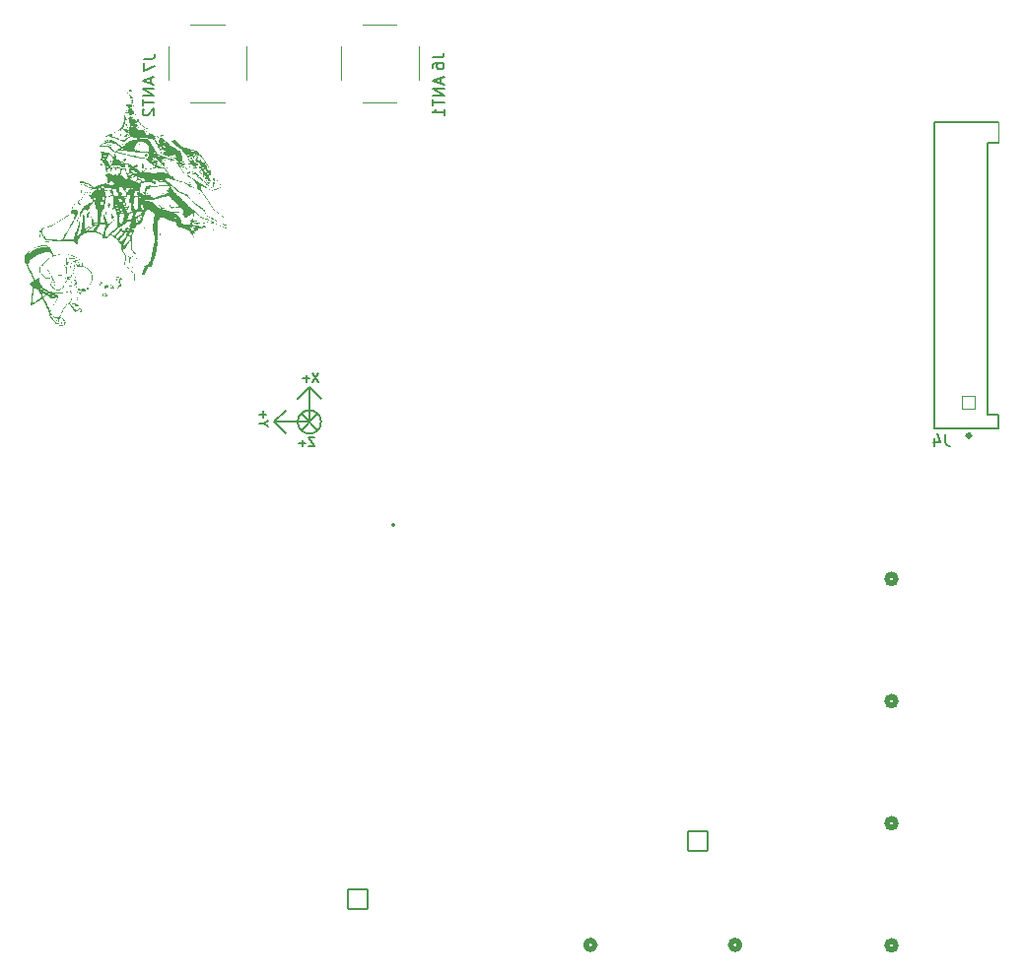
<source format=gbo>
%TF.GenerationSoftware,KiCad,Pcbnew,8.0.8*%
%TF.CreationDate,2025-03-29T21:42:45-04:00*%
%TF.ProjectId,ADCS_board,41444353-5f62-46f6-9172-642e6b696361,v1.2*%
%TF.SameCoordinates,Original*%
%TF.FileFunction,Legend,Bot*%
%TF.FilePolarity,Positive*%
%FSLAX46Y46*%
G04 Gerber Fmt 4.6, Leading zero omitted, Abs format (unit mm)*
G04 Created by KiCad (PCBNEW 8.0.8) date 2025-03-29 21:42:45*
%MOMM*%
%LPD*%
G01*
G04 APERTURE LIST*
G04 Aperture macros list*
%AMRoundRect*
0 Rectangle with rounded corners*
0 $1 Rounding radius*
0 $2 $3 $4 $5 $6 $7 $8 $9 X,Y pos of 4 corners*
0 Add a 4 corners polygon primitive as box body*
4,1,4,$2,$3,$4,$5,$6,$7,$8,$9,$2,$3,0*
0 Add four circle primitives for the rounded corners*
1,1,$1+$1,$2,$3*
1,1,$1+$1,$4,$5*
1,1,$1+$1,$6,$7*
1,1,$1+$1,$8,$9*
0 Add four rect primitives between the rounded corners*
20,1,$1+$1,$2,$3,$4,$5,0*
20,1,$1+$1,$4,$5,$6,$7,0*
20,1,$1+$1,$6,$7,$8,$9,0*
20,1,$1+$1,$8,$9,$2,$3,0*%
G04 Aperture macros list end*
%ADD10C,0.127000*%
%ADD11C,0.200000*%
%ADD12C,0.150000*%
%ADD13C,0.508000*%
%ADD14C,0.120000*%
%ADD15C,0.152400*%
%ADD16C,0.100000*%
%ADD17C,0.332843*%
%ADD18C,0.000000*%
%ADD19C,5.701600*%
%ADD20C,0.701600*%
%ADD21O,1.101600X2.201600*%
%ADD22O,1.101600X1.701600*%
%ADD23RoundRect,0.050800X0.850000X0.850000X-0.850000X0.850000X-0.850000X-0.850000X0.850000X-0.850000X0*%
%ADD24O,1.801600X1.801600*%
%ADD25RoundRect,0.050800X0.850000X-0.850000X0.850000X0.850000X-0.850000X0.850000X-0.850000X-0.850000X0*%
%ADD26C,2.000000*%
%ADD27C,2.151600*%
%ADD28C,2.351600*%
%ADD29RoundRect,0.050800X-0.575000X0.575000X-0.575000X-0.575000X0.575000X-0.575000X0.575000X0.575000X0*%
%ADD30C,1.251600*%
G04 APERTURE END LIST*
D10*
X124400000Y-91190000D02*
X123400000Y-90190000D01*
X127400000Y-90190000D02*
G75*
G02*
X125400000Y-90190000I-1000000J0D01*
G01*
X125400000Y-90190000D02*
G75*
G02*
X127400000Y-90190000I1000000J0D01*
G01*
X123400000Y-90190000D02*
X126400000Y-90190000D01*
X125690000Y-89480000D02*
X127110000Y-90900000D01*
X124400000Y-89190000D02*
X123400000Y-90190000D01*
X127110000Y-89480000D02*
X125690000Y-90900000D01*
D11*
X133731000Y-99060000D02*
G75*
G02*
X133477000Y-99060000I-127000J0D01*
G01*
X133477000Y-99060000D02*
G75*
G02*
X133731000Y-99060000I127000J0D01*
G01*
D10*
X126400000Y-87190000D02*
X126400000Y-90190000D01*
X125400000Y-88190000D02*
X126400000Y-87190000D01*
X127400000Y-88190000D02*
X126400000Y-87190000D01*
X122492715Y-90339876D02*
X122129858Y-90339876D01*
X122891858Y-90593876D02*
X122492715Y-90339876D01*
X122492715Y-90339876D02*
X122891858Y-90085876D01*
X122420144Y-89831876D02*
X122420144Y-89251305D01*
X122129858Y-89541590D02*
X122710429Y-89541590D01*
X127207590Y-85978141D02*
X126699590Y-86740141D01*
X126699590Y-85978141D02*
X127207590Y-86740141D01*
X126409305Y-86449856D02*
X125828734Y-86449856D01*
X126119019Y-86740141D02*
X126119019Y-86159570D01*
X126867590Y-91548141D02*
X126359590Y-91548141D01*
X126359590Y-91548141D02*
X126867590Y-92310141D01*
X126867590Y-92310141D02*
X126359590Y-92310141D01*
X126069305Y-92019856D02*
X125488734Y-92019856D01*
X125779019Y-92310141D02*
X125779019Y-91729570D01*
D11*
X112781504Y-60622054D02*
X112781504Y-61098244D01*
X113067219Y-60526816D02*
X112067219Y-60860149D01*
X112067219Y-60860149D02*
X113067219Y-61193482D01*
X113067219Y-61526816D02*
X112067219Y-61526816D01*
X112067219Y-61526816D02*
X113067219Y-62098244D01*
X113067219Y-62098244D02*
X112067219Y-62098244D01*
X112067219Y-62431578D02*
X112067219Y-63003006D01*
X113067219Y-62717292D02*
X112067219Y-62717292D01*
X112162457Y-63288721D02*
X112114838Y-63336340D01*
X112114838Y-63336340D02*
X112067219Y-63431578D01*
X112067219Y-63431578D02*
X112067219Y-63669673D01*
X112067219Y-63669673D02*
X112114838Y-63764911D01*
X112114838Y-63764911D02*
X112162457Y-63812530D01*
X112162457Y-63812530D02*
X112257695Y-63860149D01*
X112257695Y-63860149D02*
X112352933Y-63860149D01*
X112352933Y-63860149D02*
X112495790Y-63812530D01*
X112495790Y-63812530D02*
X113067219Y-63241102D01*
X113067219Y-63241102D02*
X113067219Y-63860149D01*
X137681504Y-60622054D02*
X137681504Y-61098244D01*
X137967219Y-60526816D02*
X136967219Y-60860149D01*
X136967219Y-60860149D02*
X137967219Y-61193482D01*
X137967219Y-61526816D02*
X136967219Y-61526816D01*
X136967219Y-61526816D02*
X137967219Y-62098244D01*
X137967219Y-62098244D02*
X136967219Y-62098244D01*
X136967219Y-62431578D02*
X136967219Y-63003006D01*
X137967219Y-62717292D02*
X136967219Y-62717292D01*
X137967219Y-63860149D02*
X137967219Y-63288721D01*
X137967219Y-63574435D02*
X136967219Y-63574435D01*
X136967219Y-63574435D02*
X137110076Y-63479197D01*
X137110076Y-63479197D02*
X137205314Y-63383959D01*
X137205314Y-63383959D02*
X137252933Y-63288721D01*
D12*
X136954819Y-58866666D02*
X137669104Y-58866666D01*
X137669104Y-58866666D02*
X137811961Y-58819047D01*
X137811961Y-58819047D02*
X137907200Y-58723809D01*
X137907200Y-58723809D02*
X137954819Y-58580952D01*
X137954819Y-58580952D02*
X137954819Y-58485714D01*
X136954819Y-59771428D02*
X136954819Y-59580952D01*
X136954819Y-59580952D02*
X137002438Y-59485714D01*
X137002438Y-59485714D02*
X137050057Y-59438095D01*
X137050057Y-59438095D02*
X137192914Y-59342857D01*
X137192914Y-59342857D02*
X137383390Y-59295238D01*
X137383390Y-59295238D02*
X137764342Y-59295238D01*
X137764342Y-59295238D02*
X137859580Y-59342857D01*
X137859580Y-59342857D02*
X137907200Y-59390476D01*
X137907200Y-59390476D02*
X137954819Y-59485714D01*
X137954819Y-59485714D02*
X137954819Y-59676190D01*
X137954819Y-59676190D02*
X137907200Y-59771428D01*
X137907200Y-59771428D02*
X137859580Y-59819047D01*
X137859580Y-59819047D02*
X137764342Y-59866666D01*
X137764342Y-59866666D02*
X137526247Y-59866666D01*
X137526247Y-59866666D02*
X137431009Y-59819047D01*
X137431009Y-59819047D02*
X137383390Y-59771428D01*
X137383390Y-59771428D02*
X137335771Y-59676190D01*
X137335771Y-59676190D02*
X137335771Y-59485714D01*
X137335771Y-59485714D02*
X137383390Y-59390476D01*
X137383390Y-59390476D02*
X137431009Y-59342857D01*
X137431009Y-59342857D02*
X137526247Y-59295238D01*
X181033333Y-91254819D02*
X181033333Y-91969104D01*
X181033333Y-91969104D02*
X181080952Y-92111961D01*
X181080952Y-92111961D02*
X181176190Y-92207200D01*
X181176190Y-92207200D02*
X181319047Y-92254819D01*
X181319047Y-92254819D02*
X181414285Y-92254819D01*
X180128571Y-91588152D02*
X180128571Y-92254819D01*
X180366666Y-91207200D02*
X180604761Y-91921485D01*
X180604761Y-91921485D02*
X179985714Y-91921485D01*
X112154819Y-58966666D02*
X112869104Y-58966666D01*
X112869104Y-58966666D02*
X113011961Y-58919047D01*
X113011961Y-58919047D02*
X113107200Y-58823809D01*
X113107200Y-58823809D02*
X113154819Y-58680952D01*
X113154819Y-58680952D02*
X113154819Y-58585714D01*
X112154819Y-59347619D02*
X112154819Y-60014285D01*
X112154819Y-60014285D02*
X113154819Y-59585714D01*
D13*
X176786800Y-135189500D02*
G75*
G02*
X176024800Y-135189500I-381000J0D01*
G01*
X176024800Y-135189500D02*
G75*
G02*
X176786800Y-135189500I381000J0D01*
G01*
X163354025Y-135150424D02*
G75*
G02*
X162592025Y-135150424I-381000J0D01*
G01*
X162592025Y-135150424D02*
G75*
G02*
X163354025Y-135150424I381000J0D01*
G01*
X176786800Y-103689500D02*
G75*
G02*
X176024800Y-103689500I-381000J0D01*
G01*
X176024800Y-103689500D02*
G75*
G02*
X176786800Y-103689500I381000J0D01*
G01*
X176786800Y-114189500D02*
G75*
G02*
X176024800Y-114189500I-381000J0D01*
G01*
X176024800Y-114189500D02*
G75*
G02*
X176786800Y-114189500I381000J0D01*
G01*
X176786800Y-124689500D02*
G75*
G02*
X176024800Y-124689500I-381000J0D01*
G01*
X176024800Y-124689500D02*
G75*
G02*
X176786800Y-124689500I381000J0D01*
G01*
X150929024Y-135149734D02*
G75*
G02*
X150167024Y-135149734I-381000J0D01*
G01*
X150167024Y-135149734D02*
G75*
G02*
X150929024Y-135149734I381000J0D01*
G01*
D14*
X129095000Y-57900000D02*
X129095000Y-60800000D01*
X133900000Y-55995000D02*
X131000000Y-55995000D01*
X133900000Y-62705000D02*
X131000000Y-62705000D01*
X135805000Y-57900000D02*
X135805000Y-60800000D01*
D15*
X180100000Y-64419999D02*
X180100000Y-90719999D01*
X180100000Y-90719999D02*
X185600000Y-90719999D01*
D10*
X184650000Y-66219999D02*
X185600000Y-66219999D01*
X184650000Y-89539999D02*
X184650000Y-66219999D01*
D15*
X185600000Y-64419999D02*
X180100000Y-64419999D01*
D16*
X185600000Y-66219999D02*
X185600000Y-64419999D01*
D10*
X185600000Y-89539999D02*
X184650000Y-89539999D01*
D15*
X185600000Y-90719999D02*
X185600000Y-89539999D01*
D17*
X183216421Y-91369999D02*
G75*
G02*
X182883579Y-91369999I-166421J0D01*
G01*
X182883579Y-91369999D02*
G75*
G02*
X183216421Y-91369999I166421J0D01*
G01*
D18*
G36*
X104798120Y-81413027D02*
G01*
X104806514Y-81424700D01*
X104790174Y-81448042D01*
X104757301Y-81470877D01*
X104743559Y-81476916D01*
X104694943Y-81491294D01*
X104654431Y-81495037D01*
X104637490Y-81486169D01*
X104644809Y-81479560D01*
X104678311Y-81461150D01*
X104725072Y-81439146D01*
X104769577Y-81420699D01*
X104796310Y-81412961D01*
X104798120Y-81413027D01*
G37*
G36*
X105363899Y-77643964D02*
G01*
X105404859Y-77672999D01*
X105447311Y-77725275D01*
X105482641Y-77788809D01*
X105502234Y-77851617D01*
X105513018Y-77922805D01*
X105479845Y-77849877D01*
X105473230Y-77836435D01*
X105431656Y-77770412D01*
X105381800Y-77709229D01*
X105351225Y-77675120D01*
X105336916Y-77649143D01*
X105351210Y-77641509D01*
X105363899Y-77643964D01*
G37*
G36*
X104443280Y-78127966D02*
G01*
X104446359Y-78132300D01*
X104462581Y-78168606D01*
X104484848Y-78229091D01*
X104509148Y-78301478D01*
X104531471Y-78373490D01*
X104547807Y-78432853D01*
X104554143Y-78467288D01*
X104552247Y-78479145D01*
X104533306Y-78495816D01*
X104521854Y-78489451D01*
X104512469Y-78457405D01*
X104508298Y-78428576D01*
X104493171Y-78368948D01*
X104470796Y-78297867D01*
X104445932Y-78219155D01*
X104431647Y-78158643D01*
X104430477Y-78126481D01*
X104443280Y-78127966D01*
G37*
G36*
X105139484Y-77566119D02*
G01*
X105158409Y-77578999D01*
X105139996Y-77589645D01*
X105089771Y-77597625D01*
X105017761Y-77601121D01*
X104951591Y-77603881D01*
X104840917Y-77614583D01*
X104741674Y-77630334D01*
X104662361Y-77645502D01*
X104567191Y-77658263D01*
X104510442Y-77656925D01*
X104491633Y-77641509D01*
X104494764Y-77635999D01*
X104526095Y-77624752D01*
X104580189Y-77619930D01*
X104624285Y-77617275D01*
X104708724Y-77605990D01*
X104793766Y-77589001D01*
X104848037Y-77577807D01*
X104933730Y-77565940D01*
X105017378Y-77559858D01*
X105089218Y-77559828D01*
X105139484Y-77566119D01*
G37*
G36*
X106314871Y-77978801D02*
G01*
X106325267Y-77995734D01*
X106324761Y-77998208D01*
X106301281Y-78011254D01*
X106253568Y-78016571D01*
X106247002Y-78016649D01*
X106197022Y-78022692D01*
X106170216Y-78035425D01*
X106169495Y-78039365D01*
X106190466Y-78046217D01*
X106239078Y-78043481D01*
X106283554Y-78039832D01*
X106323326Y-78049430D01*
X106353685Y-78081354D01*
X106376482Y-78120007D01*
X106386684Y-78151437D01*
X106376417Y-78152869D01*
X106352888Y-78125964D01*
X106327909Y-78099326D01*
X106286552Y-78083301D01*
X106218542Y-78079081D01*
X106188885Y-78078058D01*
X106133243Y-78066502D01*
X106114805Y-78045907D01*
X106134945Y-78021082D01*
X106195037Y-77996830D01*
X106213126Y-77991915D01*
X106279555Y-77977511D01*
X106314871Y-77978801D01*
G37*
G36*
X104133244Y-75222529D02*
G01*
X104191111Y-75314392D01*
X104256321Y-75435489D01*
X104326165Y-75580814D01*
X104397937Y-75745365D01*
X104399930Y-75750146D01*
X104428207Y-75817010D01*
X104449619Y-75865921D01*
X104459669Y-75886587D01*
X104469246Y-75885469D01*
X104510910Y-75874028D01*
X104577591Y-75853147D01*
X104660637Y-75825458D01*
X104712258Y-75808191D01*
X104787838Y-75785719D01*
X104857994Y-75770438D01*
X104934501Y-75760536D01*
X105029133Y-75754203D01*
X105153664Y-75749626D01*
X105313733Y-75747454D01*
X105499519Y-75754543D01*
X105670249Y-75774647D01*
X105840395Y-75809622D01*
X106024426Y-75861325D01*
X106150809Y-75905662D01*
X106317040Y-75978984D01*
X106474639Y-76064554D01*
X106617206Y-76158070D01*
X106738340Y-76255233D01*
X106831642Y-76351744D01*
X106890710Y-76443302D01*
X106892431Y-76447176D01*
X106919273Y-76543357D01*
X106928054Y-76650729D01*
X106929075Y-76663217D01*
X106929533Y-76799691D01*
X107080599Y-76844189D01*
X107112469Y-76854104D01*
X107288771Y-76929781D01*
X107442411Y-77032087D01*
X107567794Y-77156623D01*
X107659324Y-77298993D01*
X107668365Y-77319797D01*
X107693250Y-77391534D01*
X107719619Y-77483269D01*
X107743091Y-77580289D01*
X107772078Y-77776227D01*
X107768359Y-77941100D01*
X107767980Y-77957885D01*
X107728385Y-78122803D01*
X107652307Y-78275029D01*
X107538757Y-78418614D01*
X107424879Y-78539361D01*
X107433443Y-78673859D01*
X107442008Y-78808358D01*
X107373613Y-78742067D01*
X107352073Y-78721913D01*
X107316214Y-78692375D01*
X107299496Y-78684771D01*
X107298756Y-78686062D01*
X107285113Y-78713186D01*
X107259219Y-78766304D01*
X107225939Y-78835448D01*
X107219491Y-78848672D01*
X107184728Y-78911967D01*
X107155362Y-78953115D01*
X107136964Y-78964064D01*
X107126771Y-78963191D01*
X107090113Y-78979738D01*
X107042789Y-79015121D01*
X107015055Y-79037572D01*
X107011128Y-79040751D01*
X106951499Y-79071109D01*
X106879945Y-79079245D01*
X106829573Y-79082552D01*
X106777655Y-79101667D01*
X106735258Y-79144878D01*
X106733177Y-79148479D01*
X106691763Y-79220134D01*
X106686978Y-79228845D01*
X106641654Y-79286520D01*
X106584671Y-79334736D01*
X106525798Y-79388727D01*
X106482883Y-79467307D01*
X106468740Y-79552455D01*
X106487545Y-79631419D01*
X106502326Y-79673943D01*
X106517013Y-79765764D01*
X106524310Y-79891878D01*
X106528370Y-79988782D01*
X106536863Y-80064545D01*
X106539817Y-80090901D01*
X106558237Y-80157195D01*
X106560029Y-80163645D01*
X106591163Y-80213952D01*
X106635380Y-80248761D01*
X106636018Y-80249127D01*
X106698281Y-80301301D01*
X106760714Y-80380635D01*
X106765274Y-80388558D01*
X106814334Y-80473798D01*
X106850156Y-80567460D01*
X106861077Y-80627495D01*
X106855440Y-80671787D01*
X106851444Y-80703190D01*
X106807146Y-80766669D01*
X106724705Y-80825078D01*
X106722411Y-80826377D01*
X106673810Y-80851603D01*
X106634188Y-80861945D01*
X106587102Y-80858890D01*
X106516111Y-80843922D01*
X106476618Y-80833466D01*
X106355028Y-80779401D01*
X106251142Y-80693694D01*
X106158573Y-80571473D01*
X106128470Y-80524495D01*
X106099122Y-80479965D01*
X106149413Y-80479965D01*
X106158029Y-80510268D01*
X106182359Y-80559448D01*
X106210679Y-80603571D01*
X106307822Y-80701695D01*
X106438528Y-80775537D01*
X106540858Y-80804183D01*
X106643785Y-80805713D01*
X106732965Y-80779499D01*
X106798640Y-80726861D01*
X106817889Y-80698328D01*
X106824674Y-80671787D01*
X106805112Y-80673323D01*
X106764441Y-80706114D01*
X106735448Y-80732335D01*
X106682528Y-80759860D01*
X106612148Y-80767022D01*
X106590983Y-80766327D01*
X106526838Y-80756582D01*
X106482449Y-80739007D01*
X106469672Y-80728708D01*
X106467181Y-80718345D01*
X106494166Y-80715662D01*
X106556605Y-80719051D01*
X106579746Y-80720300D01*
X106681410Y-80711894D01*
X106751559Y-80677857D01*
X106791875Y-80617464D01*
X106800477Y-80561053D01*
X106786711Y-80498629D01*
X106752900Y-80451974D01*
X106704976Y-80433634D01*
X106657345Y-80443871D01*
X106587999Y-80484248D01*
X106521937Y-80546794D01*
X106470508Y-80622372D01*
X106458200Y-80644772D01*
X106428162Y-80687535D01*
X106405441Y-80704512D01*
X106364311Y-80692631D01*
X106306590Y-80655769D01*
X106250520Y-80604258D01*
X106209473Y-80548728D01*
X106200817Y-80533373D01*
X106172473Y-80491937D01*
X106152501Y-80475307D01*
X106149413Y-80479965D01*
X106099122Y-80479965D01*
X106073522Y-80441121D01*
X106009558Y-80345911D01*
X105945093Y-80251621D01*
X105907070Y-80194011D01*
X105948921Y-80194011D01*
X105990803Y-80266940D01*
X105993228Y-80271112D01*
X106038014Y-80339316D01*
X106086650Y-80402379D01*
X106140615Y-80464889D01*
X106106470Y-80402379D01*
X106098571Y-80388697D01*
X106057795Y-80327803D01*
X106010623Y-80266940D01*
X105948921Y-80194011D01*
X105907070Y-80194011D01*
X105893246Y-80173065D01*
X105847185Y-80095856D01*
X105815962Y-80034787D01*
X105812401Y-80023605D01*
X105827381Y-80023605D01*
X105846367Y-80060136D01*
X105884852Y-80103997D01*
X105940531Y-80148806D01*
X105984820Y-80185747D01*
X106058612Y-80268738D01*
X106140814Y-80382503D01*
X106192056Y-80464889D01*
X106227696Y-80522190D01*
X106251767Y-80562523D01*
X106278777Y-80604774D01*
X106291953Y-80621165D01*
X106293716Y-80619849D01*
X106300081Y-80592136D01*
X106301896Y-80572954D01*
X106347648Y-80572954D01*
X106351338Y-80626766D01*
X106359920Y-80656428D01*
X106374185Y-80669155D01*
X106400972Y-80665282D01*
X106425686Y-80623006D01*
X106431068Y-80609765D01*
X106472519Y-80545949D01*
X106533349Y-80481829D01*
X106600469Y-80429713D01*
X106660790Y-80401910D01*
X106721580Y-80388558D01*
X106680488Y-80330849D01*
X106640866Y-80294823D01*
X106576432Y-80258356D01*
X106502866Y-80229033D01*
X106434529Y-80212522D01*
X106385787Y-80214497D01*
X106385619Y-80214562D01*
X106370897Y-80230736D01*
X106360597Y-80269805D01*
X106353714Y-80338022D01*
X106351458Y-80390283D01*
X106349241Y-80441638D01*
X106348058Y-80487777D01*
X106347648Y-80572954D01*
X106301896Y-80572954D01*
X106305294Y-80537043D01*
X106309029Y-80465962D01*
X106310957Y-80390283D01*
X106310751Y-80321399D01*
X106308085Y-80270700D01*
X106302630Y-80249576D01*
X106293055Y-80241171D01*
X106283593Y-80206676D01*
X106277998Y-80177837D01*
X106254656Y-80131147D01*
X106254161Y-80130198D01*
X106305664Y-80130198D01*
X106323808Y-80181945D01*
X106333783Y-80194602D01*
X106355977Y-80198488D01*
X106395684Y-80176736D01*
X106438006Y-80151515D01*
X106465030Y-80143183D01*
X106462170Y-80160387D01*
X106463728Y-80173734D01*
X106492195Y-80189692D01*
X106496836Y-80190791D01*
X106527882Y-80186215D01*
X106529971Y-80157195D01*
X106502379Y-80109438D01*
X106488141Y-80092073D01*
X106467400Y-80081170D01*
X106444998Y-80102423D01*
X106419640Y-80125493D01*
X106370013Y-80151363D01*
X106348603Y-80157394D01*
X106329711Y-80153198D01*
X106335861Y-80120530D01*
X106341522Y-80090063D01*
X106327499Y-80088448D01*
X106321740Y-80092587D01*
X106305664Y-80130198D01*
X106254161Y-80130198D01*
X106239039Y-80101204D01*
X106238155Y-80091057D01*
X106262757Y-80091057D01*
X106262959Y-80093970D01*
X106275021Y-80098559D01*
X106296001Y-80076190D01*
X106301071Y-80064545D01*
X106286813Y-80067001D01*
X106277557Y-80073433D01*
X106262757Y-80091057D01*
X106238155Y-80091057D01*
X106235892Y-80065063D01*
X106236948Y-80059532D01*
X106223414Y-80047457D01*
X106180135Y-80041700D01*
X106101255Y-80041226D01*
X106082604Y-80041414D01*
X105969622Y-80033825D01*
X105890815Y-80011160D01*
X105857127Y-79998063D01*
X105830199Y-80000786D01*
X105827381Y-80023605D01*
X105812401Y-80023605D01*
X105804445Y-79998618D01*
X105804443Y-79997882D01*
X105802223Y-79972744D01*
X105791060Y-79968400D01*
X105763881Y-79987505D01*
X105713616Y-80032715D01*
X105672648Y-80068459D01*
X105619888Y-80108909D01*
X105583386Y-80130228D01*
X105567027Y-80139366D01*
X105521275Y-80180518D01*
X105463446Y-80245635D01*
X105399836Y-80326895D01*
X105336739Y-80416478D01*
X105280453Y-80506563D01*
X105247007Y-80569851D01*
X105202111Y-80664194D01*
X105154108Y-80772474D01*
X105108972Y-80881624D01*
X105104193Y-80893623D01*
X105064732Y-80988564D01*
X105028492Y-81069060D01*
X104999313Y-81126932D01*
X104981039Y-81154004D01*
X104974705Y-81167971D01*
X104992315Y-81187887D01*
X105039377Y-81216495D01*
X105120501Y-81257210D01*
X105133417Y-81264040D01*
X105214984Y-81307172D01*
X105328926Y-81387638D01*
X105335597Y-81395121D01*
X105406412Y-81474557D01*
X105419030Y-81502077D01*
X105450597Y-81570927D01*
X105454892Y-81587204D01*
X105460175Y-81626952D01*
X105463065Y-81648701D01*
X105451038Y-81703197D01*
X105414631Y-81761622D01*
X105349666Y-81834905D01*
X105314232Y-81870762D01*
X105281880Y-81895105D01*
X105244404Y-81907668D01*
X105189622Y-81912349D01*
X105105350Y-81913043D01*
X104953674Y-81903042D01*
X104790134Y-81862367D01*
X104651736Y-81789412D01*
X104605023Y-81746287D01*
X104659591Y-81746287D01*
X104693966Y-81773310D01*
X104767720Y-81810762D01*
X104783935Y-81817376D01*
X104863475Y-81839968D01*
X104960274Y-81856814D01*
X105062792Y-81867056D01*
X105159487Y-81869834D01*
X105238819Y-81864290D01*
X105289245Y-81849565D01*
X105304612Y-81837765D01*
X105345485Y-81791463D01*
X105385863Y-81730952D01*
X105416454Y-81671145D01*
X105427966Y-81626952D01*
X105427395Y-81615897D01*
X105422660Y-81604982D01*
X105409590Y-81632118D01*
X105404327Y-81642961D01*
X105372956Y-81689808D01*
X105329623Y-81741511D01*
X105306886Y-81765074D01*
X105276004Y-81789614D01*
X105239842Y-81802616D01*
X105186273Y-81807659D01*
X105103166Y-81808322D01*
X105101418Y-81808315D01*
X104944289Y-81796448D01*
X104798975Y-81759852D01*
X104777415Y-81752750D01*
X104702848Y-81733510D01*
X104663062Y-81732188D01*
X104659591Y-81746287D01*
X104605023Y-81746287D01*
X104536618Y-81683136D01*
X104442916Y-81542497D01*
X104419540Y-81502185D01*
X104360479Y-81414772D01*
X104288556Y-81320348D01*
X104214432Y-81233340D01*
X104195774Y-81212765D01*
X104119462Y-81123315D01*
X104070653Y-81052664D01*
X104046119Y-80993603D01*
X104044331Y-80965544D01*
X104075713Y-80965544D01*
X104076793Y-80982422D01*
X104090578Y-81024109D01*
X104123316Y-81076381D01*
X104178990Y-81145030D01*
X104261583Y-81235849D01*
X104275105Y-81250659D01*
X104344791Y-81335822D01*
X104416890Y-81435426D01*
X104477775Y-81530877D01*
X104501950Y-81571270D01*
X104546714Y-81640274D01*
X104583843Y-81690284D01*
X104607104Y-81712544D01*
X104630589Y-81716182D01*
X104634363Y-81696326D01*
X104609812Y-81651077D01*
X104557737Y-81582547D01*
X104524566Y-81539912D01*
X104464415Y-81454001D01*
X104413072Y-81371288D01*
X104373101Y-81309669D01*
X104307939Y-81225804D01*
X104240468Y-81152502D01*
X104183628Y-81092883D01*
X104134040Y-81032198D01*
X104112140Y-80997627D01*
X104154482Y-80997627D01*
X104170633Y-81024970D01*
X104208273Y-81069622D01*
X104270766Y-81138261D01*
X104295499Y-81165873D01*
X104364955Y-81249523D01*
X104427282Y-81332523D01*
X104471389Y-81400385D01*
X104513299Y-81470248D01*
X104605857Y-81594415D01*
X104699114Y-81678975D01*
X104735820Y-81696326D01*
X104792052Y-81722907D01*
X104831013Y-81732567D01*
X104885156Y-81742245D01*
X104907458Y-81732936D01*
X104903691Y-81698774D01*
X104879623Y-81633894D01*
X104858059Y-81585422D01*
X104833154Y-81544479D01*
X104815832Y-81533399D01*
X104812123Y-81533396D01*
X104819299Y-81511921D01*
X104824383Y-81502879D01*
X104889707Y-81502879D01*
X104900107Y-81578105D01*
X104925172Y-81661515D01*
X104938324Y-81692748D01*
X104964954Y-81732936D01*
X104972643Y-81744539D01*
X105016615Y-81768787D01*
X105050550Y-81775055D01*
X105072872Y-81762470D01*
X105084390Y-81722952D01*
X105121040Y-81722952D01*
X105121310Y-81768530D01*
X105129531Y-81785185D01*
X105187078Y-81774460D01*
X105262242Y-81748076D01*
X105315274Y-81705241D01*
X105358491Y-81638040D01*
X105382873Y-81568369D01*
X105383395Y-81502077D01*
X105357855Y-81455877D01*
X105348027Y-81448949D01*
X105314737Y-81444030D01*
X105264286Y-81464178D01*
X105196783Y-81513072D01*
X105150012Y-81586661D01*
X105124451Y-81690402D01*
X105121040Y-81722952D01*
X105084390Y-81722952D01*
X105085780Y-81718183D01*
X105104505Y-81636664D01*
X105132586Y-81558607D01*
X105170414Y-81501821D01*
X105224044Y-81454766D01*
X105306382Y-81395121D01*
X105214937Y-81341531D01*
X105140452Y-81307356D01*
X105052848Y-81288756D01*
X104976546Y-81294687D01*
X104922300Y-81325731D01*
X104920660Y-81328258D01*
X104901977Y-81357051D01*
X104910468Y-81385890D01*
X104921438Y-81401178D01*
X104910183Y-81422258D01*
X104894643Y-81446558D01*
X104889707Y-81502879D01*
X104824383Y-81502879D01*
X104843577Y-81468742D01*
X104844026Y-81468016D01*
X104871048Y-81420268D01*
X104875173Y-81397764D01*
X104857975Y-81392124D01*
X104841949Y-81388960D01*
X104825021Y-81367219D01*
X104824214Y-81362163D01*
X104805260Y-81327643D01*
X104773520Y-81289297D01*
X104850966Y-81289297D01*
X104856276Y-81308777D01*
X104860557Y-81314946D01*
X104879572Y-81329614D01*
X104882422Y-81328258D01*
X104877113Y-81308777D01*
X104872832Y-81302609D01*
X104853816Y-81287941D01*
X104850966Y-81289297D01*
X104773520Y-81289297D01*
X104769030Y-81283872D01*
X104738039Y-81256686D01*
X104804184Y-81256686D01*
X104804184Y-81257552D01*
X104806188Y-81281987D01*
X104819493Y-81281525D01*
X104855049Y-81256023D01*
X104877118Y-81238689D01*
X104880724Y-81229347D01*
X104913168Y-81229347D01*
X104932189Y-81248553D01*
X104960689Y-81259443D01*
X105012552Y-81265845D01*
X105015986Y-81265802D01*
X105046436Y-81264040D01*
X105042471Y-81256465D01*
X105002133Y-81237808D01*
X104960064Y-81223746D01*
X104925552Y-81220603D01*
X104916159Y-81227235D01*
X104913168Y-81229347D01*
X104880724Y-81229347D01*
X104881539Y-81227235D01*
X104849840Y-81225430D01*
X104821900Y-81231337D01*
X104804184Y-81256686D01*
X104738039Y-81256686D01*
X104729933Y-81249575D01*
X104681836Y-81230284D01*
X104611808Y-81225430D01*
X104558226Y-81223240D01*
X104515618Y-81212553D01*
X104475651Y-81187330D01*
X104428813Y-81141531D01*
X104365592Y-81069120D01*
X104347258Y-81047766D01*
X104292151Y-80988683D01*
X104251469Y-80957844D01*
X104217503Y-80950783D01*
X104182546Y-80963033D01*
X104173196Y-80968142D01*
X104156458Y-80980911D01*
X104154482Y-80997627D01*
X104112140Y-80997627D01*
X104104653Y-80985808D01*
X104091748Y-80958870D01*
X104079524Y-80944461D01*
X104075713Y-80965544D01*
X104044331Y-80965544D01*
X104042635Y-80938921D01*
X104056976Y-80881409D01*
X104062069Y-80866554D01*
X104064555Y-80854453D01*
X104095734Y-80854453D01*
X104096827Y-80871160D01*
X104108382Y-80921593D01*
X104115231Y-80935722D01*
X104141792Y-80953484D01*
X104169962Y-80931614D01*
X104167033Y-80902526D01*
X104139937Y-80864474D01*
X104119415Y-80844986D01*
X104100347Y-80835162D01*
X104095734Y-80854453D01*
X104064555Y-80854453D01*
X104069646Y-80829676D01*
X104065558Y-80790583D01*
X104057232Y-80766143D01*
X104151291Y-80766143D01*
X104161564Y-80818679D01*
X104206438Y-80868356D01*
X104214586Y-80875255D01*
X104265276Y-80921967D01*
X104275077Y-80931614D01*
X104329564Y-80985242D01*
X104395554Y-81053438D01*
X104445450Y-81105640D01*
X104491722Y-81148912D01*
X104528442Y-81172076D01*
X104565888Y-81181185D01*
X104614340Y-81182292D01*
X104639701Y-81181355D01*
X104705889Y-81174265D01*
X104752092Y-81162920D01*
X104754648Y-81161874D01*
X104806003Y-81149473D01*
X104869352Y-81143548D01*
X104877734Y-81143233D01*
X104932551Y-81133837D01*
X104966474Y-81116037D01*
X104978601Y-81094945D01*
X105003944Y-81040958D01*
X105036945Y-80964650D01*
X105073540Y-80875164D01*
X105098295Y-80814205D01*
X105143751Y-80706929D01*
X105187985Y-80607459D01*
X105224175Y-80531357D01*
X105262872Y-80462907D01*
X105324876Y-80369337D01*
X105396071Y-80273644D01*
X105468921Y-80185364D01*
X105535888Y-80114034D01*
X105589437Y-80069189D01*
X105598593Y-80062922D01*
X105646996Y-80024393D01*
X105710382Y-79968715D01*
X105777498Y-79905675D01*
X105833234Y-79850298D01*
X105877063Y-79799722D01*
X105905617Y-79750812D01*
X105926857Y-79689422D01*
X105948747Y-79601405D01*
X105973289Y-79486771D01*
X105992061Y-79356894D01*
X105993323Y-79253677D01*
X105977001Y-79170622D01*
X105943020Y-79101230D01*
X105927123Y-79078686D01*
X105879585Y-79022392D01*
X105836324Y-78984036D01*
X105820675Y-78974530D01*
X105796448Y-78965783D01*
X105765365Y-78965631D01*
X105719305Y-78975365D01*
X105650150Y-78996279D01*
X105549779Y-79029666D01*
X105548023Y-79030258D01*
X105461250Y-79059112D01*
X105391813Y-79079984D01*
X105329878Y-79094273D01*
X105265609Y-79103384D01*
X105189173Y-79108715D01*
X105090735Y-79111670D01*
X104960460Y-79113650D01*
X104874799Y-79114817D01*
X104759104Y-79116535D01*
X104659726Y-79118174D01*
X104585115Y-79119592D01*
X104543725Y-79120648D01*
X104528002Y-79121725D01*
X104513543Y-79127468D01*
X104524804Y-79140868D01*
X104565747Y-79165357D01*
X104640334Y-79204369D01*
X104709706Y-79241463D01*
X104768199Y-79279322D01*
X104773456Y-79284555D01*
X104803065Y-79314032D01*
X104805363Y-79318525D01*
X104822694Y-79352405D01*
X104833605Y-79388904D01*
X104831706Y-79421883D01*
X104824591Y-79428858D01*
X104806133Y-79446952D01*
X104784168Y-79470170D01*
X104776245Y-79512743D01*
X104776776Y-79520158D01*
X104764162Y-79564564D01*
X104732047Y-79632532D01*
X104684060Y-79716058D01*
X104670841Y-79737585D01*
X104613665Y-79832714D01*
X104557913Y-79928149D01*
X104514002Y-80006122D01*
X104477583Y-80067975D01*
X104425328Y-80145943D01*
X104378304Y-80205763D01*
X104335998Y-80263572D01*
X104298431Y-80344559D01*
X104263837Y-80456163D01*
X104256019Y-80484791D01*
X104231303Y-80567495D01*
X104208285Y-80634433D01*
X104191101Y-80673257D01*
X104174856Y-80701040D01*
X104151291Y-80766143D01*
X104057232Y-80766143D01*
X104047500Y-80737579D01*
X104013170Y-80658968D01*
X104011902Y-80656177D01*
X103985426Y-80599239D01*
X103946475Y-80517035D01*
X103897821Y-80415277D01*
X103842238Y-80299679D01*
X103782498Y-80175954D01*
X103721374Y-80049813D01*
X103661638Y-79926970D01*
X103606063Y-79813137D01*
X103557422Y-79714027D01*
X103518488Y-79635353D01*
X103492033Y-79582827D01*
X103480829Y-79562163D01*
X103472524Y-79560872D01*
X103446142Y-79571008D01*
X103399996Y-79596668D01*
X103331279Y-79639623D01*
X103237185Y-79701645D01*
X103114909Y-79784507D01*
X102961643Y-79889980D01*
X102897274Y-79934379D01*
X102790133Y-80007707D01*
X102697266Y-80070542D01*
X102623651Y-80119550D01*
X102574269Y-80151399D01*
X102554099Y-80162756D01*
X102540041Y-80157958D01*
X102505808Y-80136710D01*
X102496527Y-80128553D01*
X102487078Y-80112458D01*
X102481809Y-80085458D01*
X102480644Y-80041432D01*
X102483510Y-79974264D01*
X102490330Y-79877833D01*
X102493662Y-79836795D01*
X102620501Y-79836795D01*
X102626743Y-79976370D01*
X102767290Y-79887242D01*
X102868513Y-79821613D01*
X102978810Y-79747361D01*
X103087165Y-79671998D01*
X103188103Y-79599527D01*
X103276145Y-79533955D01*
X103333588Y-79488879D01*
X103572618Y-79488879D01*
X103856172Y-80064927D01*
X103887060Y-80127519D01*
X103956044Y-80266127D01*
X104018739Y-80390503D01*
X104072753Y-80496001D01*
X104115695Y-80577974D01*
X104145172Y-80631775D01*
X104158792Y-80652758D01*
X104175852Y-80644084D01*
X104190291Y-80606389D01*
X104198450Y-80569691D01*
X104236245Y-80428130D01*
X104278879Y-80306489D01*
X104323546Y-80211969D01*
X104367442Y-80151768D01*
X104382765Y-80135321D01*
X104427337Y-80076543D01*
X104478551Y-79998225D01*
X104528107Y-79912715D01*
X104547186Y-79877825D01*
X104597922Y-79788063D01*
X104645882Y-79706904D01*
X104682780Y-79648501D01*
X104701264Y-79618658D01*
X104730248Y-79558061D01*
X104741674Y-79512021D01*
X104746841Y-79477110D01*
X104767720Y-79435024D01*
X104770378Y-79428858D01*
X104748714Y-79438405D01*
X104703870Y-79465767D01*
X104676772Y-79482224D01*
X104592001Y-79525691D01*
X104508653Y-79559782D01*
X104456224Y-79574970D01*
X104393843Y-79582442D01*
X104330663Y-79573844D01*
X104258630Y-79546837D01*
X104169690Y-79499081D01*
X104150843Y-79487359D01*
X104384242Y-79487359D01*
X104387449Y-79493675D01*
X104388018Y-79493683D01*
X104427805Y-79486097D01*
X104483929Y-79465671D01*
X104548602Y-79436622D01*
X104614032Y-79403167D01*
X104672431Y-79369522D01*
X104716007Y-79339902D01*
X104736972Y-79318525D01*
X104727535Y-79309607D01*
X104710137Y-79313368D01*
X104674424Y-79337002D01*
X104663248Y-79346949D01*
X104604636Y-79385512D01*
X104522941Y-79427293D01*
X104431080Y-79465473D01*
X104427204Y-79466983D01*
X104413618Y-79472276D01*
X104384242Y-79487359D01*
X104150843Y-79487359D01*
X104055787Y-79428238D01*
X103859564Y-79301798D01*
X103774491Y-79347739D01*
X103756487Y-79357780D01*
X103687740Y-79400429D01*
X103662402Y-79418677D01*
X103631018Y-79441279D01*
X103572618Y-79488879D01*
X103333588Y-79488879D01*
X103345814Y-79479285D01*
X103391632Y-79439525D01*
X103408122Y-79418677D01*
X103402835Y-79398971D01*
X103382437Y-79347219D01*
X103350275Y-79274089D01*
X103310172Y-79188558D01*
X103277991Y-79120535D01*
X103251162Y-79061004D01*
X103387042Y-79061004D01*
X103398577Y-79096519D01*
X103425712Y-79155488D01*
X103453691Y-79215045D01*
X103483710Y-79279776D01*
X103502979Y-79322323D01*
X103522724Y-79367452D01*
X103611280Y-79305554D01*
X103643853Y-79281470D01*
X103684112Y-79246563D01*
X103699836Y-79224980D01*
X103699695Y-79224029D01*
X103680007Y-79204034D01*
X103633548Y-79171718D01*
X103596586Y-79149682D01*
X103804020Y-79149682D01*
X103812717Y-79158225D01*
X103850252Y-79185172D01*
X103910494Y-79224980D01*
X103910624Y-79225066D01*
X103986374Y-79272868D01*
X104006750Y-79285405D01*
X104092982Y-79337128D01*
X104175804Y-79384948D01*
X104248754Y-79425354D01*
X104305368Y-79454836D01*
X104339183Y-79469882D01*
X104343736Y-79466983D01*
X104341841Y-79465362D01*
X104313312Y-79446303D01*
X104257450Y-79411406D01*
X104181306Y-79365021D01*
X104091929Y-79311504D01*
X104073362Y-79300472D01*
X103984525Y-79247636D01*
X103909082Y-79202689D01*
X103854513Y-79170091D01*
X103828300Y-79154301D01*
X103817821Y-79148849D01*
X103804020Y-79149682D01*
X103596586Y-79149682D01*
X103569606Y-79133597D01*
X103488606Y-79088711D01*
X103427799Y-79057748D01*
X103395363Y-79048296D01*
X103387042Y-79061004D01*
X103251162Y-79061004D01*
X103244899Y-79047106D01*
X103223088Y-78994348D01*
X103216157Y-78970602D01*
X103214631Y-78964869D01*
X103191775Y-78966590D01*
X103177011Y-78967901D01*
X103153888Y-78948946D01*
X103146252Y-78916580D01*
X103154653Y-78901714D01*
X103204206Y-78901714D01*
X103206700Y-78926442D01*
X103212967Y-78929702D01*
X103220591Y-78912551D01*
X103219087Y-78901520D01*
X103206700Y-78898660D01*
X103204206Y-78901714D01*
X103154653Y-78901714D01*
X103161497Y-78889603D01*
X103162657Y-78888854D01*
X103164500Y-78873524D01*
X103125739Y-78858510D01*
X103118214Y-78856195D01*
X103324775Y-78856195D01*
X103325121Y-78857210D01*
X103345770Y-78875227D01*
X103392009Y-78907685D01*
X103399550Y-78912551D01*
X103455004Y-78948336D01*
X103549712Y-79006672D01*
X103645322Y-79063752D01*
X103719008Y-79105575D01*
X103766413Y-79129682D01*
X103783183Y-79133614D01*
X103774777Y-79125608D01*
X103737372Y-79099597D01*
X103676884Y-79060874D01*
X103600862Y-79014376D01*
X103550726Y-78984245D01*
X103472428Y-78936933D01*
X103409305Y-78898480D01*
X103371657Y-78875142D01*
X103339613Y-78857684D01*
X103324775Y-78856195D01*
X103118214Y-78856195D01*
X103115818Y-78855458D01*
X103086914Y-78842417D01*
X103265950Y-78842417D01*
X103283101Y-78850041D01*
X103294132Y-78848537D01*
X103296992Y-78836150D01*
X103293938Y-78833656D01*
X103269210Y-78836150D01*
X103265950Y-78842417D01*
X103086914Y-78842417D01*
X103062667Y-78831477D01*
X103039644Y-78818786D01*
X103095570Y-78818786D01*
X103105989Y-78829204D01*
X103116407Y-78818786D01*
X103105989Y-78808367D01*
X103095570Y-78818786D01*
X103039644Y-78818786D01*
X102991477Y-78792235D01*
X102967177Y-78777112D01*
X103074734Y-78777112D01*
X103085152Y-78787531D01*
X103095570Y-78777112D01*
X103085152Y-78766694D01*
X103074734Y-78777112D01*
X102967177Y-78777112D01*
X102914807Y-78744520D01*
X102774881Y-78652092D01*
X103012223Y-78652092D01*
X103022642Y-78662510D01*
X103033060Y-78652092D01*
X103022642Y-78641673D01*
X103012223Y-78652092D01*
X102774881Y-78652092D01*
X102765298Y-78645762D01*
X102732512Y-78836458D01*
X102727601Y-78865844D01*
X102711660Y-78968286D01*
X102693312Y-79093975D01*
X102674456Y-79229684D01*
X102656993Y-79362187D01*
X102649943Y-79420107D01*
X102636625Y-79546856D01*
X102626703Y-79666036D01*
X102621041Y-79766424D01*
X102620501Y-79836795D01*
X102493662Y-79836795D01*
X102501032Y-79746021D01*
X102506976Y-79677094D01*
X102520790Y-79529730D01*
X102535893Y-79382089D01*
X102550828Y-79248115D01*
X102564140Y-79141755D01*
X102579310Y-79030764D01*
X102599781Y-78880269D01*
X102615243Y-78763969D01*
X102626053Y-78677463D01*
X102630981Y-78631255D01*
X102970550Y-78631255D01*
X102980968Y-78641673D01*
X102991387Y-78631255D01*
X102980968Y-78620837D01*
X102970550Y-78631255D01*
X102630981Y-78631255D01*
X102632161Y-78620187D01*
X103171335Y-78620187D01*
X103174910Y-78631255D01*
X103181641Y-78652092D01*
X103189887Y-78677618D01*
X103219362Y-78725172D01*
X103276581Y-78758048D01*
X103321328Y-78773600D01*
X103326701Y-78777112D01*
X103356030Y-78796283D01*
X103379979Y-78814119D01*
X103387568Y-78818786D01*
X103415804Y-78836150D01*
X103433506Y-78847036D01*
X103508110Y-78889782D01*
X103595652Y-78937558D01*
X103612363Y-78946525D01*
X103718946Y-79005354D01*
X103844036Y-79076492D01*
X103942205Y-79133614D01*
X103973408Y-79151770D01*
X104092837Y-79223020D01*
X104149176Y-79256990D01*
X104239150Y-79310407D01*
X104312928Y-79353152D01*
X104364068Y-79381517D01*
X104386129Y-79391796D01*
X104387206Y-79391690D01*
X104411558Y-79375819D01*
X104446562Y-79343035D01*
X104477995Y-79307795D01*
X104491633Y-79284555D01*
X104482949Y-79281070D01*
X104443238Y-79279602D01*
X104382240Y-79282786D01*
X104331372Y-79285607D01*
X104279737Y-79280162D01*
X104231408Y-79259104D01*
X104168663Y-79216972D01*
X104120058Y-79183805D01*
X104029825Y-79127411D01*
X103943966Y-79078782D01*
X103804560Y-79002329D01*
X103661435Y-78915911D01*
X103544522Y-78835945D01*
X103460214Y-78766556D01*
X103425760Y-78736141D01*
X103373254Y-78697873D01*
X103335193Y-78679848D01*
X103309349Y-78667306D01*
X103286861Y-78625833D01*
X103272584Y-78592084D01*
X103230790Y-78579163D01*
X103217073Y-78579493D01*
X103180487Y-78589581D01*
X103179399Y-78589881D01*
X103171335Y-78620187D01*
X102632161Y-78620187D01*
X102632571Y-78616346D01*
X102634293Y-78589581D01*
X102908040Y-78589581D01*
X102918458Y-78600000D01*
X102928876Y-78589581D01*
X102918458Y-78579163D01*
X102908040Y-78589581D01*
X102634293Y-78589581D01*
X102635153Y-78576216D01*
X102634838Y-78568745D01*
X102762182Y-78568745D01*
X102772601Y-78579163D01*
X102783019Y-78568745D01*
X103012223Y-78568745D01*
X103022642Y-78579163D01*
X103033060Y-78568745D01*
X103022642Y-78558326D01*
X103012223Y-78568745D01*
X102783019Y-78568745D01*
X102772601Y-78558326D01*
X102762182Y-78568745D01*
X102634838Y-78568745D01*
X102634159Y-78552668D01*
X102632395Y-78547908D01*
X102845529Y-78547908D01*
X102855948Y-78558326D01*
X102866366Y-78547908D01*
X102855948Y-78537490D01*
X102845529Y-78547908D01*
X102632395Y-78547908D01*
X102629947Y-78541300D01*
X102622875Y-78537708D01*
X102613301Y-78537490D01*
X102599501Y-78533977D01*
X102555895Y-78513485D01*
X102548252Y-78509029D01*
X102765868Y-78509029D01*
X102783019Y-78516653D01*
X102794050Y-78515149D01*
X102796108Y-78506234D01*
X102949713Y-78506234D01*
X102960131Y-78516653D01*
X102970550Y-78506234D01*
X102960131Y-78495816D01*
X102953185Y-78502762D01*
X102949713Y-78506234D01*
X102796108Y-78506234D01*
X102796910Y-78502762D01*
X102793856Y-78500268D01*
X102769128Y-78502762D01*
X102765868Y-78509029D01*
X102548252Y-78509029D01*
X102499798Y-78480778D01*
X102433971Y-78428604D01*
X102397082Y-78366964D01*
X102401586Y-78303074D01*
X102406760Y-78295580D01*
X102458517Y-78295580D01*
X102475852Y-78318755D01*
X102516151Y-78350814D01*
X102585070Y-78397888D01*
X102580390Y-78392989D01*
X102600597Y-78392989D01*
X102601932Y-78397888D01*
X102605907Y-78412469D01*
X102610188Y-78418637D01*
X102629203Y-78433306D01*
X102632053Y-78431949D01*
X102627200Y-78414145D01*
X102825116Y-78414145D01*
X102838088Y-78431949D01*
X102842872Y-78438515D01*
X102864194Y-78460217D01*
X102893227Y-78474979D01*
X102899455Y-78474696D01*
X102906303Y-78469083D01*
X102891075Y-78458215D01*
X102855948Y-78432619D01*
X102834961Y-78417567D01*
X102825116Y-78414145D01*
X102627200Y-78414145D01*
X102626743Y-78412469D01*
X102622463Y-78406301D01*
X102616954Y-78402051D01*
X102866366Y-78402051D01*
X102876784Y-78412469D01*
X102887203Y-78402051D01*
X102876784Y-78391632D01*
X102866366Y-78402051D01*
X102616954Y-78402051D01*
X102603447Y-78391632D01*
X102600597Y-78392989D01*
X102580390Y-78392989D01*
X102528400Y-78338564D01*
X102515987Y-78326151D01*
X102479948Y-78297117D01*
X102459481Y-78291490D01*
X102458517Y-78295580D01*
X102406760Y-78295580D01*
X102447528Y-78236528D01*
X102475698Y-78214101D01*
X102683287Y-78214101D01*
X102685781Y-78238829D01*
X102692048Y-78242089D01*
X102699672Y-78224938D01*
X102699368Y-78222706D01*
X102795536Y-78222706D01*
X102796329Y-78224938D01*
X102805792Y-78251572D01*
X102838581Y-78289629D01*
X102869454Y-78316802D01*
X102880538Y-78321050D01*
X102869892Y-78297867D01*
X102862858Y-78285214D01*
X102830812Y-78232826D01*
X102810309Y-78212643D01*
X102796684Y-78219685D01*
X102795536Y-78222706D01*
X102699368Y-78222706D01*
X102698168Y-78213907D01*
X102685781Y-78211047D01*
X102683287Y-78214101D01*
X102475698Y-78214101D01*
X102527517Y-78172846D01*
X102637162Y-78172846D01*
X102647580Y-78183265D01*
X102657999Y-78172846D01*
X102647580Y-78162428D01*
X102637162Y-78172846D01*
X102527517Y-78172846D01*
X102534955Y-78166924D01*
X102555550Y-78154525D01*
X103218387Y-78154525D01*
X103228820Y-78172846D01*
X103288862Y-78278288D01*
X103299006Y-78296059D01*
X103313804Y-78321050D01*
X103361769Y-78402051D01*
X103380799Y-78434189D01*
X103404218Y-78469083D01*
X103429152Y-78506234D01*
X103453653Y-78542739D01*
X103457958Y-78547908D01*
X103475311Y-78568745D01*
X103525495Y-78629005D01*
X103604253Y-78700283D01*
X103697854Y-78763868D01*
X103814225Y-78827056D01*
X103961294Y-78897143D01*
X104064815Y-78944990D01*
X104158011Y-78987295D01*
X104222568Y-79013225D01*
X104263765Y-79022782D01*
X104286879Y-79015970D01*
X104297186Y-78992792D01*
X104299963Y-78953250D01*
X104300488Y-78897350D01*
X104297821Y-78754387D01*
X104281602Y-78620336D01*
X104271069Y-78585169D01*
X104315726Y-78585169D01*
X104318746Y-78620911D01*
X104328024Y-78678138D01*
X104333044Y-78712994D01*
X104338277Y-78803721D01*
X104335154Y-78891714D01*
X104331439Y-78947255D01*
X104336630Y-79007228D01*
X104356499Y-79047990D01*
X104364969Y-79057779D01*
X104380165Y-79068992D01*
X104403745Y-79076983D01*
X104441257Y-79082145D01*
X104498247Y-79084870D01*
X104580262Y-79085552D01*
X104692848Y-79084584D01*
X104841552Y-79082358D01*
X105293848Y-79075052D01*
X105553458Y-78992737D01*
X105654488Y-78962356D01*
X105747973Y-78938621D01*
X105845900Y-78938621D01*
X105918416Y-79018887D01*
X105968623Y-79077695D01*
X106008822Y-79138513D01*
X106031302Y-79200535D01*
X106036174Y-79253677D01*
X106037999Y-79273576D01*
X106030851Y-79367452D01*
X106011795Y-79491975D01*
X105990179Y-79607640D01*
X105966847Y-79702110D01*
X105940543Y-79774792D01*
X105908171Y-79835962D01*
X105882099Y-79878834D01*
X105856090Y-79923847D01*
X105846022Y-79944622D01*
X105846124Y-79946135D01*
X105869202Y-79967105D01*
X105930428Y-79986355D01*
X106026516Y-80003119D01*
X106154180Y-80016627D01*
X106225965Y-80022952D01*
X106311496Y-80031819D01*
X106375763Y-80040063D01*
X106408614Y-80046493D01*
X106429398Y-80052531D01*
X106463238Y-80047870D01*
X106482546Y-80015282D01*
X106488929Y-79950568D01*
X106483994Y-79849527D01*
X106482025Y-79827544D01*
X106472201Y-79744846D01*
X106460684Y-79678250D01*
X106449574Y-79640505D01*
X106428441Y-79567572D01*
X106442245Y-79480731D01*
X106494575Y-79383972D01*
X106585986Y-79275814D01*
X106643704Y-79213088D01*
X106673206Y-79171055D01*
X106673836Y-79148479D01*
X106647242Y-79141755D01*
X106646615Y-79141746D01*
X106610419Y-79126819D01*
X106568868Y-79091987D01*
X106527247Y-79058323D01*
X106461233Y-79017017D01*
X106385523Y-78977385D01*
X106255411Y-78931425D01*
X106086122Y-78909683D01*
X105911076Y-78925586D01*
X105845900Y-78938621D01*
X105747973Y-78938621D01*
X105824517Y-78919187D01*
X105976342Y-78890964D01*
X106103535Y-78878772D01*
X106199667Y-78883697D01*
X106250357Y-78896140D01*
X106330207Y-78923511D01*
X106415637Y-78958850D01*
X106495319Y-78997028D01*
X106557923Y-79032915D01*
X106592117Y-79061381D01*
X106622796Y-79086335D01*
X106677200Y-79100082D01*
X106724457Y-79095827D01*
X106752355Y-79078077D01*
X106741805Y-79048307D01*
X106792134Y-79048307D01*
X106813701Y-79058408D01*
X106829225Y-79055858D01*
X106846186Y-79037572D01*
X106845624Y-79032628D01*
X106826579Y-79016735D01*
X106820733Y-79017530D01*
X106794094Y-79037572D01*
X106792134Y-79048307D01*
X106741805Y-79048307D01*
X106741462Y-79047339D01*
X106727621Y-79024129D01*
X106732216Y-78988753D01*
X106809702Y-78988753D01*
X106818910Y-78993114D01*
X106848300Y-78998783D01*
X106877441Y-79016735D01*
X106890673Y-79029950D01*
X106934124Y-79036914D01*
X106989011Y-79017810D01*
X107043690Y-78975525D01*
X107103134Y-78913479D01*
X107031961Y-78936366D01*
X107017292Y-78940834D01*
X106999222Y-78945417D01*
X106943878Y-78959454D01*
X106867022Y-78974792D01*
X106836048Y-78980638D01*
X106809702Y-78988753D01*
X106732216Y-78988753D01*
X106732330Y-78987879D01*
X106772195Y-78962517D01*
X106843206Y-78951807D01*
X106875973Y-78950193D01*
X106904749Y-78945417D01*
X106898278Y-78939238D01*
X106869933Y-78928708D01*
X106821873Y-78898321D01*
X106786815Y-78879125D01*
X106851829Y-78879125D01*
X106852152Y-78886238D01*
X106879177Y-78890069D01*
X106899659Y-78886733D01*
X106891766Y-78877480D01*
X106879717Y-78874151D01*
X106851829Y-78879125D01*
X106786815Y-78879125D01*
X106786402Y-78878899D01*
X106743426Y-78890952D01*
X106742158Y-78891630D01*
X106714959Y-78903670D01*
X106698101Y-78897871D01*
X106685275Y-78866588D01*
X106670169Y-78802172D01*
X106657366Y-78743885D01*
X106579873Y-78807903D01*
X106502379Y-78871920D01*
X106496076Y-78754987D01*
X106495200Y-78739937D01*
X106488730Y-78679275D01*
X106477701Y-78651783D01*
X106459612Y-78650282D01*
X106453034Y-78652955D01*
X106397719Y-78674534D01*
X106371999Y-78676181D01*
X106367022Y-78652506D01*
X106373936Y-78598119D01*
X106386662Y-78506234D01*
X106295117Y-78463255D01*
X106250122Y-78442833D01*
X106209771Y-78431193D01*
X106174844Y-78436903D01*
X106126999Y-78459560D01*
X106104333Y-78469827D01*
X106018476Y-78497507D01*
X105907161Y-78523064D01*
X105782269Y-78544632D01*
X105655678Y-78560344D01*
X105539267Y-78568334D01*
X105444914Y-78566735D01*
X105406181Y-78563384D01*
X105347793Y-78560080D01*
X105317478Y-78564349D01*
X105306036Y-78578750D01*
X105304266Y-78605840D01*
X105304216Y-78609421D01*
X105295134Y-78643032D01*
X105264071Y-78670863D01*
X105201945Y-78701396D01*
X105167681Y-78717275D01*
X105095620Y-78756711D01*
X105040460Y-78794397D01*
X104988531Y-78831311D01*
X104877960Y-78875323D01*
X104761022Y-78880015D01*
X104640710Y-78845997D01*
X104520018Y-78773880D01*
X104401939Y-78664273D01*
X104370023Y-78629693D01*
X104334307Y-78593288D01*
X104317265Y-78579163D01*
X104315726Y-78585169D01*
X104271069Y-78585169D01*
X104251828Y-78520925D01*
X104209033Y-78458712D01*
X104154434Y-78411190D01*
X104228420Y-78219090D01*
X104238236Y-78193350D01*
X104288187Y-78051454D01*
X104321188Y-77936158D01*
X104336389Y-77850872D01*
X104332942Y-77799006D01*
X104327668Y-77784072D01*
X104320560Y-77773227D01*
X104304979Y-77770444D01*
X104272992Y-77776450D01*
X104216666Y-77791968D01*
X104128067Y-77817725D01*
X104049500Y-77839901D01*
X103987602Y-77854017D01*
X103940951Y-77857552D01*
X103896535Y-77851344D01*
X103841339Y-77836235D01*
X103733951Y-77793800D01*
X103620131Y-77720785D01*
X103535907Y-77631504D01*
X103532889Y-77627220D01*
X103494786Y-77577974D01*
X103440419Y-77512640D01*
X103380512Y-77444149D01*
X103349515Y-77409927D01*
X103304765Y-77363457D01*
X103277246Y-77342518D01*
X103260418Y-77343001D01*
X103247737Y-77360802D01*
X103239983Y-77389450D01*
X103236738Y-77460215D01*
X103243266Y-77558162D01*
X103245776Y-77587646D01*
X103249136Y-77693752D01*
X103246827Y-77815669D01*
X103239061Y-77934482D01*
X103218387Y-78154525D01*
X102555550Y-78154525D01*
X102583197Y-78137881D01*
X102632344Y-78115007D01*
X102659351Y-78111172D01*
X102667005Y-78114474D01*
X102674142Y-78102937D01*
X102677820Y-78085036D01*
X102704218Y-78054506D01*
X102711619Y-78047419D01*
X102717591Y-78032648D01*
X102715764Y-78008769D01*
X102704350Y-77971076D01*
X102681564Y-77914868D01*
X102645618Y-77835438D01*
X102594728Y-77728084D01*
X102527105Y-77588101D01*
X102498355Y-77528764D01*
X102434798Y-77397093D01*
X102375505Y-77273615D01*
X102323972Y-77165646D01*
X102283699Y-77080505D01*
X102258182Y-77025509D01*
X102252218Y-77012341D01*
X102219162Y-76939438D01*
X102175147Y-76842445D01*
X102125201Y-76732443D01*
X102074353Y-76620508D01*
X102066768Y-76603551D01*
X102193684Y-76603551D01*
X102381390Y-76992301D01*
X102437418Y-77108427D01*
X102511449Y-77262073D01*
X102585901Y-77416787D01*
X102654585Y-77559708D01*
X102711315Y-77677974D01*
X102741819Y-77741296D01*
X102787169Y-77833971D01*
X102824301Y-77908030D01*
X102850011Y-77957122D01*
X102861097Y-77974897D01*
X102866904Y-77972194D01*
X102900534Y-77952002D01*
X102956635Y-77916382D01*
X103027029Y-77870481D01*
X103063514Y-77846767D01*
X103127676Y-77806952D01*
X103173591Y-77781052D01*
X103193131Y-77773797D01*
X103189455Y-77782431D01*
X103162323Y-77811470D01*
X103116765Y-77852168D01*
X103092674Y-77872420D01*
X103021083Y-77932732D01*
X102956582Y-77987223D01*
X102939544Y-78002395D01*
X102904878Y-78042976D01*
X102902418Y-78063690D01*
X102928880Y-78059435D01*
X102980979Y-78025109D01*
X102990413Y-78017837D01*
X103039272Y-77987402D01*
X103076044Y-77975001D01*
X103081898Y-77974251D01*
X103120186Y-77954595D01*
X103164435Y-77916629D01*
X103220259Y-77858361D01*
X103207653Y-77606762D01*
X103203990Y-77517978D01*
X103203250Y-77423132D01*
X103207973Y-77364990D01*
X103218267Y-77340813D01*
X103226684Y-77328575D01*
X103233087Y-77276254D01*
X103228286Y-77184431D01*
X103223868Y-77111480D01*
X103223862Y-77109313D01*
X103283101Y-77109313D01*
X103283101Y-77262016D01*
X103473489Y-77484052D01*
X103484667Y-77497009D01*
X103562419Y-77583097D01*
X103635617Y-77657767D01*
X103697085Y-77713992D01*
X103739647Y-77744743D01*
X103843944Y-77784901D01*
X103981777Y-77799994D01*
X104128151Y-77774873D01*
X104252010Y-77738025D01*
X104163585Y-77722131D01*
X104144778Y-77718400D01*
X104081936Y-77701366D01*
X104038565Y-77683024D01*
X104022960Y-77672085D01*
X104025512Y-77666009D01*
X104064479Y-77671911D01*
X104157943Y-77689039D01*
X104232213Y-77699670D01*
X104271465Y-77700424D01*
X104278581Y-77691563D01*
X104267366Y-77672678D01*
X104237743Y-77622906D01*
X104193642Y-77548855D01*
X104138707Y-77456642D01*
X104076579Y-77352382D01*
X104021698Y-77258806D01*
X103968478Y-77164678D01*
X103927107Y-77087693D01*
X103900874Y-77033993D01*
X103893069Y-77009720D01*
X103896778Y-77008823D01*
X103917762Y-77031234D01*
X103953779Y-77082462D01*
X104001498Y-77157198D01*
X104057587Y-77250132D01*
X104118713Y-77355955D01*
X104181544Y-77469359D01*
X104203289Y-77509116D01*
X104234723Y-77560592D01*
X104261561Y-77587489D01*
X104293582Y-77597818D01*
X104340566Y-77599588D01*
X104361472Y-77600229D01*
X104410289Y-77608233D01*
X104429122Y-77622991D01*
X104429117Y-77623369D01*
X104409871Y-77636794D01*
X104354006Y-77632055D01*
X104340216Y-77629745D01*
X104299122Y-77627486D01*
X104286286Y-77635305D01*
X104289502Y-77642061D01*
X104308749Y-77680553D01*
X104341886Y-77745941D01*
X104385375Y-77831257D01*
X104395415Y-77850872D01*
X104435680Y-77929537D01*
X104459268Y-77976126D01*
X104504927Y-78070161D01*
X104540499Y-78148795D01*
X104562836Y-78204891D01*
X104568790Y-78231311D01*
X104562062Y-78230120D01*
X104540748Y-78200644D01*
X104509277Y-78144580D01*
X104471672Y-78068663D01*
X104383441Y-77881132D01*
X104354043Y-77992767D01*
X104331409Y-78067171D01*
X104298170Y-78161572D01*
X104262310Y-78252765D01*
X104199975Y-78401127D01*
X104351013Y-78554170D01*
X104390596Y-78593189D01*
X104465937Y-78662512D01*
X104535146Y-78720552D01*
X104587085Y-78757706D01*
X104671964Y-78797507D01*
X104795217Y-78820867D01*
X104915736Y-78805202D01*
X105027317Y-78750610D01*
X105039855Y-78742080D01*
X105102462Y-78703725D01*
X105170153Y-78666789D01*
X105208262Y-78646226D01*
X105236875Y-78622934D01*
X105256556Y-78589347D01*
X105273045Y-78535285D01*
X105279343Y-78507260D01*
X105325103Y-78507260D01*
X105329115Y-78519022D01*
X105352202Y-78529858D01*
X105402265Y-78534885D01*
X105486588Y-78535369D01*
X105540610Y-78533943D01*
X105681437Y-78523843D01*
X105816459Y-78505759D01*
X105940564Y-78481225D01*
X106048641Y-78451776D01*
X106135580Y-78418949D01*
X106196270Y-78384277D01*
X106225600Y-78349296D01*
X106218458Y-78315541D01*
X106204354Y-78301733D01*
X106174798Y-78287448D01*
X106136589Y-78280184D01*
X106067999Y-78243902D01*
X105997742Y-78184435D01*
X105936821Y-78109992D01*
X105901151Y-78061052D01*
X105832543Y-77994054D01*
X105740863Y-77937708D01*
X105616817Y-77873732D01*
X105616817Y-77951013D01*
X105616745Y-77958248D01*
X105611336Y-78000016D01*
X105592963Y-78039472D01*
X105555481Y-78086520D01*
X105492748Y-78151068D01*
X105443292Y-78201798D01*
X105394186Y-78261342D01*
X105364640Y-78315241D01*
X105346891Y-78375437D01*
X105339906Y-78409609D01*
X105329285Y-78470004D01*
X105325103Y-78507260D01*
X105279343Y-78507260D01*
X105292085Y-78450564D01*
X105292311Y-78449514D01*
X105318089Y-78339597D01*
X105343797Y-78260086D01*
X105375052Y-78200197D01*
X105417469Y-78149148D01*
X105476664Y-78096153D01*
X105496032Y-78079968D01*
X105537669Y-78040867D01*
X105561058Y-78003752D01*
X105573112Y-77954095D01*
X105580740Y-77877367D01*
X105581563Y-77855039D01*
X105650467Y-77855039D01*
X105657229Y-77859007D01*
X105694918Y-77880480D01*
X105747823Y-77910180D01*
X105826736Y-77954220D01*
X105799915Y-77909927D01*
X105780135Y-77877041D01*
X105751404Y-77828645D01*
X105742741Y-77815419D01*
X105719633Y-77802711D01*
X105680869Y-77817796D01*
X105652329Y-77838873D01*
X105650467Y-77855039D01*
X105581563Y-77855039D01*
X105583291Y-77808193D01*
X105582781Y-77796629D01*
X105769769Y-77796629D01*
X105779883Y-77818198D01*
X105805355Y-77859269D01*
X105848749Y-77924917D01*
X105868392Y-77954220D01*
X105912629Y-78020211D01*
X105935010Y-78053272D01*
X105989445Y-78128919D01*
X106032413Y-78178106D01*
X106070886Y-78208028D01*
X106111833Y-78225883D01*
X106116697Y-78227502D01*
X106186414Y-78260721D01*
X106246912Y-78304070D01*
X106254534Y-78311007D01*
X106297751Y-78341375D01*
X106317584Y-78340657D01*
X106310500Y-78313960D01*
X106272967Y-78266394D01*
X106250769Y-78243224D01*
X106283593Y-78243224D01*
X106287938Y-78256334D01*
X106313209Y-78286088D01*
X106319841Y-78291398D01*
X106335660Y-78296688D01*
X106331616Y-78267803D01*
X106330535Y-78264011D01*
X106312982Y-78233385D01*
X106293072Y-78224274D01*
X106283593Y-78243224D01*
X106250769Y-78243224D01*
X106213286Y-78204101D01*
X106271828Y-78204101D01*
X106297760Y-78203283D01*
X106316815Y-78195052D01*
X106304430Y-78172846D01*
X106301823Y-78170051D01*
X106260190Y-78149693D01*
X106199399Y-78141591D01*
X106196168Y-78141585D01*
X106114483Y-78135249D01*
X106069021Y-78115926D01*
X106056034Y-78082061D01*
X106058898Y-78065015D01*
X106068189Y-78073872D01*
X106072975Y-78080138D01*
X106111401Y-78094580D01*
X106177917Y-78099918D01*
X106201321Y-78100626D01*
X106284142Y-78120296D01*
X106335227Y-78166850D01*
X106354417Y-78240161D01*
X106362577Y-78278946D01*
X106383430Y-78296688D01*
X106392254Y-78304196D01*
X106396481Y-78304885D01*
X106416176Y-78299730D01*
X106425063Y-78271380D01*
X106426486Y-78210697D01*
X106416509Y-78128012D01*
X106388251Y-78068663D01*
X106364500Y-78034233D01*
X106351575Y-77995734D01*
X106350721Y-77985985D01*
X106342482Y-77938938D01*
X106327361Y-77867372D01*
X106307664Y-77782486D01*
X106295508Y-77735198D01*
X106243973Y-77585845D01*
X106181791Y-77476065D01*
X106108615Y-77405201D01*
X106092266Y-77393801D01*
X106059289Y-77359787D01*
X106063999Y-77337168D01*
X106106481Y-77328958D01*
X106117156Y-77328683D01*
X106150225Y-77316177D01*
X106158573Y-77276173D01*
X106154989Y-77249910D01*
X106136120Y-77188522D01*
X106106481Y-77120590D01*
X106085437Y-77078109D01*
X106063071Y-77029937D01*
X106054389Y-77006681D01*
X106054518Y-77005988D01*
X106075376Y-76998607D01*
X106121067Y-76995570D01*
X106146737Y-76994868D01*
X106171372Y-76987829D01*
X106162740Y-76970566D01*
X106139937Y-76939399D01*
X106145179Y-76923149D01*
X106178634Y-76932644D01*
X106194065Y-76943347D01*
X106208876Y-76975536D01*
X106191190Y-77004089D01*
X106145925Y-77016407D01*
X106145126Y-77016407D01*
X106110687Y-77019867D01*
X106099548Y-77035112D01*
X106111819Y-77069654D01*
X106147611Y-77131009D01*
X106180249Y-77194821D01*
X106198535Y-77264617D01*
X106191607Y-77316693D01*
X106159064Y-77343629D01*
X106141527Y-77349662D01*
X106134089Y-77363102D01*
X106148568Y-77390482D01*
X106187565Y-77440653D01*
X106212303Y-77472215D01*
X106253975Y-77529628D01*
X106280606Y-77571985D01*
X106281190Y-77573134D01*
X106297235Y-77615568D01*
X106316605Y-77681453D01*
X106336854Y-77760197D01*
X106355532Y-77841209D01*
X106370194Y-77913899D01*
X106378390Y-77967675D01*
X106377672Y-77991948D01*
X106381154Y-78011759D01*
X106406436Y-78046280D01*
X106437593Y-78105531D01*
X106453509Y-78201368D01*
X106460706Y-78313236D01*
X106361731Y-78345051D01*
X106350937Y-78349296D01*
X106318167Y-78362183D01*
X106273966Y-78393854D01*
X106267886Y-78423543D01*
X106299566Y-78445541D01*
X106368645Y-78454142D01*
X106389892Y-78456307D01*
X106405878Y-78470758D01*
X106411170Y-78507301D01*
X106408985Y-78575618D01*
X106408599Y-78619406D01*
X106419004Y-78633627D01*
X106447178Y-78622501D01*
X106450735Y-78620600D01*
X106484746Y-78604940D01*
X106503188Y-78609406D01*
X106511950Y-78641162D01*
X106516918Y-78707374D01*
X106523216Y-78814748D01*
X106590509Y-78757972D01*
X106622834Y-78733286D01*
X106667035Y-78715232D01*
X106692292Y-78733562D01*
X106700328Y-78788760D01*
X106700439Y-78796611D01*
X106708815Y-78837027D01*
X106732661Y-78845378D01*
X106746490Y-78837452D01*
X106810155Y-78837452D01*
X106810478Y-78844565D01*
X106837504Y-78848396D01*
X106857985Y-78845059D01*
X106851667Y-78837652D01*
X106922327Y-78837652D01*
X106922587Y-78845059D01*
X106923495Y-78870878D01*
X106933219Y-78886733D01*
X106939818Y-78897492D01*
X106985101Y-78909931D01*
X107060981Y-78897953D01*
X107087916Y-78878353D01*
X107094317Y-78844298D01*
X107079031Y-78814073D01*
X107045042Y-78805060D01*
X107019208Y-78814220D01*
X106977985Y-78846733D01*
X106960264Y-78864669D01*
X106951032Y-78855250D01*
X106949482Y-78845750D01*
X106931483Y-78829204D01*
X106922327Y-78837652D01*
X106851667Y-78837652D01*
X106850093Y-78835807D01*
X106838043Y-78832478D01*
X106810155Y-78837452D01*
X106746490Y-78837452D01*
X106774990Y-78821118D01*
X106802391Y-78796469D01*
X106869015Y-78796469D01*
X106877994Y-78798775D01*
X106908696Y-78787531D01*
X106922231Y-78775389D01*
X106923373Y-78753588D01*
X106912303Y-78749177D01*
X106883692Y-78762526D01*
X106872819Y-78776008D01*
X106869015Y-78796469D01*
X106802391Y-78796469D01*
X106838817Y-78763701D01*
X106926790Y-78677362D01*
X106946651Y-78748074D01*
X106948200Y-78753588D01*
X106966511Y-78818786D01*
X106985913Y-78766694D01*
X107012880Y-78766694D01*
X107013119Y-78771409D01*
X107022068Y-78787531D01*
X107025411Y-78786572D01*
X107044135Y-78766694D01*
X107047391Y-78758622D01*
X107034946Y-78745857D01*
X107028898Y-78746658D01*
X107012880Y-78766694D01*
X106985913Y-78766694D01*
X106991734Y-78751066D01*
X106999307Y-78731981D01*
X107024339Y-78691394D01*
X107049870Y-78691107D01*
X107079663Y-78730229D01*
X107080115Y-78731031D01*
X107092814Y-78758622D01*
X107104961Y-78785013D01*
X107126012Y-78844298D01*
X107127554Y-78848642D01*
X107146875Y-78913479D01*
X107148869Y-78920172D01*
X107219427Y-78786132D01*
X107223419Y-78778556D01*
X107258250Y-78713198D01*
X107284720Y-78664789D01*
X107297372Y-78643327D01*
X107297651Y-78643054D01*
X107316951Y-78650447D01*
X107351559Y-78678504D01*
X107398360Y-78722444D01*
X107399844Y-78621337D01*
X107400316Y-78602042D01*
X107405834Y-78552506D01*
X107422263Y-78510250D01*
X107455803Y-78463036D01*
X107512650Y-78398630D01*
X107546028Y-78360771D01*
X107641778Y-78227331D01*
X107703722Y-78089702D01*
X107733443Y-77941100D01*
X107732522Y-77774739D01*
X107702539Y-77583833D01*
X107692657Y-77539629D01*
X107651561Y-77394381D01*
X107601344Y-77278695D01*
X107537145Y-77183065D01*
X107454102Y-77097983D01*
X107368760Y-77030134D01*
X107195709Y-76931092D01*
X107009284Y-76870595D01*
X106812831Y-76849938D01*
X106746741Y-76848223D01*
X106635786Y-76834795D01*
X106560394Y-76808556D01*
X106522800Y-76770119D01*
X106517155Y-76757553D01*
X106505526Y-76751310D01*
X106490490Y-76782142D01*
X106472357Y-76829174D01*
X106363589Y-76787846D01*
X106317812Y-76771333D01*
X106269396Y-76756462D01*
X106247788Y-76753552D01*
X106248962Y-76774402D01*
X106262174Y-76816924D01*
X106263129Y-76819485D01*
X106277481Y-76875712D01*
X106282971Y-76933051D01*
X106279291Y-76977628D01*
X106266133Y-76995570D01*
X106264012Y-76995047D01*
X106252211Y-76971443D01*
X106245966Y-76923575D01*
X106245811Y-76920233D01*
X106234480Y-76848839D01*
X106212398Y-76777717D01*
X106201116Y-76748310D01*
X106195961Y-76714843D01*
X106213748Y-76704106D01*
X106259167Y-76714907D01*
X106336907Y-76746053D01*
X106391331Y-76767263D01*
X106436594Y-76776996D01*
X106447434Y-76764394D01*
X106423420Y-76729540D01*
X106420142Y-76725575D01*
X106394437Y-76683366D01*
X106361383Y-76616898D01*
X106327285Y-76538690D01*
X106320047Y-76521082D01*
X106288655Y-76448593D01*
X106262221Y-76393317D01*
X106245844Y-76366056D01*
X106220064Y-76363808D01*
X106170832Y-76378363D01*
X106111054Y-76404320D01*
X106053074Y-76435642D01*
X106009235Y-76466294D01*
X105991879Y-76490240D01*
X105990598Y-76499566D01*
X105975951Y-76543239D01*
X105950205Y-76599672D01*
X105941483Y-76618845D01*
X105920634Y-76694790D01*
X105910107Y-76796564D01*
X105909848Y-76927817D01*
X105919803Y-77092199D01*
X105939917Y-77293361D01*
X105941208Y-77304679D01*
X105953681Y-77414550D01*
X105965024Y-77515193D01*
X105974031Y-77595883D01*
X105979498Y-77645895D01*
X105980068Y-77651433D01*
X105980262Y-77701699D01*
X105961584Y-77734142D01*
X105914535Y-77766374D01*
X105850060Y-77794167D01*
X105799417Y-77796220D01*
X105785363Y-77791715D01*
X105772450Y-77789492D01*
X105769769Y-77796629D01*
X105582781Y-77796629D01*
X105577084Y-77667387D01*
X105559419Y-77503990D01*
X105532194Y-77328315D01*
X105497307Y-77150673D01*
X105456658Y-76981376D01*
X105412144Y-76830736D01*
X105365663Y-76709065D01*
X105363679Y-76704643D01*
X105338042Y-76641092D01*
X105325073Y-76595985D01*
X105327556Y-76578835D01*
X105340764Y-76586802D01*
X105367882Y-76627812D01*
X105400446Y-76697156D01*
X105435654Y-76787448D01*
X105470705Y-76891304D01*
X105502797Y-77001341D01*
X105529130Y-77110172D01*
X105536177Y-77134604D01*
X105543146Y-77133598D01*
X105547811Y-77101540D01*
X105548263Y-77090901D01*
X105590070Y-77090901D01*
X105592939Y-77268157D01*
X105603612Y-77484353D01*
X105622106Y-77740484D01*
X105622763Y-77747371D01*
X105634002Y-77781213D01*
X105659166Y-77779784D01*
X105702624Y-77743234D01*
X105737796Y-77717516D01*
X105759925Y-77719588D01*
X105797324Y-77749433D01*
X105849190Y-77752589D01*
X105899406Y-77728974D01*
X105933793Y-77681678D01*
X105935550Y-77662054D01*
X105933708Y-77605220D01*
X105927603Y-77520263D01*
X105917802Y-77414738D01*
X105904873Y-77296198D01*
X105892457Y-77180377D01*
X105878266Y-76998497D01*
X105873489Y-76844613D01*
X105878080Y-76721884D01*
X105891993Y-76633473D01*
X105915183Y-76582539D01*
X105935415Y-76550940D01*
X105953515Y-76495488D01*
X105962738Y-76468792D01*
X105990493Y-76438183D01*
X106043096Y-76402254D01*
X106127318Y-76355555D01*
X106129123Y-76354605D01*
X106208838Y-76316595D01*
X106283593Y-76316595D01*
X106288411Y-76336681D01*
X106306384Y-76387880D01*
X106333368Y-76457330D01*
X106364784Y-76533924D01*
X106396054Y-76606559D01*
X106422600Y-76664129D01*
X106439841Y-76695532D01*
X106455146Y-76715085D01*
X106467781Y-76722683D01*
X106470461Y-76697163D01*
X106470490Y-76696011D01*
X106477186Y-76680361D01*
X106499018Y-76691987D01*
X106541304Y-76733627D01*
X106541418Y-76733748D01*
X106600126Y-76788574D01*
X106638511Y-76807913D01*
X106656333Y-76792793D01*
X106653353Y-76744242D01*
X106629330Y-76663287D01*
X106584023Y-76550955D01*
X106565495Y-76509205D01*
X106522883Y-76420199D01*
X106487027Y-76361780D01*
X106452300Y-76327739D01*
X106413071Y-76311868D01*
X106363711Y-76307957D01*
X106347956Y-76308126D01*
X106302054Y-76311095D01*
X106283593Y-76316595D01*
X106208838Y-76316595D01*
X106225173Y-76308806D01*
X106308028Y-76278118D01*
X106366940Y-76266535D01*
X106439869Y-76265357D01*
X106387777Y-76224989D01*
X106345465Y-76200329D01*
X106260099Y-76170085D01*
X106159023Y-76149111D01*
X106057448Y-76141263D01*
X106032626Y-76142002D01*
X105997627Y-76149578D01*
X105965155Y-76170927D01*
X105926332Y-76212791D01*
X105872286Y-76281911D01*
X105768898Y-76435282D01*
X105668171Y-76641453D01*
X105607215Y-76851600D01*
X105594987Y-76951590D01*
X105590070Y-77090901D01*
X105548263Y-77090901D01*
X105550242Y-77044371D01*
X105550512Y-76968027D01*
X105548691Y-76878449D01*
X105544850Y-76781576D01*
X105539059Y-76683346D01*
X105531391Y-76589698D01*
X105521915Y-76506571D01*
X105509180Y-76384450D01*
X105505513Y-76260330D01*
X105512924Y-76158187D01*
X105530916Y-76084214D01*
X105558991Y-76044603D01*
X105572398Y-76045550D01*
X105568073Y-76080704D01*
X105550747Y-76166728D01*
X105542024Y-76336809D01*
X105559092Y-76536450D01*
X105586754Y-76733688D01*
X105632418Y-76614363D01*
X105657739Y-76556524D01*
X105701195Y-76473459D01*
X105751792Y-76387982D01*
X105803224Y-76310082D01*
X105849182Y-76249747D01*
X105883358Y-76216966D01*
X105902624Y-76199207D01*
X105884986Y-76180821D01*
X105857684Y-76169897D01*
X105806084Y-76162419D01*
X105776266Y-76158506D01*
X105770223Y-76147606D01*
X105784130Y-76137823D01*
X105835008Y-76128300D01*
X105889286Y-76142114D01*
X105916996Y-76149708D01*
X105952706Y-76127832D01*
X105988403Y-76107561D01*
X106055247Y-76100306D01*
X106140134Y-76107869D01*
X106232927Y-76127980D01*
X106323484Y-76158366D01*
X106401665Y-76196756D01*
X106457330Y-76240879D01*
X106463712Y-76248590D01*
X106474823Y-76265357D01*
X106498289Y-76300768D01*
X106540440Y-76375900D01*
X106585467Y-76464125D01*
X106628669Y-76555583D01*
X106665347Y-76640412D01*
X106690800Y-76708750D01*
X106700328Y-76750738D01*
X106700793Y-76769670D01*
X106708137Y-76792793D01*
X106709020Y-76795574D01*
X106736367Y-76806070D01*
X106794094Y-76808039D01*
X106887859Y-76808039D01*
X106887859Y-76650729D01*
X106887345Y-76608426D01*
X106878523Y-76510225D01*
X106854471Y-76435785D01*
X106809655Y-76372374D01*
X106738538Y-76307262D01*
X106720192Y-76292406D01*
X106495153Y-76127892D01*
X106270511Y-75998723D01*
X106039267Y-75902476D01*
X105794422Y-75836728D01*
X105528976Y-75799057D01*
X105235931Y-75787038D01*
X105231518Y-75787039D01*
X105115426Y-75787680D01*
X105027371Y-75790906D01*
X104954149Y-75798723D01*
X104882559Y-75813138D01*
X104799396Y-75836158D01*
X104691459Y-75869789D01*
X104588460Y-75905259D01*
X104486255Y-75944748D01*
X104445548Y-75960476D01*
X104301539Y-76021492D01*
X104175827Y-76080384D01*
X104108264Y-76115371D01*
X103937322Y-76217819D01*
X103797096Y-76327222D01*
X103679491Y-76450526D01*
X103576412Y-76594678D01*
X103573275Y-76599629D01*
X103518002Y-76676907D01*
X103457775Y-76746821D01*
X103405086Y-76794781D01*
X103369762Y-76822045D01*
X103325642Y-76869198D01*
X103299250Y-76925682D01*
X103286449Y-77002164D01*
X103283101Y-77109313D01*
X103223862Y-77109313D01*
X103223607Y-77021082D01*
X103228943Y-76949991D01*
X103233300Y-76924777D01*
X103250189Y-76873963D01*
X103283211Y-76831684D01*
X103342350Y-76783262D01*
X103405249Y-76726377D01*
X103484575Y-76634447D01*
X103565893Y-76521377D01*
X103606555Y-76461549D01*
X103683345Y-76361093D01*
X103762283Y-76279020D01*
X103852705Y-76207412D01*
X103963950Y-76138349D01*
X104105354Y-76063914D01*
X104111911Y-76060636D01*
X104199349Y-76016784D01*
X104271422Y-75980378D01*
X104320817Y-75955129D01*
X104340222Y-75944748D01*
X104339693Y-75935524D01*
X104327575Y-75896886D01*
X104305673Y-75838788D01*
X104278667Y-75772570D01*
X104251238Y-75709569D01*
X104228067Y-75661127D01*
X104213834Y-75638580D01*
X104172247Y-75624014D01*
X104097454Y-75614100D01*
X103999813Y-75609905D01*
X103888767Y-75611820D01*
X103773763Y-75620241D01*
X103682650Y-75631025D01*
X103435034Y-75677037D01*
X103208304Y-75747788D01*
X102990332Y-75847630D01*
X102768990Y-75980918D01*
X102677378Y-76042286D01*
X102597947Y-76097588D01*
X102538140Y-76144221D01*
X102489923Y-76189903D01*
X102445262Y-76242356D01*
X102396122Y-76309299D01*
X102334469Y-76398453D01*
X102193684Y-76603551D01*
X102066768Y-76603551D01*
X102034341Y-76531061D01*
X101980980Y-76402913D01*
X101944920Y-76298342D01*
X101924520Y-76209129D01*
X101918140Y-76127058D01*
X101924142Y-76043910D01*
X101940887Y-75951469D01*
X101958958Y-75872756D01*
X101971119Y-75835795D01*
X102074570Y-75835795D01*
X102078665Y-75841905D01*
X102106536Y-75857357D01*
X102116638Y-75857536D01*
X102159469Y-75835509D01*
X102228181Y-75782209D01*
X102322142Y-75698101D01*
X102368668Y-75656057D01*
X102541668Y-75518226D01*
X102722539Y-75398696D01*
X102776776Y-75367176D01*
X102875411Y-75314317D01*
X102964278Y-75275610D01*
X103059930Y-75244352D01*
X103178917Y-75213837D01*
X103338684Y-75180472D01*
X103545795Y-75152330D01*
X103732203Y-75145203D01*
X103892882Y-75159208D01*
X104022806Y-75194460D01*
X104037503Y-75200183D01*
X104053037Y-75201163D01*
X104036535Y-75177042D01*
X104013438Y-75158197D01*
X103959025Y-75127737D01*
X103890678Y-75098058D01*
X103876057Y-75092814D01*
X103750124Y-75066322D01*
X103596024Y-75063293D01*
X103411726Y-75083816D01*
X103195198Y-75127977D01*
X103153818Y-75138517D01*
X102980326Y-75194410D01*
X102803304Y-75268151D01*
X102630154Y-75355418D01*
X102468277Y-75451889D01*
X102325076Y-75553241D01*
X102207953Y-75655153D01*
X102124310Y-75753302D01*
X102111888Y-75771877D01*
X102085205Y-75814417D01*
X102074570Y-75835795D01*
X101971119Y-75835795D01*
X101977800Y-75815488D01*
X102004435Y-75769609D01*
X102046552Y-75721987D01*
X102111841Y-75659492D01*
X102129911Y-75642807D01*
X102346771Y-75470180D01*
X102593350Y-75318315D01*
X102861892Y-75190937D01*
X103144645Y-75091771D01*
X103433852Y-75024542D01*
X103556432Y-75007788D01*
X103713862Y-75004497D01*
X103849314Y-75028135D01*
X103969816Y-75080195D01*
X104082395Y-75162166D01*
X104085426Y-75164903D01*
X104115515Y-75201163D01*
X104133244Y-75222529D01*
G37*
D14*
X114295000Y-60800000D02*
X114295000Y-57900000D01*
X119100000Y-55995000D02*
X116200000Y-55995000D01*
X119100000Y-62705000D02*
X116200000Y-62705000D01*
X121005000Y-60800000D02*
X121005000Y-57900000D01*
D18*
G36*
X104692839Y-73620123D02*
G01*
X104677160Y-73635802D01*
X104661481Y-73620123D01*
X104677160Y-73604444D01*
X104692839Y-73620123D01*
G37*
G36*
X104975061Y-74498148D02*
G01*
X104959382Y-74513827D01*
X104943703Y-74498148D01*
X104959382Y-74482469D01*
X104975061Y-74498148D01*
G37*
G36*
X105069135Y-73808272D02*
G01*
X105053456Y-73823951D01*
X105037777Y-73808272D01*
X105053456Y-73792593D01*
X105069135Y-73808272D01*
G37*
G36*
X105382716Y-73714198D02*
G01*
X105367037Y-73729877D01*
X105351358Y-73714198D01*
X105367037Y-73698519D01*
X105382716Y-73714198D01*
G37*
G36*
X105382716Y-73839630D02*
G01*
X105367037Y-73855309D01*
X105351358Y-73839630D01*
X105367037Y-73823951D01*
X105382716Y-73839630D01*
G37*
G36*
X105382716Y-73902346D02*
G01*
X105367037Y-73918025D01*
X105351358Y-73902346D01*
X105367037Y-73886667D01*
X105382716Y-73902346D01*
G37*
G36*
X105414074Y-73620123D02*
G01*
X105398395Y-73635802D01*
X105382716Y-73620123D01*
X105398395Y-73604444D01*
X105414074Y-73620123D01*
G37*
G36*
X106887901Y-71519136D02*
G01*
X106872222Y-71534815D01*
X106856543Y-71519136D01*
X106872222Y-71503457D01*
X106887901Y-71519136D01*
G37*
G36*
X108361728Y-78198395D02*
G01*
X108346049Y-78214074D01*
X108330370Y-78198395D01*
X108346049Y-78182716D01*
X108361728Y-78198395D01*
G37*
G36*
X108487160Y-66878148D02*
G01*
X108471481Y-66893827D01*
X108455802Y-66878148D01*
X108471481Y-66862469D01*
X108487160Y-66878148D01*
G37*
G36*
X108487160Y-79421358D02*
G01*
X108471481Y-79437037D01*
X108455802Y-79421358D01*
X108471481Y-79405679D01*
X108487160Y-79421358D01*
G37*
G36*
X109114321Y-70641111D02*
G01*
X109098642Y-70656790D01*
X109082963Y-70641111D01*
X109098642Y-70625432D01*
X109114321Y-70641111D01*
G37*
G36*
X109208395Y-66282346D02*
G01*
X109192716Y-66298025D01*
X109177037Y-66282346D01*
X109192716Y-66266667D01*
X109208395Y-66282346D01*
G37*
G36*
X109302469Y-78543333D02*
G01*
X109286790Y-78559012D01*
X109271111Y-78543333D01*
X109286790Y-78527654D01*
X109302469Y-78543333D01*
G37*
G36*
X109521975Y-70860617D02*
G01*
X109506296Y-70876296D01*
X109490617Y-70860617D01*
X109506296Y-70844938D01*
X109521975Y-70860617D01*
G37*
G36*
X109678765Y-78167037D02*
G01*
X109663086Y-78182716D01*
X109647407Y-78167037D01*
X109663086Y-78151358D01*
X109678765Y-78167037D01*
G37*
G36*
X109804197Y-66627284D02*
G01*
X109788518Y-66642963D01*
X109772839Y-66627284D01*
X109788518Y-66611605D01*
X109804197Y-66627284D01*
G37*
G36*
X109835555Y-65498395D02*
G01*
X109819876Y-65514074D01*
X109804197Y-65498395D01*
X109819876Y-65482716D01*
X109835555Y-65498395D01*
G37*
G36*
X109835555Y-66407778D02*
G01*
X109819876Y-66423457D01*
X109804197Y-66407778D01*
X109819876Y-66392099D01*
X109835555Y-66407778D01*
G37*
G36*
X109835555Y-67160370D02*
G01*
X109819876Y-67176049D01*
X109804197Y-67160370D01*
X109819876Y-67144691D01*
X109835555Y-67160370D01*
G37*
G36*
X109898271Y-65498395D02*
G01*
X109882592Y-65514074D01*
X109866913Y-65498395D01*
X109882592Y-65482716D01*
X109898271Y-65498395D01*
G37*
G36*
X110055061Y-65498395D02*
G01*
X110039382Y-65514074D01*
X110023703Y-65498395D01*
X110039382Y-65482716D01*
X110055061Y-65498395D01*
G37*
G36*
X110117777Y-71236914D02*
G01*
X110102098Y-71252593D01*
X110086419Y-71236914D01*
X110102098Y-71221235D01*
X110117777Y-71236914D01*
G37*
G36*
X110274568Y-72428519D02*
G01*
X110258889Y-72444198D01*
X110243209Y-72428519D01*
X110258889Y-72412840D01*
X110274568Y-72428519D01*
G37*
G36*
X110305926Y-65592469D02*
G01*
X110290247Y-65608148D01*
X110274568Y-65592469D01*
X110290247Y-65576790D01*
X110305926Y-65592469D01*
G37*
G36*
X110305926Y-66250988D02*
G01*
X110290247Y-66266667D01*
X110274568Y-66250988D01*
X110290247Y-66235309D01*
X110305926Y-66250988D01*
G37*
G36*
X110400000Y-65623827D02*
G01*
X110384321Y-65639506D01*
X110368642Y-65623827D01*
X110384321Y-65608148D01*
X110400000Y-65623827D01*
G37*
G36*
X110462716Y-73714198D02*
G01*
X110447037Y-73729877D01*
X110431358Y-73714198D01*
X110447037Y-73698519D01*
X110462716Y-73714198D01*
G37*
G36*
X110494074Y-65247531D02*
G01*
X110478395Y-65263210D01*
X110462716Y-65247531D01*
X110478395Y-65231852D01*
X110494074Y-65247531D01*
G37*
G36*
X110525432Y-73463333D02*
G01*
X110509753Y-73479012D01*
X110494074Y-73463333D01*
X110509753Y-73447654D01*
X110525432Y-73463333D01*
G37*
G36*
X110556790Y-65310247D02*
G01*
X110541111Y-65325926D01*
X110525432Y-65310247D01*
X110541111Y-65294568D01*
X110556790Y-65310247D01*
G37*
G36*
X110619506Y-73494691D02*
G01*
X110603827Y-73510370D01*
X110588148Y-73494691D01*
X110603827Y-73479012D01*
X110619506Y-73494691D01*
G37*
G36*
X110744938Y-76097407D02*
G01*
X110729259Y-76113086D01*
X110713580Y-76097407D01*
X110729259Y-76081728D01*
X110744938Y-76097407D01*
G37*
G36*
X110776296Y-63397407D02*
G01*
X110760617Y-63413086D01*
X110744938Y-63397407D01*
X110760617Y-63381728D01*
X110776296Y-63397407D01*
G37*
G36*
X110807654Y-65216173D02*
G01*
X110791975Y-65231852D01*
X110776296Y-65216173D01*
X110791975Y-65200494D01*
X110807654Y-65216173D01*
G37*
G36*
X110870370Y-64306790D02*
G01*
X110854691Y-64322469D01*
X110839012Y-64306790D01*
X110854691Y-64291111D01*
X110870370Y-64306790D01*
G37*
G36*
X110870370Y-73087037D02*
G01*
X110854691Y-73102716D01*
X110839012Y-73087037D01*
X110854691Y-73071358D01*
X110870370Y-73087037D01*
G37*
G36*
X110933086Y-73118395D02*
G01*
X110917407Y-73134074D01*
X110901728Y-73118395D01*
X110917407Y-73102716D01*
X110933086Y-73118395D01*
G37*
G36*
X111215308Y-61610000D02*
G01*
X111199629Y-61625679D01*
X111183950Y-61610000D01*
X111199629Y-61594321D01*
X111215308Y-61610000D01*
G37*
G36*
X111215308Y-68728272D02*
G01*
X111199629Y-68743951D01*
X111183950Y-68728272D01*
X111199629Y-68712593D01*
X111215308Y-68728272D01*
G37*
G36*
X111278024Y-61829506D02*
G01*
X111262345Y-61845185D01*
X111246666Y-61829506D01*
X111262345Y-61813827D01*
X111278024Y-61829506D01*
G37*
G36*
X111340740Y-61923580D02*
G01*
X111325061Y-61939259D01*
X111309382Y-61923580D01*
X111325061Y-61907901D01*
X111340740Y-61923580D01*
G37*
G36*
X111403456Y-63710988D02*
G01*
X111387777Y-63726667D01*
X111372098Y-63710988D01*
X111387777Y-63695309D01*
X111403456Y-63710988D01*
G37*
G36*
X111466172Y-63773704D02*
G01*
X111450493Y-63789383D01*
X111434814Y-63773704D01*
X111450493Y-63758025D01*
X111466172Y-63773704D01*
G37*
G36*
X111654321Y-63899136D02*
G01*
X111638642Y-63914815D01*
X111622963Y-63899136D01*
X111638642Y-63883457D01*
X111654321Y-63899136D01*
G37*
G36*
X111905185Y-72177654D02*
G01*
X111889506Y-72193333D01*
X111873827Y-72177654D01*
X111889506Y-72161975D01*
X111905185Y-72177654D01*
G37*
G36*
X112061975Y-68602840D02*
G01*
X112046296Y-68618519D01*
X112030617Y-68602840D01*
X112046296Y-68587160D01*
X112061975Y-68602840D01*
G37*
G36*
X112218765Y-67129012D02*
G01*
X112203086Y-67144691D01*
X112187407Y-67129012D01*
X112203086Y-67113333D01*
X112218765Y-67129012D01*
G37*
G36*
X112218765Y-70641111D02*
G01*
X112203086Y-70656790D01*
X112187407Y-70641111D01*
X112203086Y-70625432D01*
X112218765Y-70641111D01*
G37*
G36*
X112250123Y-73212469D02*
G01*
X112234444Y-73228148D01*
X112218765Y-73212469D01*
X112234444Y-73196790D01*
X112250123Y-73212469D01*
G37*
G36*
X112250123Y-74749012D02*
G01*
X112234444Y-74764691D01*
X112218765Y-74749012D01*
X112234444Y-74733333D01*
X112250123Y-74749012D01*
G37*
G36*
X112375555Y-70547037D02*
G01*
X112359876Y-70562716D01*
X112344197Y-70547037D01*
X112359876Y-70531358D01*
X112375555Y-70547037D01*
G37*
G36*
X112406913Y-65310247D02*
G01*
X112391234Y-65325926D01*
X112375555Y-65310247D01*
X112391234Y-65294568D01*
X112406913Y-65310247D01*
G37*
G36*
X112532345Y-65435679D02*
G01*
X112516666Y-65451358D01*
X112500987Y-65435679D01*
X112516666Y-65420000D01*
X112532345Y-65435679D01*
G37*
G36*
X112595061Y-65310247D02*
G01*
X112579382Y-65325926D01*
X112563703Y-65310247D01*
X112579382Y-65294568D01*
X112595061Y-65310247D01*
G37*
G36*
X112720493Y-70452963D02*
G01*
X112704814Y-70468642D01*
X112689135Y-70452963D01*
X112704814Y-70437284D01*
X112720493Y-70452963D01*
G37*
G36*
X112877284Y-70609753D02*
G01*
X112861605Y-70625432D01*
X112845926Y-70609753D01*
X112861605Y-70594074D01*
X112877284Y-70609753D01*
G37*
G36*
X113096790Y-65435679D02*
G01*
X113081111Y-65451358D01*
X113065432Y-65435679D01*
X113081111Y-65420000D01*
X113096790Y-65435679D01*
G37*
G36*
X113222222Y-70703827D02*
G01*
X113206543Y-70719506D01*
X113190864Y-70703827D01*
X113206543Y-70688148D01*
X113222222Y-70703827D01*
G37*
G36*
X113316296Y-65749259D02*
G01*
X113300617Y-65764938D01*
X113284938Y-65749259D01*
X113300617Y-65733580D01*
X113316296Y-65749259D01*
G37*
G36*
X113347654Y-66000123D02*
G01*
X113331975Y-66015802D01*
X113316296Y-66000123D01*
X113331975Y-65984444D01*
X113347654Y-66000123D01*
G37*
G36*
X113473086Y-67850247D02*
G01*
X113457407Y-67865926D01*
X113441728Y-67850247D01*
X113457407Y-67834568D01*
X113473086Y-67850247D01*
G37*
G36*
X113473086Y-67944321D02*
G01*
X113457407Y-67960000D01*
X113441728Y-67944321D01*
X113457407Y-67928642D01*
X113473086Y-67944321D01*
G37*
G36*
X113567160Y-70390247D02*
G01*
X113551481Y-70405926D01*
X113535802Y-70390247D01*
X113551481Y-70374568D01*
X113567160Y-70390247D01*
G37*
G36*
X113849382Y-67850247D02*
G01*
X113833703Y-67865926D01*
X113818024Y-67850247D01*
X113833703Y-67834568D01*
X113849382Y-67850247D01*
G37*
G36*
X113880740Y-67693457D02*
G01*
X113865061Y-67709136D01*
X113849382Y-67693457D01*
X113865061Y-67677778D01*
X113880740Y-67693457D01*
G37*
G36*
X114068889Y-70390247D02*
G01*
X114053209Y-70405926D01*
X114037530Y-70390247D01*
X114053209Y-70374568D01*
X114068889Y-70390247D01*
G37*
G36*
X114162963Y-71801358D02*
G01*
X114147284Y-71817037D01*
X114131605Y-71801358D01*
X114147284Y-71785679D01*
X114162963Y-71801358D01*
G37*
G36*
X114194321Y-68351975D02*
G01*
X114178642Y-68367654D01*
X114162963Y-68351975D01*
X114178642Y-68336296D01*
X114194321Y-68351975D01*
G37*
G36*
X114194321Y-69386790D02*
G01*
X114178642Y-69402469D01*
X114162963Y-69386790D01*
X114178642Y-69371111D01*
X114194321Y-69386790D01*
G37*
G36*
X114382469Y-69480864D02*
G01*
X114366790Y-69496543D01*
X114351111Y-69480864D01*
X114366790Y-69465185D01*
X114382469Y-69480864D01*
G37*
G36*
X114570617Y-65843333D02*
G01*
X114554938Y-65859012D01*
X114539259Y-65843333D01*
X114554938Y-65827654D01*
X114570617Y-65843333D01*
G37*
G36*
X114601975Y-69574938D02*
G01*
X114586296Y-69590617D01*
X114570617Y-69574938D01*
X114586296Y-69559259D01*
X114601975Y-69574938D01*
G37*
G36*
X114633333Y-65906049D02*
G01*
X114617654Y-65921728D01*
X114601975Y-65906049D01*
X114617654Y-65890370D01*
X114633333Y-65906049D01*
G37*
G36*
X114696049Y-68979136D02*
G01*
X114680370Y-68994815D01*
X114664691Y-68979136D01*
X114680370Y-68963457D01*
X114696049Y-68979136D01*
G37*
G36*
X114821481Y-67912963D02*
G01*
X114805802Y-67928642D01*
X114790123Y-67912963D01*
X114805802Y-67897284D01*
X114821481Y-67912963D01*
G37*
G36*
X114852839Y-67191728D02*
G01*
X114837160Y-67207407D01*
X114821481Y-67191728D01*
X114837160Y-67176049D01*
X114852839Y-67191728D01*
G37*
G36*
X114884197Y-69261358D02*
G01*
X114868518Y-69277037D01*
X114852839Y-69261358D01*
X114868518Y-69245679D01*
X114884197Y-69261358D01*
G37*
G36*
X115668148Y-67912963D02*
G01*
X115652469Y-67928642D01*
X115636790Y-67912963D01*
X115652469Y-67897284D01*
X115668148Y-67912963D01*
G37*
G36*
X115730864Y-68195185D02*
G01*
X115715185Y-68210864D01*
X115699506Y-68195185D01*
X115715185Y-68179506D01*
X115730864Y-68195185D01*
G37*
G36*
X115793580Y-68979136D02*
G01*
X115777901Y-68994815D01*
X115762222Y-68979136D01*
X115777901Y-68963457D01*
X115793580Y-68979136D01*
G37*
G36*
X115919012Y-71958148D02*
G01*
X115903333Y-71973827D01*
X115887654Y-71958148D01*
X115903333Y-71942469D01*
X115919012Y-71958148D01*
G37*
G36*
X115981728Y-68163827D02*
G01*
X115966049Y-68179506D01*
X115950370Y-68163827D01*
X115966049Y-68148148D01*
X115981728Y-68163827D01*
G37*
G36*
X115981728Y-70515679D02*
G01*
X115966049Y-70531358D01*
X115950370Y-70515679D01*
X115966049Y-70500000D01*
X115981728Y-70515679D01*
G37*
G36*
X116044444Y-72992963D02*
G01*
X116028765Y-73008642D01*
X116013086Y-72992963D01*
X116028765Y-72977284D01*
X116044444Y-72992963D01*
G37*
G36*
X116201234Y-70108025D02*
G01*
X116185555Y-70123704D01*
X116169876Y-70108025D01*
X116185555Y-70092346D01*
X116201234Y-70108025D01*
G37*
G36*
X116358024Y-73651481D02*
G01*
X116342345Y-73667160D01*
X116326666Y-73651481D01*
X116342345Y-73635802D01*
X116358024Y-73651481D01*
G37*
G36*
X116389382Y-72209012D02*
G01*
X116373703Y-72224691D01*
X116358024Y-72209012D01*
X116373703Y-72193333D01*
X116389382Y-72209012D01*
G37*
G36*
X116452098Y-70202099D02*
G01*
X116436419Y-70217778D01*
X116420740Y-70202099D01*
X116436419Y-70186420D01*
X116452098Y-70202099D01*
G37*
G36*
X116577530Y-68383333D02*
G01*
X116561851Y-68399012D01*
X116546172Y-68383333D01*
X116561851Y-68367654D01*
X116577530Y-68383333D01*
G37*
G36*
X116640247Y-67662099D02*
G01*
X116624568Y-67677778D01*
X116608889Y-67662099D01*
X116624568Y-67646420D01*
X116640247Y-67662099D01*
G37*
G36*
X116859753Y-68477407D02*
G01*
X116844074Y-68493086D01*
X116828395Y-68477407D01*
X116844074Y-68461728D01*
X116859753Y-68477407D01*
G37*
G36*
X116922469Y-68571481D02*
G01*
X116906790Y-68587160D01*
X116891111Y-68571481D01*
X116906790Y-68555802D01*
X116922469Y-68571481D01*
G37*
G36*
X117079259Y-73149753D02*
G01*
X117063580Y-73165432D01*
X117047901Y-73149753D01*
X117063580Y-73134074D01*
X117079259Y-73149753D01*
G37*
G36*
X117110617Y-68696914D02*
G01*
X117094938Y-68712593D01*
X117079259Y-68696914D01*
X117094938Y-68681235D01*
X117110617Y-68696914D01*
G37*
G36*
X117141975Y-69041852D02*
G01*
X117126296Y-69057531D01*
X117110617Y-69041852D01*
X117126296Y-69026173D01*
X117141975Y-69041852D01*
G37*
G36*
X117173333Y-68947778D02*
G01*
X117157654Y-68963457D01*
X117141975Y-68947778D01*
X117157654Y-68932099D01*
X117173333Y-68947778D01*
G37*
G36*
X117173333Y-73620123D02*
G01*
X117157654Y-73635802D01*
X117141975Y-73620123D01*
X117157654Y-73604444D01*
X117173333Y-73620123D01*
G37*
G36*
X117330123Y-73275185D02*
G01*
X117314444Y-73290864D01*
X117298765Y-73275185D01*
X117314444Y-73259506D01*
X117330123Y-73275185D01*
G37*
G36*
X117361481Y-69261358D02*
G01*
X117345802Y-69277037D01*
X117330123Y-69261358D01*
X117345802Y-69245679D01*
X117361481Y-69261358D01*
G37*
G36*
X117643703Y-73494691D02*
G01*
X117628024Y-73510370D01*
X117612345Y-73494691D01*
X117628024Y-73479012D01*
X117643703Y-73494691D01*
G37*
G36*
X117675061Y-70108025D02*
G01*
X117659382Y-70123704D01*
X117643703Y-70108025D01*
X117659382Y-70092346D01*
X117675061Y-70108025D01*
G37*
G36*
X117675061Y-73181111D02*
G01*
X117659382Y-73196790D01*
X117643703Y-73181111D01*
X117659382Y-73165432D01*
X117675061Y-73181111D01*
G37*
G36*
X117675061Y-73557407D02*
G01*
X117659382Y-73573086D01*
X117643703Y-73557407D01*
X117659382Y-73541728D01*
X117675061Y-73557407D01*
G37*
G36*
X117769135Y-73243827D02*
G01*
X117753456Y-73259506D01*
X117737777Y-73243827D01*
X117753456Y-73228148D01*
X117769135Y-73243827D01*
G37*
G36*
X117831851Y-68728272D02*
G01*
X117816172Y-68743951D01*
X117800493Y-68728272D01*
X117816172Y-68712593D01*
X117831851Y-68728272D01*
G37*
G36*
X118020000Y-73181111D02*
G01*
X118004321Y-73196790D01*
X117988642Y-73181111D01*
X118004321Y-73165432D01*
X118020000Y-73181111D01*
G37*
G36*
X118051358Y-69010494D02*
G01*
X118035679Y-69026173D01*
X118020000Y-69010494D01*
X118035679Y-68994815D01*
X118051358Y-69010494D01*
G37*
G36*
X118145432Y-73306543D02*
G01*
X118129753Y-73322222D01*
X118114074Y-73306543D01*
X118129753Y-73290864D01*
X118145432Y-73306543D01*
G37*
G36*
X118302222Y-74215926D02*
G01*
X118286543Y-74231605D01*
X118270864Y-74215926D01*
X118286543Y-74200247D01*
X118302222Y-74215926D01*
G37*
G36*
X118396296Y-72083580D02*
G01*
X118380617Y-72099259D01*
X118364938Y-72083580D01*
X118380617Y-72067901D01*
X118396296Y-72083580D01*
G37*
G36*
X118615802Y-73243827D02*
G01*
X118600123Y-73259506D01*
X118584444Y-73243827D01*
X118600123Y-73228148D01*
X118615802Y-73243827D01*
G37*
G36*
X119368395Y-73494691D02*
G01*
X119352716Y-73510370D01*
X119337037Y-73494691D01*
X119352716Y-73479012D01*
X119368395Y-73494691D01*
G37*
G36*
X106237222Y-71482689D02*
G01*
X106242541Y-71493578D01*
X106198024Y-71498506D01*
X106154887Y-71494134D01*
X106158827Y-71482689D01*
X106173021Y-71478547D01*
X106237222Y-71482689D01*
G37*
G36*
X106731111Y-70813580D02*
G01*
X106728848Y-70830181D01*
X106710205Y-70834486D01*
X106706452Y-70829890D01*
X106710205Y-70792675D01*
X106719637Y-70787769D01*
X106731111Y-70813580D01*
G37*
G36*
X106757517Y-70688148D02*
G01*
X106753146Y-70731285D01*
X106741701Y-70727346D01*
X106737559Y-70713151D01*
X106741701Y-70648951D01*
X106752590Y-70643631D01*
X106757517Y-70688148D01*
G37*
G36*
X108602140Y-70573169D02*
G01*
X108607045Y-70582601D01*
X108581234Y-70594074D01*
X108564633Y-70591811D01*
X108560329Y-70573169D01*
X108564925Y-70569416D01*
X108602140Y-70573169D01*
G37*
G36*
X109041152Y-65963539D02*
G01*
X109046058Y-65972971D01*
X109020247Y-65984444D01*
X109003646Y-65982181D01*
X108999341Y-65963539D01*
X109003937Y-65959786D01*
X109041152Y-65963539D01*
G37*
G36*
X109072510Y-70510453D02*
G01*
X109077416Y-70519885D01*
X109051605Y-70531358D01*
X109035004Y-70529095D01*
X109030699Y-70510453D01*
X109035295Y-70506700D01*
X109072510Y-70510453D01*
G37*
G36*
X109103868Y-66057613D02*
G01*
X109108774Y-66067045D01*
X109082963Y-66078519D01*
X109066362Y-66076255D01*
X109062057Y-66057613D01*
X109066653Y-66053860D01*
X109103868Y-66057613D01*
G37*
G36*
X109480164Y-65367737D02*
G01*
X109485070Y-65377169D01*
X109459259Y-65388642D01*
X109442658Y-65386379D01*
X109438354Y-65367737D01*
X109442950Y-65363984D01*
X109480164Y-65367737D01*
G37*
G36*
X109584691Y-65325926D02*
G01*
X109582428Y-65342527D01*
X109563786Y-65346831D01*
X109560033Y-65342235D01*
X109563786Y-65305021D01*
X109573218Y-65300115D01*
X109584691Y-65325926D01*
G37*
G36*
X109699670Y-65587243D02*
G01*
X109704576Y-65596675D01*
X109678765Y-65608148D01*
X109662164Y-65605885D01*
X109657860Y-65587243D01*
X109662456Y-65583490D01*
X109699670Y-65587243D01*
G37*
G36*
X109904151Y-66088455D02*
G01*
X109918665Y-66099743D01*
X109885205Y-66107401D01*
X109853400Y-66105184D01*
X109844048Y-66090931D01*
X109855142Y-66084717D01*
X109904151Y-66088455D01*
G37*
G36*
X109929629Y-65294568D02*
G01*
X109927366Y-65311169D01*
X109908724Y-65315473D01*
X109904971Y-65310877D01*
X109908724Y-65273663D01*
X109918156Y-65268757D01*
X109929629Y-65294568D01*
G37*
G36*
X109929629Y-66580247D02*
G01*
X109927366Y-66596848D01*
X109908724Y-66601152D01*
X109904971Y-66596556D01*
X109908724Y-66559342D01*
X109918156Y-66554436D01*
X109929629Y-66580247D01*
G37*
G36*
X110075967Y-66527984D02*
G01*
X110080873Y-66537415D01*
X110055061Y-66548889D01*
X110038461Y-66546626D01*
X110034156Y-66527984D01*
X110038752Y-66524231D01*
X110075967Y-66527984D01*
G37*
G36*
X110149135Y-65702222D02*
G01*
X110146872Y-65718823D01*
X110128230Y-65723128D01*
X110124477Y-65718532D01*
X110128230Y-65681317D01*
X110137662Y-65676411D01*
X110149135Y-65702222D01*
G37*
G36*
X110358189Y-72391934D02*
G01*
X110363095Y-72401366D01*
X110337284Y-72412840D01*
X110320683Y-72410576D01*
X110316378Y-72391934D01*
X110320974Y-72388181D01*
X110358189Y-72391934D01*
G37*
G36*
X110389547Y-66308477D02*
G01*
X110394453Y-66317909D01*
X110368642Y-66329383D01*
X110352041Y-66327120D01*
X110347736Y-66308477D01*
X110352332Y-66304724D01*
X110389547Y-66308477D01*
G37*
G36*
X110420905Y-65524527D02*
G01*
X110425811Y-65533959D01*
X110400000Y-65545432D01*
X110383399Y-65543169D01*
X110379094Y-65524527D01*
X110383690Y-65520774D01*
X110420905Y-65524527D01*
G37*
G36*
X110428882Y-65746646D02*
G01*
X110426665Y-65778451D01*
X110412412Y-65787803D01*
X110406198Y-65776709D01*
X110409937Y-65727701D01*
X110421224Y-65713186D01*
X110428882Y-65746646D01*
G37*
G36*
X110679746Y-63238004D02*
G01*
X110677529Y-63269809D01*
X110663276Y-63279162D01*
X110657062Y-63268067D01*
X110660801Y-63219059D01*
X110672088Y-63204544D01*
X110679746Y-63238004D01*
G37*
G36*
X110679746Y-63771091D02*
G01*
X110677529Y-63802896D01*
X110663276Y-63812248D01*
X110657062Y-63801154D01*
X110660801Y-63752145D01*
X110672088Y-63737630D01*
X110679746Y-63771091D01*
G37*
G36*
X110771345Y-62158765D02*
G01*
X110766974Y-62201902D01*
X110755528Y-62197963D01*
X110751386Y-62183769D01*
X110755528Y-62119568D01*
X110766417Y-62114249D01*
X110771345Y-62158765D01*
G37*
G36*
X110953991Y-73332675D02*
G01*
X110958897Y-73342107D01*
X110933086Y-73353580D01*
X110916485Y-73351317D01*
X110912181Y-73332675D01*
X110916777Y-73328922D01*
X110953991Y-73332675D01*
G37*
G36*
X111142140Y-61949712D02*
G01*
X111147045Y-61959144D01*
X111121234Y-61970617D01*
X111104633Y-61968354D01*
X111100329Y-61949712D01*
X111104925Y-61945959D01*
X111142140Y-61949712D01*
G37*
G36*
X111560247Y-63726667D02*
G01*
X111557983Y-63743268D01*
X111539341Y-63747572D01*
X111535588Y-63742976D01*
X111539341Y-63705761D01*
X111548773Y-63700855D01*
X111560247Y-63726667D01*
G37*
G36*
X111581152Y-66810206D02*
G01*
X111586058Y-66819638D01*
X111560247Y-66831111D01*
X111543646Y-66828848D01*
X111539341Y-66810206D01*
X111543937Y-66806453D01*
X111581152Y-66810206D01*
G37*
G36*
X111675226Y-66339835D02*
G01*
X111680132Y-66349267D01*
X111654321Y-66360741D01*
X111637720Y-66358478D01*
X111633415Y-66339835D01*
X111638011Y-66336082D01*
X111675226Y-66339835D01*
G37*
G36*
X111654321Y-72851852D02*
G01*
X111652058Y-72868453D01*
X111633415Y-72872757D01*
X111629662Y-72868161D01*
X111633415Y-72830946D01*
X111642847Y-72826041D01*
X111654321Y-72851852D01*
G37*
G36*
X111748395Y-64573333D02*
G01*
X111746132Y-64589934D01*
X111727489Y-64594239D01*
X111723736Y-64589643D01*
X111727489Y-64552428D01*
X111736921Y-64547522D01*
X111748395Y-64573333D01*
G37*
G36*
X111800658Y-72674156D02*
G01*
X111805564Y-72683588D01*
X111779753Y-72695062D01*
X111763152Y-72692799D01*
X111758847Y-72674156D01*
X111763443Y-72670403D01*
X111800658Y-72674156D01*
G37*
G36*
X111832016Y-66308477D02*
G01*
X111836922Y-66317909D01*
X111811111Y-66329383D01*
X111794510Y-66327120D01*
X111790205Y-66308477D01*
X111794801Y-66304724D01*
X111832016Y-66308477D01*
G37*
G36*
X112030617Y-66360741D02*
G01*
X112028354Y-66377342D01*
X112009712Y-66381646D01*
X112005959Y-66377050D01*
X112009712Y-66339835D01*
X112019143Y-66334930D01*
X112030617Y-66360741D01*
G37*
G36*
X112114238Y-67092428D02*
G01*
X112119144Y-67101860D01*
X112093333Y-67113333D01*
X112076732Y-67111070D01*
X112072428Y-67092428D01*
X112077024Y-67088675D01*
X112114238Y-67092428D01*
G37*
G36*
X112475509Y-70541295D02*
G01*
X112490023Y-70552582D01*
X112456563Y-70560240D01*
X112424758Y-70558023D01*
X112415406Y-70543771D01*
X112426500Y-70537557D01*
X112475509Y-70541295D01*
G37*
G36*
X112584609Y-70604527D02*
G01*
X112589515Y-70613959D01*
X112563703Y-70625432D01*
X112547102Y-70623169D01*
X112542798Y-70604527D01*
X112547394Y-70600774D01*
X112584609Y-70604527D01*
G37*
G36*
X112695015Y-65053641D02*
G01*
X112709530Y-65064928D01*
X112676070Y-65072586D01*
X112644264Y-65070369D01*
X112634912Y-65056116D01*
X112646006Y-65049902D01*
X112695015Y-65053641D01*
G37*
G36*
X112804115Y-65116872D02*
G01*
X112809021Y-65126304D01*
X112783209Y-65137778D01*
X112766609Y-65135515D01*
X112762304Y-65116872D01*
X112766900Y-65113119D01*
X112804115Y-65116872D01*
G37*
G36*
X112835473Y-70479095D02*
G01*
X112840379Y-70488527D01*
X112814568Y-70500000D01*
X112797967Y-70497737D01*
X112793662Y-70479095D01*
X112798258Y-70475342D01*
X112835473Y-70479095D01*
G37*
G36*
X112845926Y-65294568D02*
G01*
X112843663Y-65311169D01*
X112825020Y-65315473D01*
X112821267Y-65310877D01*
X112825020Y-65273663D01*
X112834452Y-65268757D01*
X112845926Y-65294568D01*
G37*
G36*
X113034074Y-65357284D02*
G01*
X113031811Y-65373885D01*
X113013168Y-65378189D01*
X113009415Y-65373593D01*
X113013168Y-65336379D01*
X113022600Y-65331473D01*
X113034074Y-65357284D01*
G37*
G36*
X113410370Y-66015802D02*
G01*
X113408107Y-66032403D01*
X113389465Y-66036708D01*
X113385712Y-66032112D01*
X113389465Y-65994897D01*
X113398897Y-65989991D01*
X113410370Y-66015802D01*
G37*
G36*
X113567160Y-73918025D02*
G01*
X113564897Y-73934626D01*
X113546255Y-73938930D01*
X113542502Y-73934334D01*
X113546255Y-73897119D01*
X113555687Y-73892213D01*
X113567160Y-73918025D01*
G37*
G36*
X114043410Y-65586727D02*
G01*
X114057925Y-65598014D01*
X114024465Y-65605673D01*
X113992659Y-65603455D01*
X113983307Y-65589203D01*
X113994401Y-65582989D01*
X114043410Y-65586727D01*
G37*
G36*
X114089794Y-68284033D02*
G01*
X114094700Y-68293465D01*
X114068889Y-68304938D01*
X114052288Y-68302675D01*
X114047983Y-68284033D01*
X114052579Y-68280280D01*
X114089794Y-68284033D01*
G37*
G36*
X115720411Y-69914650D02*
G01*
X115725317Y-69924082D01*
X115699506Y-69935556D01*
X115682905Y-69933293D01*
X115678600Y-69914650D01*
X115683197Y-69910897D01*
X115720411Y-69914650D01*
G37*
G36*
X116010610Y-69352819D02*
G01*
X116008393Y-69384624D01*
X115994141Y-69393976D01*
X115987927Y-69382882D01*
X115991665Y-69333873D01*
X116002952Y-69319359D01*
X116010610Y-69352819D01*
G37*
G36*
X116013086Y-69621975D02*
G01*
X116010823Y-69638576D01*
X115992181Y-69642881D01*
X115988428Y-69638285D01*
X115992181Y-69601070D01*
X116001613Y-69596164D01*
X116013086Y-69621975D01*
G37*
G36*
X116201234Y-68367654D02*
G01*
X116198971Y-68384255D01*
X116180329Y-68388560D01*
X116176576Y-68383964D01*
X116180329Y-68346749D01*
X116189761Y-68341843D01*
X116201234Y-68367654D01*
G37*
G36*
X116378930Y-73113169D02*
G01*
X116383836Y-73122601D01*
X116358024Y-73134074D01*
X116341423Y-73131811D01*
X116337119Y-73113169D01*
X116341715Y-73109416D01*
X116378930Y-73113169D01*
G37*
G36*
X116546172Y-68524444D02*
G01*
X116543909Y-68541045D01*
X116525267Y-68545350D01*
X116521514Y-68540754D01*
X116525267Y-68503539D01*
X116534699Y-68498633D01*
X116546172Y-68524444D01*
G37*
G36*
X116922469Y-68367654D02*
G01*
X116920206Y-68384255D01*
X116901563Y-68388560D01*
X116897810Y-68383964D01*
X116901563Y-68346749D01*
X116910995Y-68341843D01*
X116922469Y-68367654D01*
G37*
G36*
X117006090Y-68879835D02*
G01*
X117010996Y-68889267D01*
X116985185Y-68900741D01*
X116968584Y-68898478D01*
X116964279Y-68879835D01*
X116968876Y-68876082D01*
X117006090Y-68879835D01*
G37*
G36*
X116985185Y-70562716D02*
G01*
X116982922Y-70579317D01*
X116964279Y-70583621D01*
X116960527Y-70579025D01*
X116964279Y-70541811D01*
X116973711Y-70536905D01*
X116985185Y-70562716D01*
G37*
G36*
X117047901Y-69120247D02*
G01*
X117045638Y-69136848D01*
X117026996Y-69141152D01*
X117023243Y-69136556D01*
X117026996Y-69099342D01*
X117036427Y-69094436D01*
X117047901Y-69120247D01*
G37*
G36*
X117131522Y-72956379D02*
G01*
X117136428Y-72965811D01*
X117110617Y-72977284D01*
X117094016Y-72975021D01*
X117089712Y-72956379D01*
X117094308Y-72952626D01*
X117131522Y-72956379D01*
G37*
G36*
X117256954Y-72956379D02*
G01*
X117261860Y-72965811D01*
X117236049Y-72977284D01*
X117219448Y-72975021D01*
X117215144Y-72956379D01*
X117219740Y-72952626D01*
X117256954Y-72956379D01*
G37*
G36*
X117288312Y-67656872D02*
G01*
X117293218Y-67666304D01*
X117267407Y-67677778D01*
X117250806Y-67675515D01*
X117246502Y-67656872D01*
X117251098Y-67653119D01*
X117288312Y-67656872D01*
G37*
G36*
X117675061Y-69402469D02*
G01*
X117672798Y-69419070D01*
X117654156Y-69423374D01*
X117650403Y-69418778D01*
X117654156Y-69381564D01*
X117663588Y-69376658D01*
X117675061Y-69402469D01*
G37*
G36*
X117695967Y-73238601D02*
G01*
X117700873Y-73248033D01*
X117675061Y-73259506D01*
X117658461Y-73257243D01*
X117654156Y-73238601D01*
X117658752Y-73234848D01*
X117695967Y-73238601D01*
G37*
G36*
X118114074Y-69151605D02*
G01*
X118111811Y-69168206D01*
X118093168Y-69172510D01*
X118089415Y-69167914D01*
X118093168Y-69130700D01*
X118102600Y-69125794D01*
X118114074Y-69151605D01*
G37*
G36*
X118772592Y-73698519D02*
G01*
X118770329Y-73715119D01*
X118751687Y-73719424D01*
X118747934Y-73714828D01*
X118751687Y-73677613D01*
X118761119Y-73672707D01*
X118772592Y-73698519D01*
G37*
G36*
X104868303Y-73474167D02*
G01*
X104858623Y-73488097D01*
X104832100Y-73510370D01*
X104827716Y-73510065D01*
X104820810Y-73491913D01*
X104854474Y-73460339D01*
X104871999Y-73452709D01*
X104868303Y-73474167D01*
G37*
G36*
X108531903Y-79288735D02*
G01*
X108511915Y-79324121D01*
X108487356Y-79346905D01*
X108460502Y-79357566D01*
X108458162Y-79336284D01*
X108483924Y-79299242D01*
X108521605Y-79280247D01*
X108531903Y-79288735D01*
G37*
G36*
X109103142Y-65936853D02*
G01*
X109127984Y-65975253D01*
X109130216Y-65981202D01*
X109136795Y-66012623D01*
X109110429Y-65992807D01*
X109092536Y-65969750D01*
X109089019Y-65936578D01*
X109103142Y-65936853D01*
G37*
G36*
X109412000Y-66455174D02*
G01*
X109405856Y-66463398D01*
X109363334Y-66486173D01*
X109345748Y-66484517D01*
X109338354Y-66468155D01*
X109382492Y-66442850D01*
X109406952Y-66437355D01*
X109412000Y-66455174D01*
G37*
G36*
X111202624Y-63847254D02*
G01*
X111198458Y-63853637D01*
X111167474Y-63882517D01*
X111152592Y-63869628D01*
X111155395Y-63862575D01*
X111188795Y-63833425D01*
X111206320Y-63825796D01*
X111202624Y-63847254D01*
G37*
G36*
X111393004Y-63963231D02*
G01*
X111392817Y-63974818D01*
X111383499Y-64007082D01*
X111357759Y-63979698D01*
X111353641Y-63970400D01*
X111366361Y-63934040D01*
X111379166Y-63931782D01*
X111393004Y-63963231D01*
G37*
G36*
X111547562Y-66387254D02*
G01*
X111543396Y-66393637D01*
X111512412Y-66422517D01*
X111497530Y-66409628D01*
X111500334Y-66402575D01*
X111533734Y-66373425D01*
X111551258Y-66365796D01*
X111547562Y-66387254D01*
G37*
G36*
X111730162Y-64832049D02*
G01*
X111748395Y-64868621D01*
X111741942Y-64893024D01*
X111698744Y-64918272D01*
X111664482Y-64900171D01*
X111669747Y-64862596D01*
X111711157Y-64831384D01*
X111730162Y-64832049D01*
G37*
G36*
X112135098Y-74538436D02*
G01*
X112139031Y-74578710D01*
X112130820Y-74590739D01*
X112103667Y-74604321D01*
X112093333Y-74559014D01*
X112097932Y-74536635D01*
X112125202Y-74529822D01*
X112135098Y-74538436D01*
G37*
G36*
X113165073Y-65640744D02*
G01*
X113173154Y-65674150D01*
X113167329Y-65683078D01*
X113141738Y-65698895D01*
X113117421Y-65656782D01*
X113113584Y-65630239D01*
X113145244Y-65628710D01*
X113165073Y-65640744D01*
G37*
G36*
X113354437Y-67734734D02*
G01*
X113368103Y-67760345D01*
X113343483Y-67813123D01*
X113305308Y-67846390D01*
X113287626Y-67835676D01*
X113300869Y-67771058D01*
X113322470Y-67729433D01*
X113354437Y-67734734D01*
G37*
G36*
X113711411Y-68062440D02*
G01*
X113717177Y-68074834D01*
X113705670Y-68120999D01*
X113685177Y-68144730D01*
X113667906Y-68121125D01*
X113664062Y-68091963D01*
X113680411Y-68057291D01*
X113711411Y-68062440D01*
G37*
G36*
X113779416Y-68279765D02*
G01*
X113755308Y-68304938D01*
X113726902Y-68322520D01*
X113697234Y-68333142D01*
X113708271Y-68304938D01*
X113714984Y-68296398D01*
X113764998Y-68274060D01*
X113779416Y-68279765D01*
G37*
G36*
X116777088Y-68477588D02*
G01*
X116780664Y-68503635D01*
X116749015Y-68524444D01*
X116725139Y-68519924D01*
X116703584Y-68487598D01*
X116731035Y-68448080D01*
X116747570Y-68445744D01*
X116777088Y-68477588D01*
G37*
G36*
X117030593Y-68575196D02*
G01*
X117054662Y-68586055D01*
X117079259Y-68606194D01*
X117070568Y-68617877D01*
X117034625Y-68613514D01*
X117001086Y-68587520D01*
X116998223Y-68573004D01*
X117030593Y-68575196D01*
G37*
G36*
X117563680Y-73216183D02*
G01*
X117587748Y-73227043D01*
X117612345Y-73247182D01*
X117603654Y-73258864D01*
X117567712Y-73254502D01*
X117534172Y-73228507D01*
X117531309Y-73213992D01*
X117563680Y-73216183D01*
G37*
G36*
X117659066Y-73008130D02*
G01*
X117662172Y-73024572D01*
X117629875Y-73040000D01*
X117614043Y-73039387D01*
X117582373Y-73024574D01*
X117610179Y-72994302D01*
X117621485Y-72990041D01*
X117659066Y-73008130D01*
G37*
G36*
X104513542Y-73511268D02*
G01*
X104536049Y-73541728D01*
X104530066Y-73556714D01*
X104487161Y-73573086D01*
X104464763Y-73568574D01*
X104457654Y-73541728D01*
X104464072Y-73533164D01*
X104506542Y-73510370D01*
X104513542Y-73511268D01*
G37*
G36*
X106362415Y-71441242D02*
G01*
X106386172Y-71466872D01*
X106381391Y-71478479D01*
X106340515Y-71493004D01*
X106320600Y-71489778D01*
X106311007Y-71466872D01*
X106313565Y-71463206D01*
X106356665Y-71440741D01*
X106362415Y-71441242D01*
G37*
G36*
X108915628Y-68655542D02*
G01*
X108918897Y-68712593D01*
X108918594Y-68733868D01*
X108913646Y-68777229D01*
X108904557Y-68767469D01*
X108899680Y-68737247D01*
X108904557Y-68657716D01*
X108907488Y-68648819D01*
X108915628Y-68655542D01*
G37*
G36*
X108966005Y-70396655D02*
G01*
X108988889Y-70440985D01*
X108986473Y-70451530D01*
X108957530Y-70452963D01*
X108949056Y-70446555D01*
X108926172Y-70402225D01*
X108928588Y-70391680D01*
X108957530Y-70390247D01*
X108966005Y-70396655D01*
G37*
G36*
X109112110Y-66267718D02*
G01*
X109144748Y-66293938D01*
X109124773Y-66339835D01*
X109114074Y-66349107D01*
X109070706Y-66356892D01*
X109051605Y-66313704D01*
X109057068Y-66291768D01*
X109098642Y-66266667D01*
X109112110Y-66267718D01*
G37*
G36*
X109163170Y-70313263D02*
G01*
X109192716Y-70343210D01*
X109198556Y-70354312D01*
X109196417Y-70374568D01*
X109190904Y-70373157D01*
X109161358Y-70343210D01*
X109155517Y-70332107D01*
X109157656Y-70311852D01*
X109163170Y-70313263D01*
G37*
G36*
X109194189Y-70637792D02*
G01*
X109232566Y-70682269D01*
X109235250Y-70692642D01*
X109224911Y-70718239D01*
X109193767Y-70709246D01*
X109164691Y-70669849D01*
X109159285Y-70642408D01*
X109182895Y-70632611D01*
X109194189Y-70637792D01*
G37*
G36*
X109380356Y-78387515D02*
G01*
X109347153Y-78429535D01*
X109302981Y-78466391D01*
X109274482Y-78477330D01*
X109271753Y-78466743D01*
X109293504Y-78428870D01*
X109334988Y-78389214D01*
X109374511Y-78370864D01*
X109380356Y-78387515D01*
G37*
G36*
X109631114Y-72807037D02*
G01*
X109600196Y-72852044D01*
X109557297Y-72890854D01*
X109528151Y-72899839D01*
X109524612Y-72889881D01*
X109542938Y-72850047D01*
X109583356Y-72808397D01*
X109624749Y-72789136D01*
X109631114Y-72807037D01*
G37*
G36*
X109741314Y-65264449D02*
G01*
X109720576Y-65305021D01*
X109688313Y-65322207D01*
X109639776Y-65322258D01*
X109616049Y-65298225D01*
X109627930Y-65278944D01*
X109678765Y-65254124D01*
X109709801Y-65249294D01*
X109741314Y-65264449D01*
G37*
G36*
X109761099Y-78257171D02*
G01*
X109772839Y-78308148D01*
X109770557Y-78333541D01*
X109745116Y-78370060D01*
X109701831Y-78352119D01*
X109693189Y-78320193D01*
X109710451Y-78270450D01*
X109744836Y-78245432D01*
X109761099Y-78257171D01*
G37*
G36*
X109804197Y-65606297D02*
G01*
X109802992Y-65615400D01*
X109772839Y-65639506D01*
X109765743Y-65639147D01*
X109741481Y-65625678D01*
X109742924Y-65620648D01*
X109772839Y-65592469D01*
X109784986Y-65587569D01*
X109804197Y-65606297D01*
G37*
G36*
X110226837Y-71133144D02*
G01*
X110243209Y-71176048D01*
X110238697Y-71198447D01*
X110211851Y-71205556D01*
X110203288Y-71199137D01*
X110180493Y-71156668D01*
X110181391Y-71149667D01*
X110211851Y-71127160D01*
X110226837Y-71133144D01*
G37*
G36*
X110376481Y-78429580D02*
G01*
X110409928Y-78458281D01*
X110431358Y-78484457D01*
X110430843Y-78489959D01*
X110410412Y-78490171D01*
X110364642Y-78441420D01*
X110347124Y-78418699D01*
X110339338Y-78402460D01*
X110376481Y-78429580D01*
G37*
G36*
X110507032Y-78179276D02*
G01*
X110525432Y-78233454D01*
X110521205Y-78254354D01*
X110494074Y-78261111D01*
X110481115Y-78248873D01*
X110462716Y-78194694D01*
X110466942Y-78173794D01*
X110494074Y-78167037D01*
X110507032Y-78179276D01*
G37*
G36*
X110588148Y-65408502D02*
G01*
X110587917Y-65413536D01*
X110567242Y-65461811D01*
X110562898Y-65465544D01*
X110530135Y-65466514D01*
X110527082Y-65453121D01*
X110551041Y-65413206D01*
X110572238Y-65396843D01*
X110588148Y-65408502D01*
G37*
G36*
X110689169Y-63100702D02*
G01*
X110729259Y-63130864D01*
X110732209Y-63147020D01*
X110699752Y-63162222D01*
X110676388Y-63158384D01*
X110650864Y-63130864D01*
X110651708Y-63123424D01*
X110680371Y-63099506D01*
X110689169Y-63100702D01*
G37*
G36*
X110708522Y-63393399D02*
G01*
X110713580Y-63444444D01*
X110708259Y-63480871D01*
X110685158Y-63507160D01*
X110671377Y-63494447D01*
X110673136Y-63444444D01*
X110685086Y-63407584D01*
X110701558Y-63381728D01*
X110708522Y-63393399D01*
G37*
G36*
X110781793Y-64982158D02*
G01*
X110823333Y-65012346D01*
X110828357Y-65024383D01*
X110811355Y-65043704D01*
X110802157Y-65042533D01*
X110760617Y-65012346D01*
X110755593Y-65000308D01*
X110772595Y-64980988D01*
X110781793Y-64982158D01*
G37*
G36*
X110873909Y-65536428D02*
G01*
X110887715Y-65556615D01*
X110887738Y-65605416D01*
X110869828Y-65629605D01*
X110846725Y-65630442D01*
X110839012Y-65570519D01*
X110839014Y-65569082D01*
X110847010Y-65524717D01*
X110873909Y-65536428D01*
G37*
G36*
X111201441Y-76867090D02*
G01*
X111230987Y-76897037D01*
X111236828Y-76908139D01*
X111234689Y-76928395D01*
X111229175Y-76926984D01*
X111199629Y-76897037D01*
X111193788Y-76885935D01*
X111195928Y-76865679D01*
X111201441Y-76867090D01*
G37*
G36*
X111266401Y-75918803D02*
G01*
X111229952Y-75968530D01*
X111191335Y-75996114D01*
X111147761Y-76000348D01*
X111144304Y-75974745D01*
X111183675Y-75934145D01*
X111202178Y-75921990D01*
X111254262Y-75901149D01*
X111266401Y-75918803D01*
G37*
G36*
X111473424Y-64260958D02*
G01*
X111497530Y-64291111D01*
X111497171Y-64298208D01*
X111483702Y-64322469D01*
X111478672Y-64321026D01*
X111450493Y-64291111D01*
X111445594Y-64278964D01*
X111464322Y-64259753D01*
X111473424Y-64260958D01*
G37*
G36*
X111542081Y-64168141D02*
G01*
X111544568Y-64197037D01*
X111538131Y-64206421D01*
X111511359Y-64228395D01*
X111508229Y-64227580D01*
X111497530Y-64197037D01*
X111498807Y-64188442D01*
X111530739Y-64165679D01*
X111542081Y-64168141D01*
G37*
G36*
X111560247Y-64069754D02*
G01*
X111559042Y-64078856D01*
X111528889Y-64102963D01*
X111521792Y-64102603D01*
X111497530Y-64089135D01*
X111498973Y-64084104D01*
X111528889Y-64055926D01*
X111541035Y-64051026D01*
X111560247Y-64069754D01*
G37*
G36*
X111685679Y-64540125D02*
G01*
X111684474Y-64549227D01*
X111654321Y-64573333D01*
X111647224Y-64572974D01*
X111622963Y-64559505D01*
X111624406Y-64554475D01*
X111654321Y-64526296D01*
X111666468Y-64521397D01*
X111685679Y-64540125D01*
G37*
G36*
X112333280Y-74864543D02*
G01*
X112355537Y-74905802D01*
X112360467Y-74929854D01*
X112343213Y-74952840D01*
X112329250Y-74947541D01*
X112312839Y-74905802D01*
X112314201Y-74884372D01*
X112325163Y-74858765D01*
X112333280Y-74864543D01*
G37*
G36*
X112633671Y-65358489D02*
G01*
X112657777Y-65388642D01*
X112657418Y-65395739D01*
X112643949Y-65420000D01*
X112638919Y-65418557D01*
X112610740Y-65388642D01*
X112605841Y-65376495D01*
X112624569Y-65357284D01*
X112633671Y-65358489D01*
G37*
G36*
X112860912Y-70725489D02*
G01*
X112877284Y-70768394D01*
X112872771Y-70790792D01*
X112845926Y-70797901D01*
X112837362Y-70791483D01*
X112814568Y-70749014D01*
X112815465Y-70742013D01*
X112845926Y-70719506D01*
X112860912Y-70725489D01*
G37*
G36*
X113325147Y-65797194D02*
G01*
X113347654Y-65827654D01*
X113341671Y-65842640D01*
X113298766Y-65859012D01*
X113276368Y-65854500D01*
X113269259Y-65827654D01*
X113275677Y-65819090D01*
X113318147Y-65796296D01*
X113325147Y-65797194D01*
G37*
G36*
X113511939Y-65828566D02*
G01*
X113535802Y-65859012D01*
X113534891Y-65866508D01*
X113504444Y-65890370D01*
X113496949Y-65889459D01*
X113473086Y-65859012D01*
X113473997Y-65851517D01*
X113504444Y-65827654D01*
X113511939Y-65828566D01*
G37*
G36*
X113523303Y-65484159D02*
G01*
X113551481Y-65514074D01*
X113556381Y-65526221D01*
X113537653Y-65545432D01*
X113528551Y-65544227D01*
X113504444Y-65514074D01*
X113504804Y-65506977D01*
X113518272Y-65482716D01*
X113523303Y-65484159D01*
G37*
G36*
X113555355Y-67906384D02*
G01*
X113562082Y-67926877D01*
X113550502Y-67982166D01*
X113541320Y-68002788D01*
X113525458Y-68021316D01*
X113512498Y-67981064D01*
X113508672Y-67937040D01*
X113524351Y-67899416D01*
X113555355Y-67906384D01*
G37*
G36*
X113731446Y-66832022D02*
G01*
X113755308Y-66862469D01*
X113754397Y-66869964D01*
X113723950Y-66893827D01*
X113716455Y-66892916D01*
X113692592Y-66862469D01*
X113693503Y-66854974D01*
X113723950Y-66831111D01*
X113731446Y-66832022D01*
G37*
G36*
X113840946Y-65555059D02*
G01*
X113846338Y-65556611D01*
X113850980Y-65566155D01*
X113802345Y-65570677D01*
X113794919Y-65570720D01*
X113745830Y-65566516D01*
X113746872Y-65556221D01*
X113772639Y-65550469D01*
X113840946Y-65555059D01*
G37*
G36*
X113862575Y-70533820D02*
G01*
X113865061Y-70562716D01*
X113858625Y-70572100D01*
X113831853Y-70594074D01*
X113828723Y-70593259D01*
X113818024Y-70562716D01*
X113819300Y-70554121D01*
X113851233Y-70531358D01*
X113862575Y-70533820D01*
G37*
G36*
X113982066Y-70313057D02*
G01*
X114006172Y-70343210D01*
X114005813Y-70350306D01*
X113992344Y-70374568D01*
X113987314Y-70373125D01*
X113959135Y-70343210D01*
X113954236Y-70331063D01*
X113972964Y-70311852D01*
X113982066Y-70313057D01*
G37*
G36*
X113990707Y-67597555D02*
G01*
X114030253Y-67646420D01*
X114049900Y-67687208D01*
X114045339Y-67709136D01*
X114021638Y-67695285D01*
X113982092Y-67646420D01*
X113962445Y-67605631D01*
X113967006Y-67583704D01*
X113990707Y-67597555D01*
G37*
G36*
X114452132Y-69466381D02*
G01*
X114492222Y-69496543D01*
X114495172Y-69512699D01*
X114462714Y-69527901D01*
X114439351Y-69524063D01*
X114413827Y-69496543D01*
X114414671Y-69489103D01*
X114443334Y-69465185D01*
X114452132Y-69466381D01*
G37*
G36*
X114510187Y-73075431D02*
G01*
X114554938Y-73102716D01*
X114561419Y-73125813D01*
X114533996Y-73130417D01*
X114476543Y-73102716D01*
X114470233Y-73098591D01*
X114447438Y-73076913D01*
X114482532Y-73071838D01*
X114510187Y-73075431D01*
G37*
G36*
X114703300Y-69058736D02*
G01*
X114727407Y-69088889D01*
X114727048Y-69095985D01*
X114713579Y-69120247D01*
X114708549Y-69118804D01*
X114680370Y-69088889D01*
X114675470Y-69076742D01*
X114694198Y-69057531D01*
X114703300Y-69058736D01*
G37*
G36*
X115864770Y-69110976D02*
G01*
X115887654Y-69155306D01*
X115885238Y-69165850D01*
X115856296Y-69167284D01*
X115847822Y-69160876D01*
X115824938Y-69116546D01*
X115827354Y-69106001D01*
X115856296Y-69104568D01*
X115864770Y-69110976D01*
G37*
G36*
X115871257Y-67677182D02*
G01*
X115898209Y-67701630D01*
X115919012Y-67728654D01*
X115904854Y-67743883D01*
X115871456Y-67727554D01*
X115843254Y-67689021D01*
X115839560Y-67679078D01*
X115837261Y-67654303D01*
X115871257Y-67677182D01*
G37*
G36*
X116021560Y-67762581D02*
G01*
X116044444Y-67806911D01*
X116042028Y-67817455D01*
X116013086Y-67818889D01*
X116004612Y-67812481D01*
X115981728Y-67768151D01*
X115984144Y-67757606D01*
X116013086Y-67756173D01*
X116021560Y-67762581D01*
G37*
G36*
X116126019Y-68243665D02*
G01*
X116154197Y-68273580D01*
X116159097Y-68285727D01*
X116140369Y-68304938D01*
X116131267Y-68303733D01*
X116107160Y-68273580D01*
X116107520Y-68266484D01*
X116120988Y-68242222D01*
X116126019Y-68243665D01*
G37*
G36*
X116177128Y-68086637D02*
G01*
X116201234Y-68116790D01*
X116200875Y-68123887D01*
X116187406Y-68148148D01*
X116182376Y-68146705D01*
X116154197Y-68116790D01*
X116149297Y-68104643D01*
X116168026Y-68085432D01*
X116177128Y-68086637D01*
G37*
G36*
X116332690Y-68109532D02*
G01*
X116358024Y-68147164D01*
X116357191Y-68157231D01*
X116329643Y-68177451D01*
X116264858Y-68149373D01*
X116243445Y-68130372D01*
X116239987Y-68098942D01*
X116280662Y-68089340D01*
X116332690Y-68109532D01*
G37*
G36*
X116380591Y-68669389D02*
G01*
X116401527Y-68712567D01*
X116398653Y-68754320D01*
X116382120Y-68761060D01*
X116350811Y-68729947D01*
X116337563Y-68696514D01*
X116341176Y-68656272D01*
X116351303Y-68651154D01*
X116380591Y-68669389D01*
G37*
G36*
X116549822Y-67526623D02*
G01*
X116589149Y-67568750D01*
X116593005Y-67579609D01*
X116589634Y-67601209D01*
X116545467Y-67583326D01*
X116504745Y-67558259D01*
X116486677Y-67530746D01*
X116527138Y-67520988D01*
X116549822Y-67526623D01*
G37*
G36*
X116929416Y-70626628D02*
G01*
X116969506Y-70656790D01*
X116972456Y-70672946D01*
X116939998Y-70688148D01*
X116916635Y-70684310D01*
X116891111Y-70656790D01*
X116891955Y-70649350D01*
X116920618Y-70625432D01*
X116929416Y-70626628D01*
G37*
G36*
X116961322Y-69027084D02*
G01*
X116985185Y-69057531D01*
X116984274Y-69065026D01*
X116953827Y-69088889D01*
X116946331Y-69087978D01*
X116922469Y-69057531D01*
X116923380Y-69050036D01*
X116953827Y-69026173D01*
X116961322Y-69027084D01*
G37*
G36*
X116987633Y-72946184D02*
G01*
X117028992Y-72972058D01*
X117031105Y-72984597D01*
X116999484Y-72998189D01*
X116979205Y-72995453D01*
X116953827Y-72972058D01*
X116954393Y-72966965D01*
X116983334Y-72945926D01*
X116987633Y-72946184D01*
G37*
G36*
X117182184Y-68838922D02*
G01*
X117204691Y-68869383D01*
X117198708Y-68884369D01*
X117155803Y-68900741D01*
X117133405Y-68896228D01*
X117126296Y-68869383D01*
X117132714Y-68860819D01*
X117175184Y-68838025D01*
X117182184Y-68838922D01*
G37*
G36*
X117223772Y-73017479D02*
G01*
X117204691Y-73055679D01*
X117180997Y-73081978D01*
X117154798Y-73102716D01*
X117151807Y-73096499D01*
X117161993Y-73055679D01*
X117174149Y-73033689D01*
X117211886Y-73008642D01*
X117223772Y-73017479D01*
G37*
G36*
X117743274Y-73511541D02*
G01*
X117784814Y-73541728D01*
X117789838Y-73553766D01*
X117772837Y-73573086D01*
X117763639Y-73571916D01*
X117722098Y-73541728D01*
X117717075Y-73529691D01*
X117734076Y-73510370D01*
X117743274Y-73511541D01*
G37*
G36*
X117894568Y-73571236D02*
G01*
X117893362Y-73580338D01*
X117863209Y-73604444D01*
X117856113Y-73604085D01*
X117831851Y-73590616D01*
X117833294Y-73585586D01*
X117863209Y-73557407D01*
X117875356Y-73552508D01*
X117894568Y-73571236D01*
G37*
G36*
X117931117Y-69395118D02*
G01*
X117942881Y-69418605D01*
X117938269Y-69478250D01*
X117918015Y-69511535D01*
X117893105Y-69494177D01*
X117884237Y-69474108D01*
X117882558Y-69424064D01*
X117901175Y-69389942D01*
X117931117Y-69395118D01*
G37*
G36*
X118028564Y-69549999D02*
G01*
X118051358Y-69592468D01*
X118050460Y-69599469D01*
X118020000Y-69621975D01*
X118005014Y-69615992D01*
X117988642Y-69573088D01*
X117993154Y-69550689D01*
X118020000Y-69543580D01*
X118028564Y-69549999D01*
G37*
G36*
X118091286Y-70065500D02*
G01*
X118098395Y-70092346D01*
X118091976Y-70100910D01*
X118049507Y-70123704D01*
X118042506Y-70122806D01*
X118020000Y-70092346D01*
X118025983Y-70077360D01*
X118068887Y-70060988D01*
X118091286Y-70065500D01*
G37*
G36*
X118132932Y-73637245D02*
G01*
X118161111Y-73667160D01*
X118166011Y-73679307D01*
X118147282Y-73698519D01*
X118138180Y-73697313D01*
X118114074Y-73667160D01*
X118114433Y-73660064D01*
X118127902Y-73635802D01*
X118132932Y-73637245D01*
G37*
G36*
X118164290Y-68933542D02*
G01*
X118192469Y-68963457D01*
X118197369Y-68975604D01*
X118178640Y-68994815D01*
X118169538Y-68993610D01*
X118145432Y-68963457D01*
X118145791Y-68956360D01*
X118159260Y-68932099D01*
X118164290Y-68933542D01*
G37*
G36*
X118746731Y-73292035D02*
G01*
X118788271Y-73322222D01*
X118793295Y-73334260D01*
X118776294Y-73353580D01*
X118767096Y-73352410D01*
X118725555Y-73322222D01*
X118720532Y-73310185D01*
X118737533Y-73290864D01*
X118746731Y-73292035D01*
G37*
G36*
X118829050Y-70004782D02*
G01*
X118803950Y-70029630D01*
X118777088Y-70044414D01*
X118725555Y-70060027D01*
X118716134Y-70054477D01*
X118741234Y-70029630D01*
X118768096Y-70014845D01*
X118819629Y-69999232D01*
X118829050Y-70004782D01*
G37*
G36*
X118872163Y-73354751D02*
G01*
X118913703Y-73384938D01*
X118918727Y-73396976D01*
X118901726Y-73416296D01*
X118892528Y-73415126D01*
X118850987Y-73384938D01*
X118845964Y-73372901D01*
X118862965Y-73353580D01*
X118872163Y-73354751D01*
G37*
G36*
X106849011Y-70085541D02*
G01*
X106852922Y-70105655D01*
X106844806Y-70171775D01*
X106842605Y-70177390D01*
X106820478Y-70215950D01*
X106811382Y-70198727D01*
X106819043Y-70131543D01*
X106819507Y-70129163D01*
X106834936Y-70082043D01*
X106849011Y-70085541D01*
G37*
G36*
X107032254Y-69723973D02*
G01*
X107096379Y-69763258D01*
X107112458Y-69779889D01*
X107122825Y-69802888D01*
X107078035Y-69800462D01*
X107036422Y-69789021D01*
X106975278Y-69753254D01*
X106957404Y-69724373D01*
X106993622Y-69716049D01*
X107032254Y-69723973D01*
G37*
G36*
X110106748Y-70931489D02*
G01*
X110101689Y-70947486D01*
X110125422Y-70980895D01*
X110145871Y-70991595D01*
X110127468Y-70999253D01*
X110092597Y-70992069D01*
X110069158Y-70958049D01*
X110090753Y-70920655D01*
X110107790Y-70912950D01*
X110106748Y-70931489D01*
G37*
G36*
X110763669Y-64810919D02*
G01*
X110801948Y-64871235D01*
X110819846Y-64925551D01*
X110813253Y-64949630D01*
X110781176Y-64937636D01*
X110734865Y-64889871D01*
X110713580Y-64833605D01*
X110713816Y-64825960D01*
X110730201Y-64794085D01*
X110763669Y-64810919D01*
G37*
G36*
X111215308Y-62103327D02*
G01*
X111254611Y-62132510D01*
X111278024Y-62163373D01*
X111265454Y-62172588D01*
X111215308Y-62167851D01*
X111178867Y-62150143D01*
X111152592Y-62107805D01*
X111152981Y-62097880D01*
X111167719Y-62080162D01*
X111215308Y-62103327D01*
G37*
G36*
X111278024Y-62001975D02*
G01*
X111293145Y-62028629D01*
X111308902Y-62074382D01*
X111306798Y-62082449D01*
X111278024Y-62080370D01*
X111263125Y-62064663D01*
X111247146Y-62007964D01*
X111247253Y-62000833D01*
X111253671Y-61972589D01*
X111278024Y-62001975D01*
G37*
G36*
X111361361Y-63046223D02*
G01*
X111450493Y-63116285D01*
X111575926Y-63226205D01*
X111428151Y-63157178D01*
X111374280Y-63129761D01*
X111300285Y-63082910D01*
X111264506Y-63046792D01*
X111262054Y-63011971D01*
X111295981Y-63010493D01*
X111361361Y-63046223D01*
G37*
G36*
X112281481Y-73496015D02*
G01*
X112275295Y-73512180D01*
X112242284Y-73557538D01*
X112218220Y-73580957D01*
X112173339Y-73601277D01*
X112155634Y-73580454D01*
X112180048Y-73526049D01*
X112216000Y-73497728D01*
X112260158Y-73484158D01*
X112281481Y-73496015D01*
G37*
G36*
X113026723Y-65190160D02*
G01*
X113073637Y-65206851D01*
X113114808Y-65235637D01*
X113116794Y-65239033D01*
X113114886Y-65261695D01*
X113076437Y-65253677D01*
X113016549Y-65217732D01*
X112984309Y-65192972D01*
X112977713Y-65179724D01*
X113026723Y-65190160D01*
G37*
G36*
X113128819Y-67481247D02*
G01*
X113169047Y-67515539D01*
X113174715Y-67553106D01*
X113134712Y-67571289D01*
X113078119Y-67561313D01*
X113041958Y-67528961D01*
X113040250Y-67515350D01*
X113065150Y-67474125D01*
X113080213Y-67469104D01*
X113128819Y-67481247D01*
G37*
G36*
X113796746Y-68183165D02*
G01*
X113813307Y-68190251D01*
X113770987Y-68210864D01*
X113731743Y-68227493D01*
X113700432Y-68240018D01*
X113698594Y-68239659D01*
X113692592Y-68210864D01*
X113708147Y-68191765D01*
X113763148Y-68181710D01*
X113796746Y-68183165D01*
G37*
G36*
X115578001Y-67805312D02*
G01*
X115585247Y-67809293D01*
X115621282Y-67842982D01*
X115603617Y-67883792D01*
X115579773Y-67908157D01*
X115528671Y-67925312D01*
X115491916Y-67883107D01*
X115483837Y-67827390D01*
X115514378Y-67792377D01*
X115578001Y-67805312D01*
G37*
G36*
X116797037Y-68242222D02*
G01*
X116812158Y-68268875D01*
X116827915Y-68314628D01*
X116825810Y-68322696D01*
X116797037Y-68320617D01*
X116782138Y-68304910D01*
X116766159Y-68248211D01*
X116766265Y-68241080D01*
X116772683Y-68212836D01*
X116797037Y-68242222D01*
G37*
G36*
X117799190Y-70176993D02*
G01*
X117839724Y-70191833D01*
X117881228Y-70221563D01*
X117885165Y-70240937D01*
X117858419Y-70249037D01*
X117812920Y-70235754D01*
X117771183Y-70204566D01*
X117762968Y-70194291D01*
X117755387Y-70170770D01*
X117799190Y-70176993D01*
G37*
G36*
X117950338Y-69778809D02*
G01*
X117979147Y-69788710D01*
X117957284Y-69825802D01*
X117933462Y-69852059D01*
X117906407Y-69872840D01*
X117901013Y-69867642D01*
X117894568Y-69825802D01*
X117901457Y-69802240D01*
X117945444Y-69778765D01*
X117950338Y-69778809D01*
G37*
G36*
X109459259Y-66518167D02*
G01*
X109450860Y-66534208D01*
X109404382Y-66558631D01*
X109374421Y-66566699D01*
X109341666Y-66576609D01*
X109340421Y-66576836D01*
X109333827Y-66552546D01*
X109345707Y-66533265D01*
X109396543Y-66508445D01*
X109434227Y-66503867D01*
X109459259Y-66518167D01*
G37*
G36*
X109828093Y-78621324D02*
G01*
X109835555Y-78682594D01*
X109835551Y-78685121D01*
X109831918Y-78751171D01*
X109823532Y-78778519D01*
X109807344Y-78756360D01*
X109796769Y-78699655D01*
X109796246Y-78638553D01*
X109808403Y-78603450D01*
X109809973Y-78602639D01*
X109828093Y-78621324D01*
G37*
G36*
X115990785Y-68565579D02*
G01*
X116040690Y-68584177D01*
X116047292Y-68588752D01*
X116047534Y-68604632D01*
X115987974Y-68606763D01*
X115914124Y-68596746D01*
X115868909Y-68578868D01*
X115865068Y-68573621D01*
X115880672Y-68559612D01*
X115930012Y-68557160D01*
X115990785Y-68565579D01*
G37*
G36*
X116993956Y-68677256D02*
G01*
X117044187Y-68713837D01*
X117089513Y-68754322D01*
X117109631Y-68783148D01*
X117100263Y-68805168D01*
X117062577Y-68794279D01*
X117007833Y-68743592D01*
X116971988Y-68697472D01*
X116953827Y-68663733D01*
X116959124Y-68660138D01*
X116993956Y-68677256D01*
G37*
G36*
X117401877Y-73050965D02*
G01*
X117415575Y-73102716D01*
X117414841Y-73112112D01*
X117406016Y-73153142D01*
X117376262Y-73161704D01*
X117305874Y-73145477D01*
X117272077Y-73135498D01*
X117254073Y-73117346D01*
X117290195Y-73084186D01*
X117353817Y-73047647D01*
X117401877Y-73050965D01*
G37*
G36*
X118349240Y-73096690D02*
G01*
X118443333Y-73153109D01*
X118501850Y-73192530D01*
X118522651Y-73214680D01*
X118490370Y-73210659D01*
X118368554Y-73171841D01*
X118294313Y-73136217D01*
X118270864Y-73103492D01*
X118273380Y-73085898D01*
X118295765Y-73075200D01*
X118349240Y-73096690D01*
G37*
G36*
X118473680Y-72130663D02*
G01*
X118514008Y-72149842D01*
X118575887Y-72193333D01*
X118584745Y-72200442D01*
X118623899Y-72241695D01*
X118609212Y-72256049D01*
X118564856Y-72240625D01*
X118506049Y-72193333D01*
X118473341Y-72149956D01*
X118472724Y-72130617D01*
X118473680Y-72130663D01*
G37*
G36*
X109422211Y-67638161D02*
G01*
X109419837Y-67682684D01*
X109395281Y-67778290D01*
X109387351Y-67804665D01*
X109355374Y-67868134D01*
X109317061Y-67876849D01*
X109287837Y-67855243D01*
X109271744Y-67795524D01*
X109293406Y-67724885D01*
X109349506Y-67664982D01*
X109398848Y-67635920D01*
X109422211Y-67638161D01*
G37*
G36*
X110483483Y-65600309D02*
G01*
X110497354Y-65619234D01*
X110551563Y-65641710D01*
X110561690Y-65642289D01*
X110580049Y-65650116D01*
X110541111Y-65670864D01*
X110501866Y-65687493D01*
X110470555Y-65700018D01*
X110466204Y-65685835D01*
X110465191Y-65631667D01*
X110470783Y-65594914D01*
X110483483Y-65600309D01*
G37*
G36*
X110577130Y-63746759D02*
G01*
X110587085Y-63793270D01*
X110584762Y-63861047D01*
X110569114Y-63927929D01*
X110556733Y-63952629D01*
X110528373Y-63977531D01*
X110518918Y-63966362D01*
X110515677Y-63914741D01*
X110523709Y-63843293D01*
X110539679Y-63776839D01*
X110560254Y-63740204D01*
X110577130Y-63746759D01*
G37*
G36*
X111884496Y-64946295D02*
G01*
X111888167Y-64983154D01*
X111883179Y-64990423D01*
X111854446Y-65012346D01*
X111850157Y-65010304D01*
X111858148Y-64980988D01*
X111862701Y-64968025D01*
X111839093Y-64949630D01*
X111825073Y-64947986D01*
X111819477Y-64930811D01*
X111849696Y-64923099D01*
X111884496Y-64946295D01*
G37*
G36*
X112382349Y-64912523D02*
G01*
X112406679Y-64930086D01*
X112475901Y-64949630D01*
X112506387Y-64954726D01*
X112532345Y-64981585D01*
X112510520Y-64998657D01*
X112446111Y-64993216D01*
X112370118Y-64968305D01*
X112320167Y-64932659D01*
X112323292Y-64897366D01*
X112339679Y-64891395D01*
X112382349Y-64912523D01*
G37*
G36*
X106560268Y-72687981D02*
G01*
X106549778Y-72754283D01*
X106525686Y-72847448D01*
X106512655Y-72888007D01*
X106477275Y-72966377D01*
X106448646Y-72988964D01*
X106432070Y-72954868D01*
X106432850Y-72863191D01*
X106451091Y-72783881D01*
X106485257Y-72712839D01*
X106524415Y-72668628D01*
X106557788Y-72668077D01*
X106560268Y-72687981D01*
G37*
G36*
X106820158Y-70277980D02*
G01*
X106819260Y-70343377D01*
X106809506Y-70437284D01*
X106799666Y-70498567D01*
X106784244Y-70563623D01*
X106771710Y-70582410D01*
X106767495Y-70565229D01*
X106768394Y-70499833D01*
X106778148Y-70405926D01*
X106787988Y-70344643D01*
X106803409Y-70279587D01*
X106815943Y-70260800D01*
X106820158Y-70277980D01*
G37*
G36*
X108263569Y-78183633D02*
G01*
X108293138Y-78191911D01*
X108267654Y-78216942D01*
X108239848Y-78244553D01*
X108259814Y-78266112D01*
X108274405Y-78274460D01*
X108299012Y-78315621D01*
X108281178Y-78322896D01*
X108236296Y-78292469D01*
X108182879Y-78231706D01*
X108184929Y-78194944D01*
X108244135Y-78183196D01*
X108263569Y-78183633D01*
G37*
G36*
X109439548Y-66337872D02*
G01*
X109406259Y-66378433D01*
X109365676Y-66402152D01*
X109292873Y-66420815D01*
X109233158Y-66412932D01*
X109208395Y-66378496D01*
X109222986Y-66349970D01*
X109284785Y-66347388D01*
X109338499Y-66348738D01*
X109381026Y-66329121D01*
X109389990Y-66319067D01*
X109431944Y-66316203D01*
X109439548Y-66337872D01*
G37*
G36*
X113619332Y-74005222D02*
G01*
X113629876Y-74074815D01*
X113629873Y-74076033D01*
X113619517Y-74141655D01*
X113595119Y-74168889D01*
X113576175Y-74152755D01*
X113579386Y-74093089D01*
X113584247Y-74042267D01*
X113559267Y-74001491D01*
X113545317Y-73991262D01*
X113575000Y-73983216D01*
X113582779Y-73983198D01*
X113619332Y-74005222D01*
G37*
G36*
X116193826Y-67978569D02*
G01*
X116221628Y-68013788D01*
X116228305Y-68046825D01*
X116190551Y-68044651D01*
X116169466Y-68040283D01*
X116107160Y-68054074D01*
X116062161Y-68066996D01*
X116007023Y-68055996D01*
X115981728Y-68022429D01*
X116006463Y-67996406D01*
X116068394Y-67967281D01*
X116142429Y-67953043D01*
X116193826Y-67978569D01*
G37*
G36*
X116099797Y-69494959D02*
G01*
X116138635Y-69552178D01*
X116148150Y-69568257D01*
X116185475Y-69643075D01*
X116199920Y-69693289D01*
X116199539Y-69696281D01*
X116184099Y-69689590D01*
X116153755Y-69646706D01*
X116118900Y-69585626D01*
X116089928Y-69524347D01*
X116077234Y-69480864D01*
X116078615Y-69476424D01*
X116099797Y-69494959D01*
G37*
G36*
X117311688Y-69004403D02*
G01*
X117324925Y-69019151D01*
X117373280Y-69081564D01*
X117392839Y-69121996D01*
X117381090Y-69139198D01*
X117330123Y-69151605D01*
X117290807Y-69142014D01*
X117267407Y-69091454D01*
X117265305Y-69057098D01*
X117248972Y-68973861D01*
X117245212Y-68956725D01*
X117261159Y-68955528D01*
X117311688Y-69004403D01*
G37*
G36*
X117456561Y-72952825D02*
G01*
X117522326Y-72962597D01*
X117549629Y-72982056D01*
X117549623Y-72982370D01*
X117521627Y-73000936D01*
X117455555Y-73008642D01*
X117454412Y-73008640D01*
X117388739Y-72999929D01*
X117361481Y-72979381D01*
X117361490Y-72978970D01*
X117389554Y-72959379D01*
X117455555Y-72952795D01*
X117456561Y-72952825D01*
G37*
G36*
X104975061Y-72879993D02*
G01*
X104964941Y-72900204D01*
X104916481Y-72928934D01*
X104867103Y-72954486D01*
X104801868Y-73009443D01*
X104756462Y-73049904D01*
X104711498Y-73070230D01*
X104706022Y-73067668D01*
X104720329Y-73039425D01*
X104771234Y-72990285D01*
X104798840Y-72967528D01*
X104893848Y-72897083D01*
X104954035Y-72867122D01*
X104975061Y-72879993D01*
G37*
G36*
X106692683Y-71028069D02*
G01*
X106682308Y-71080424D01*
X106644600Y-71150222D01*
X106595479Y-71229017D01*
X106560093Y-71299630D01*
X106540338Y-71334389D01*
X106520887Y-71322749D01*
X106522011Y-71295592D01*
X106546961Y-71224535D01*
X106592730Y-71135352D01*
X106630780Y-71076119D01*
X106671274Y-71028663D01*
X106692011Y-71025540D01*
X106692683Y-71028069D01*
G37*
G36*
X110266622Y-65068592D02*
G01*
X110274568Y-65123109D01*
X110266436Y-65173701D01*
X110241359Y-65200494D01*
X110228740Y-65196510D01*
X110230583Y-65164196D01*
X110231941Y-65141554D01*
X110183606Y-65146050D01*
X110145545Y-65150956D01*
X110125083Y-65135113D01*
X110146519Y-65103749D01*
X110205627Y-65071227D01*
X110231177Y-65062872D01*
X110266622Y-65068592D01*
G37*
G36*
X112465878Y-68376518D02*
G01*
X112462683Y-68404693D01*
X112429422Y-68445619D01*
X112373079Y-68484785D01*
X112354618Y-68494115D01*
X112293705Y-68519524D01*
X112268516Y-68509816D01*
X112263562Y-68461728D01*
X112272088Y-68424750D01*
X112316994Y-68399012D01*
X112347044Y-68396760D01*
X112424306Y-68378336D01*
X112432024Y-68375607D01*
X112465878Y-68376518D01*
G37*
G36*
X115803085Y-68299088D02*
G01*
X115876861Y-68382387D01*
X115891234Y-68406122D01*
X115922448Y-68471755D01*
X115925858Y-68507145D01*
X115902502Y-68519154D01*
X115852631Y-68498200D01*
X115802725Y-68428428D01*
X115766987Y-68372464D01*
X115710497Y-68313312D01*
X115686169Y-68294449D01*
X115681084Y-68277398D01*
X115732710Y-68274908D01*
X115803085Y-68299088D01*
G37*
G36*
X116781240Y-72911316D02*
G01*
X116856298Y-72926770D01*
X116902571Y-72947237D01*
X116904231Y-72954440D01*
X116868582Y-72963482D01*
X116792818Y-72963002D01*
X116775743Y-72961879D01*
X116680392Y-72954854D01*
X116630734Y-72947579D01*
X116611866Y-72936373D01*
X116608889Y-72917552D01*
X116634985Y-72904567D01*
X116699952Y-72903155D01*
X116781240Y-72911316D01*
G37*
G36*
X119018646Y-73430441D02*
G01*
X119086172Y-73463333D01*
X119154495Y-73492690D01*
X119236974Y-73509259D01*
X119279414Y-73517498D01*
X119290173Y-73541448D01*
X119289953Y-73541795D01*
X119247359Y-73552529D01*
X119163186Y-73527493D01*
X119095929Y-73498140D01*
X119013930Y-73457448D01*
X118970893Y-73428985D01*
X118976419Y-73418361D01*
X119018646Y-73430441D01*
G37*
G36*
X108957050Y-72130617D02*
G01*
X108961035Y-72137679D01*
X108980312Y-72206351D01*
X108988408Y-72297546D01*
X108986028Y-72359790D01*
X108970387Y-72402244D01*
X108934012Y-72407039D01*
X108927179Y-72405024D01*
X108890343Y-72362443D01*
X108870302Y-72286365D01*
X108870523Y-72201015D01*
X108894470Y-72130617D01*
X108898990Y-72124018D01*
X108927488Y-72099357D01*
X108957050Y-72130617D01*
G37*
G36*
X118897868Y-72418215D02*
G01*
X118907374Y-72425135D01*
X118955747Y-72481658D01*
X119004315Y-72563934D01*
X119044121Y-72652623D01*
X119066210Y-72728383D01*
X119061626Y-72771872D01*
X119040173Y-72780775D01*
X119020579Y-72747200D01*
X119002903Y-72658821D01*
X119000827Y-72647609D01*
X118963572Y-72550887D01*
X118903259Y-72461531D01*
X118819629Y-72369112D01*
X118897868Y-72418215D01*
G37*
G36*
X109227401Y-71331700D02*
G01*
X109254284Y-71392113D01*
X109265793Y-71488471D01*
X109257011Y-71613612D01*
X109242019Y-71689604D01*
X109216245Y-71740523D01*
X109175115Y-71754321D01*
X109140538Y-71752939D01*
X109113136Y-71746481D01*
X109101230Y-71661770D01*
X109091500Y-71550592D01*
X109096139Y-71471803D01*
X109115261Y-71407113D01*
X109147176Y-71347353D01*
X109190060Y-71314393D01*
X109227401Y-71331700D01*
G37*
G36*
X110648390Y-67513710D02*
G01*
X110650006Y-67575027D01*
X110639436Y-67649053D01*
X110618403Y-67711197D01*
X110595391Y-67747839D01*
X110569304Y-67771852D01*
X110566322Y-67771759D01*
X110510449Y-67750943D01*
X110455907Y-67708719D01*
X110431358Y-67666893D01*
X110433493Y-67658176D01*
X110467487Y-67612478D01*
X110526463Y-67556692D01*
X110589060Y-67509511D01*
X110633915Y-67489630D01*
X110648390Y-67513710D01*
G37*
G36*
X111594918Y-75893764D02*
G01*
X111618974Y-75922201D01*
X111616277Y-75988483D01*
X111591037Y-76077374D01*
X111547465Y-76173637D01*
X111489772Y-76262037D01*
X111472732Y-76279677D01*
X111430975Y-76301235D01*
X111404606Y-76284307D01*
X111421455Y-76233993D01*
X111481851Y-76157160D01*
X111536604Y-76074524D01*
X111560247Y-75983075D01*
X111569164Y-75920721D01*
X111591605Y-75893580D01*
X111594918Y-75893764D01*
G37*
G36*
X107256366Y-70349739D02*
G01*
X107241332Y-70363760D01*
X107218883Y-70382937D01*
X107171700Y-70445752D01*
X107118756Y-70533753D01*
X107081538Y-70597382D01*
X107035428Y-70662793D01*
X107005792Y-70688148D01*
X107000426Y-70682804D01*
X107011354Y-70640753D01*
X107048154Y-70570556D01*
X107063990Y-70544421D01*
X107115489Y-70459256D01*
X107152329Y-70398086D01*
X107178924Y-70367776D01*
X107232543Y-70345686D01*
X107256366Y-70349739D01*
G37*
G36*
X111381885Y-77465104D02*
G01*
X111391710Y-77533387D01*
X111397881Y-77634280D01*
X111400149Y-77749705D01*
X111398270Y-77861586D01*
X111391997Y-77951846D01*
X111381083Y-78002407D01*
X111369572Y-78019642D01*
X111355539Y-78017613D01*
X111346687Y-77972344D01*
X111342069Y-77877356D01*
X111340740Y-77726174D01*
X111340892Y-77686610D01*
X111345426Y-77544699D01*
X111356286Y-77464821D01*
X111373506Y-77446673D01*
X111381885Y-77465104D01*
G37*
G36*
X112087198Y-67962197D02*
G01*
X112127402Y-68001369D01*
X112170445Y-68072881D01*
X112204756Y-68154877D01*
X112218765Y-68225504D01*
X112213069Y-68265403D01*
X112185834Y-68339236D01*
X112176049Y-68355838D01*
X112140255Y-68383682D01*
X112100354Y-68356823D01*
X112050359Y-68272304D01*
X112035539Y-68234491D01*
X112020062Y-68144772D01*
X112023213Y-68055619D01*
X112043188Y-67987279D01*
X112078184Y-67960000D01*
X112087198Y-67962197D01*
G37*
G36*
X108618213Y-79018582D02*
G01*
X108658824Y-79090542D01*
X108683841Y-79152986D01*
X108703983Y-79262417D01*
X108699289Y-79363032D01*
X108669037Y-79430765D01*
X108638208Y-79450520D01*
X108567123Y-79464125D01*
X108540128Y-79462046D01*
X108526687Y-79456820D01*
X108573343Y-79446271D01*
X108613033Y-79430201D01*
X108658979Y-79365192D01*
X108667725Y-79262626D01*
X108637280Y-79132269D01*
X108608374Y-79044940D01*
X108601190Y-79003781D01*
X108618213Y-79018582D01*
G37*
G36*
X109490734Y-72279568D02*
G01*
X109491292Y-72287671D01*
X109512050Y-72355482D01*
X109553450Y-72437116D01*
X109555487Y-72440467D01*
X109604239Y-72536613D01*
X109611292Y-72603716D01*
X109578419Y-72657432D01*
X109536861Y-72688247D01*
X109487095Y-72682939D01*
X109426131Y-72624506D01*
X109391618Y-72568978D01*
X109367621Y-72445263D01*
X109395767Y-72305128D01*
X109406411Y-72280862D01*
X109443859Y-72233088D01*
X109476613Y-72231406D01*
X109490734Y-72279568D01*
G37*
G36*
X111170117Y-61672120D02*
G01*
X111186593Y-61685228D01*
X111211566Y-61719297D01*
X111186641Y-61747708D01*
X111183842Y-61749311D01*
X111127499Y-61759886D01*
X111042708Y-61760219D01*
X110959731Y-61751640D01*
X110908829Y-61735482D01*
X110907526Y-61723064D01*
X110921033Y-61674575D01*
X110943461Y-61639548D01*
X110971195Y-61662247D01*
X110995732Y-61686979D01*
X111016482Y-61664877D01*
X111034013Y-61639650D01*
X111090466Y-61630115D01*
X111170117Y-61672120D01*
G37*
G36*
X115518275Y-68624930D02*
G01*
X115561301Y-68669541D01*
X115616622Y-68741492D01*
X115671636Y-68822730D01*
X115713741Y-68895202D01*
X115730336Y-68940855D01*
X115727413Y-68947166D01*
X115702514Y-68927863D01*
X115660583Y-68869383D01*
X115653115Y-68857608D01*
X115581226Y-68753960D01*
X115531127Y-68703802D01*
X115499412Y-68703633D01*
X115488948Y-68705798D01*
X115480000Y-68670782D01*
X115483508Y-68644323D01*
X115505321Y-68618519D01*
X115518275Y-68624930D01*
G37*
G36*
X118499310Y-69421337D02*
G01*
X118551019Y-69486619D01*
X118616269Y-69580889D01*
X118636267Y-69611069D01*
X118701865Y-69706408D01*
X118753103Y-69775439D01*
X118780270Y-69804897D01*
X118785225Y-69807807D01*
X118803950Y-69847934D01*
X118791804Y-69864512D01*
X118750515Y-69832934D01*
X118681641Y-69750232D01*
X118586914Y-69618237D01*
X118578147Y-69605361D01*
X118517825Y-69510460D01*
X118477657Y-69436074D01*
X118465943Y-69397355D01*
X118469575Y-69395339D01*
X118499310Y-69421337D01*
G37*
G36*
X110825888Y-61890414D02*
G01*
X110857441Y-61919706D01*
X110899642Y-61924870D01*
X110913414Y-61919023D01*
X110933086Y-61934054D01*
X110927569Y-61950157D01*
X110886049Y-61981957D01*
X110861998Y-61986887D01*
X110839012Y-61969633D01*
X110838108Y-61962402D01*
X110807654Y-61939259D01*
X110791736Y-61946542D01*
X110776296Y-61991523D01*
X110773607Y-62016802D01*
X110759091Y-62026581D01*
X110753283Y-61990709D01*
X110763732Y-61922332D01*
X110777624Y-61874124D01*
X110795867Y-61857533D01*
X110825888Y-61890414D01*
G37*
G36*
X118708490Y-73031049D02*
G01*
X118791687Y-73066023D01*
X118898254Y-73116379D01*
X118923802Y-73128829D01*
X119035652Y-73179321D01*
X119127606Y-73214770D01*
X119181836Y-73228148D01*
X119214169Y-73232649D01*
X119258642Y-73259506D01*
X119264811Y-73282032D01*
X119232654Y-73291326D01*
X119156842Y-73273065D01*
X119044015Y-73229073D01*
X118900815Y-73161176D01*
X118840771Y-73130134D01*
X118743166Y-73076654D01*
X118678578Y-73036997D01*
X118658659Y-73018049D01*
X118662833Y-73017270D01*
X118708490Y-73031049D01*
G37*
G36*
X109498972Y-78421668D02*
G01*
X109550720Y-78462325D01*
X109592413Y-78526881D01*
X109613817Y-78609477D01*
X109609396Y-78683731D01*
X109576851Y-78726393D01*
X109518425Y-78741640D01*
X109428778Y-78736288D01*
X109360791Y-78700310D01*
X109333827Y-78640543D01*
X109340020Y-78629410D01*
X109371456Y-78646815D01*
X109395971Y-78664591D01*
X109465530Y-78684444D01*
X109503251Y-78662395D01*
X109522516Y-78603550D01*
X109517121Y-78531929D01*
X109484868Y-78471733D01*
X109468636Y-78450241D01*
X109466576Y-78415811D01*
X109498972Y-78421668D01*
G37*
G36*
X110753800Y-64516826D02*
G01*
X110776898Y-64562950D01*
X110789068Y-64630740D01*
X110783741Y-64692109D01*
X110766711Y-64719249D01*
X110731779Y-64726755D01*
X110713100Y-64690926D01*
X110707805Y-64672750D01*
X110683447Y-64697857D01*
X110678461Y-64705493D01*
X110651714Y-64730034D01*
X110630223Y-64705634D01*
X110607013Y-64625708D01*
X110597584Y-64578469D01*
X110606290Y-64550094D01*
X110649638Y-64557265D01*
X110689102Y-64563242D01*
X110713580Y-64544088D01*
X110714659Y-64534852D01*
X110741282Y-64510617D01*
X110753800Y-64516826D01*
G37*
G36*
X110166829Y-65451360D02*
G01*
X110201695Y-65459102D01*
X110208836Y-65492993D01*
X110191914Y-65569611D01*
X110190519Y-65574676D01*
X110167313Y-65618681D01*
X110132418Y-65607286D01*
X110105992Y-65591229D01*
X110071681Y-65606625D01*
X110067587Y-65611290D01*
X110016654Y-65630122D01*
X109935618Y-65635869D01*
X109909176Y-65634547D01*
X109868747Y-65627634D01*
X109882592Y-65618146D01*
X109920402Y-65609352D01*
X110051794Y-65570938D01*
X110123138Y-65533253D01*
X110136590Y-65495254D01*
X110133910Y-65472718D01*
X110165799Y-65451358D01*
X110166829Y-65451360D01*
G37*
G36*
X110706486Y-63639660D02*
G01*
X110658703Y-63673693D01*
X110628742Y-63681760D01*
X110595987Y-63691671D01*
X110595778Y-63691734D01*
X110590382Y-63665469D01*
X110588148Y-63600131D01*
X110588817Y-63584925D01*
X110626206Y-63584925D01*
X110629958Y-63622140D01*
X110639390Y-63627046D01*
X110650864Y-63601235D01*
X110648601Y-63584634D01*
X110629958Y-63580329D01*
X110626206Y-63584925D01*
X110588817Y-63584925D01*
X110590494Y-63546771D01*
X110607206Y-63522142D01*
X110650864Y-63538519D01*
X110652797Y-63539568D01*
X110704148Y-63588576D01*
X110704727Y-63601235D01*
X110706486Y-63639660D01*
G37*
G36*
X117581499Y-69449822D02*
G01*
X117591483Y-69458057D01*
X117598161Y-69494125D01*
X117607933Y-69518985D01*
X117657265Y-69551589D01*
X117726053Y-69579062D01*
X117792562Y-69590617D01*
X117824098Y-69597036D01*
X117809216Y-69625796D01*
X117795185Y-69646249D01*
X117790620Y-69704191D01*
X117794168Y-69724967D01*
X117771506Y-69747407D01*
X117749082Y-69738788D01*
X117714942Y-69692531D01*
X117682473Y-69641238D01*
X117621852Y-69580502D01*
X117611496Y-69571649D01*
X117571712Y-69522948D01*
X117549877Y-69474834D01*
X117551352Y-69444671D01*
X117581499Y-69449822D01*
G37*
G36*
X117429768Y-73326308D02*
G01*
X117485498Y-73392778D01*
X117504534Y-73420129D01*
X117527000Y-73458405D01*
X117516481Y-73455494D01*
X117502916Y-73444374D01*
X117440116Y-73418816D01*
X117385083Y-73425959D01*
X117361481Y-73464437D01*
X117361409Y-73469093D01*
X117347816Y-73496334D01*
X117300511Y-73479947D01*
X117261814Y-73455048D01*
X117218099Y-73412622D01*
X117212036Y-73397946D01*
X117227048Y-73360966D01*
X117275502Y-73343671D01*
X117335567Y-73356494D01*
X117340427Y-73359059D01*
X117376848Y-73370139D01*
X117373099Y-73338627D01*
X117365547Y-73299261D01*
X117386453Y-73293531D01*
X117429768Y-73326308D01*
G37*
G36*
X118673559Y-70076007D02*
G01*
X118630854Y-70103052D01*
X118561360Y-70137134D01*
X118474691Y-70172017D01*
X118415218Y-70194281D01*
X118332316Y-70228404D01*
X118286543Y-70251531D01*
X118249277Y-70269189D01*
X118176790Y-70288898D01*
X118151969Y-70293258D01*
X118063910Y-70305151D01*
X118004898Y-70307661D01*
X117991255Y-70299828D01*
X117992850Y-70298763D01*
X118033623Y-70281486D01*
X118116325Y-70250091D01*
X118225892Y-70209979D01*
X118347256Y-70166550D01*
X118465352Y-70125203D01*
X118565116Y-70091338D01*
X118631481Y-70070355D01*
X118640138Y-70067963D01*
X118679859Y-70062232D01*
X118673559Y-70076007D01*
G37*
G36*
X112399207Y-67140811D02*
G01*
X112460440Y-67153653D01*
X112497422Y-67174462D01*
X112522846Y-67222974D01*
X112515699Y-67265864D01*
X112503536Y-67269374D01*
X112471844Y-67242349D01*
X112455046Y-67223195D01*
X112426224Y-67232889D01*
X112423467Y-67260752D01*
X112452773Y-67311503D01*
X112475887Y-67340458D01*
X112459474Y-67353784D01*
X112390345Y-67354854D01*
X112376021Y-67354276D01*
X112302696Y-67341988D01*
X112282689Y-67318547D01*
X112320679Y-67288416D01*
X112341258Y-67274308D01*
X112324008Y-67252941D01*
X112301320Y-67228346D01*
X112301268Y-67179167D01*
X112328361Y-67137561D01*
X112371837Y-67130974D01*
X112399207Y-67140811D01*
G37*
G36*
X113513143Y-71486058D02*
G01*
X113555182Y-71530583D01*
X113568705Y-71549758D01*
X113651971Y-71657466D01*
X113725384Y-71724177D01*
X113806446Y-71762316D01*
X113912664Y-71784306D01*
X113983476Y-71796103D01*
X114026092Y-71807302D01*
X114015863Y-71813125D01*
X113971463Y-71821979D01*
X113926037Y-71851211D01*
X113880612Y-71870526D01*
X113791153Y-71864043D01*
X113747112Y-71855378D01*
X113671880Y-71834596D01*
X113637852Y-71808523D01*
X113629876Y-71768149D01*
X113626803Y-71748251D01*
X113599989Y-71722963D01*
X113579601Y-71710625D01*
X113542431Y-71658425D01*
X113506853Y-71586884D01*
X113484094Y-71519735D01*
X113485381Y-71480709D01*
X113513143Y-71486058D01*
G37*
G36*
X109082379Y-79357472D02*
G01*
X109062057Y-79416132D01*
X109035341Y-79433022D01*
X108982909Y-79429201D01*
X108897057Y-79391160D01*
X108836210Y-79352352D01*
X108787186Y-79281574D01*
X108789359Y-79226971D01*
X108823286Y-79226971D01*
X108845988Y-79288175D01*
X108862461Y-79306884D01*
X108917659Y-79338351D01*
X108967321Y-79336096D01*
X108988889Y-79298491D01*
X108981456Y-79236602D01*
X108947045Y-79173994D01*
X108895397Y-79157046D01*
X108838531Y-79194101D01*
X108823286Y-79226971D01*
X108789359Y-79226971D01*
X108790863Y-79189197D01*
X108826358Y-79140063D01*
X108893905Y-79121654D01*
X108970421Y-79139467D01*
X109034147Y-79193150D01*
X109071612Y-79273616D01*
X109074806Y-79298491D01*
X109082379Y-79357472D01*
G37*
G36*
X107469510Y-72361972D02*
G01*
X107461742Y-72411816D01*
X107444635Y-72503355D01*
X107430198Y-72559499D01*
X107399465Y-72598065D01*
X107356484Y-72590572D01*
X107314119Y-72538607D01*
X107282984Y-72450062D01*
X107281275Y-72441932D01*
X107269052Y-72367298D01*
X107277078Y-72314800D01*
X107308312Y-72271098D01*
X107364971Y-72271098D01*
X107368724Y-72308313D01*
X107378156Y-72313219D01*
X107389629Y-72287407D01*
X107387366Y-72270807D01*
X107368724Y-72266502D01*
X107364971Y-72271098D01*
X107308312Y-72271098D01*
X107314088Y-72263017D01*
X107388819Y-72190524D01*
X107467579Y-72121737D01*
X107524205Y-72085245D01*
X107542754Y-72094991D01*
X107521610Y-72151450D01*
X107511698Y-72175556D01*
X107488712Y-72259230D01*
X107483446Y-72287407D01*
X107469510Y-72361972D01*
G37*
G36*
X110771451Y-65432685D02*
G01*
X110771933Y-65432984D01*
X110808105Y-65473402D01*
X110791337Y-65501755D01*
X110731181Y-65501679D01*
X110678091Y-65497125D01*
X110631962Y-65519288D01*
X110625302Y-65539691D01*
X110656403Y-65537983D01*
X110680813Y-65532746D01*
X110745765Y-65545943D01*
X110748149Y-65547438D01*
X110772089Y-65577242D01*
X110746921Y-65621437D01*
X110708338Y-65658664D01*
X110662087Y-65661857D01*
X110617461Y-65604328D01*
X110606268Y-65580703D01*
X110603926Y-65528832D01*
X110647716Y-65471927D01*
X110650923Y-65468763D01*
X110695501Y-65435870D01*
X110713580Y-65444390D01*
X110715783Y-65458082D01*
X110746789Y-65482716D01*
X110759389Y-65478764D01*
X110757622Y-65446513D01*
X110749993Y-65428989D01*
X110771451Y-65432685D01*
G37*
G36*
X112466402Y-65205351D02*
G01*
X112512439Y-65260103D01*
X112531865Y-65308320D01*
X112528840Y-65321932D01*
X112508347Y-65305402D01*
X112498058Y-65291390D01*
X112469629Y-65271366D01*
X112448732Y-65268583D01*
X112390702Y-65234950D01*
X112339159Y-65184815D01*
X112375555Y-65184815D01*
X112391234Y-65200494D01*
X112406913Y-65184815D01*
X112391234Y-65169136D01*
X112375555Y-65184815D01*
X112339159Y-65184815D01*
X112336671Y-65182395D01*
X112312839Y-65133892D01*
X112297254Y-65096953D01*
X112242284Y-65060930D01*
X112202104Y-65042083D01*
X112211980Y-65022950D01*
X112266858Y-65026824D01*
X112320455Y-65068446D01*
X112344197Y-65127789D01*
X112347829Y-65147137D01*
X112373686Y-65154612D01*
X112374609Y-65154091D01*
X112413783Y-65163526D01*
X112440566Y-65184815D01*
X112466402Y-65205351D01*
G37*
G36*
X110819498Y-75775134D02*
G01*
X110866405Y-75820804D01*
X110922056Y-75894981D01*
X110947540Y-75930734D01*
X111005387Y-75991123D01*
X111047933Y-76005718D01*
X111067317Y-76001740D01*
X111089876Y-76019997D01*
X111089166Y-76026594D01*
X111060198Y-76050370D01*
X111046890Y-76075501D01*
X111039196Y-76148336D01*
X111039821Y-76253327D01*
X111041823Y-76309251D01*
X111038831Y-76408734D01*
X111021680Y-76473650D01*
X110986527Y-76523472D01*
X110949976Y-76559954D01*
X110919741Y-76570404D01*
X110894302Y-76537715D01*
X110881802Y-76492662D01*
X110902467Y-76393525D01*
X110922229Y-76313192D01*
X110917800Y-76184165D01*
X110915797Y-76173625D01*
X110896900Y-76073679D01*
X110881729Y-75992674D01*
X110861274Y-75927595D01*
X110818602Y-75843724D01*
X110792140Y-75789602D01*
X110803603Y-75768148D01*
X110819498Y-75775134D01*
G37*
G36*
X114445185Y-71519697D02*
G01*
X114446815Y-71531049D01*
X114477600Y-71591476D01*
X114535091Y-71660903D01*
X114566412Y-71690206D01*
X114640529Y-71734297D01*
X114723239Y-71738376D01*
X114729107Y-71737686D01*
X114794543Y-71738726D01*
X114821481Y-71755811D01*
X114800256Y-71775835D01*
X114739731Y-71785679D01*
X114734348Y-71785715D01*
X114679608Y-71796997D01*
X114676031Y-71832716D01*
X114683964Y-71852883D01*
X114687155Y-71871902D01*
X114667769Y-71873553D01*
X114613510Y-71856982D01*
X114512082Y-71821336D01*
X114451001Y-71799166D01*
X114393829Y-71773571D01*
X114385545Y-71756782D01*
X114419212Y-71742942D01*
X114462969Y-71723508D01*
X114455511Y-71699131D01*
X114427501Y-71667884D01*
X114400676Y-71600902D01*
X114393295Y-71532015D01*
X114411286Y-71489348D01*
X114429658Y-71485936D01*
X114445185Y-71519697D01*
G37*
G36*
X117633300Y-72455224D02*
G01*
X117707761Y-72489180D01*
X117814525Y-72540084D01*
X117941266Y-72601835D01*
X118075659Y-72668330D01*
X118205378Y-72733466D01*
X118318099Y-72791142D01*
X118401496Y-72835254D01*
X118443244Y-72859702D01*
X118487863Y-72893953D01*
X118553086Y-72944894D01*
X118559379Y-72949895D01*
X118604587Y-72990409D01*
X118612990Y-73007599D01*
X118598365Y-73002632D01*
X118537954Y-72975282D01*
X118444161Y-72930080D01*
X118330744Y-72873929D01*
X118211458Y-72813733D01*
X118100060Y-72756393D01*
X118010307Y-72708814D01*
X117955955Y-72677898D01*
X117931425Y-72663405D01*
X117894568Y-72646926D01*
X117888191Y-72645758D01*
X117829719Y-72624295D01*
X117750217Y-72585734D01*
X117669231Y-72540806D01*
X117606306Y-72500242D01*
X117580987Y-72474772D01*
X117581529Y-72468184D01*
X117604018Y-72444198D01*
X117633300Y-72455224D01*
G37*
G36*
X111121234Y-62175117D02*
G01*
X111142331Y-62216996D01*
X111200841Y-62259097D01*
X111251063Y-62293741D01*
X111263557Y-62339385D01*
X111257255Y-62357861D01*
X111244119Y-62420034D01*
X111243407Y-62424077D01*
X111227958Y-62415527D01*
X111199623Y-62362593D01*
X111179830Y-62320627D01*
X111158991Y-62298247D01*
X111139358Y-62326266D01*
X111111690Y-62409630D01*
X111110260Y-62414093D01*
X111094907Y-62433193D01*
X111075317Y-62393951D01*
X111068519Y-62375668D01*
X111035504Y-62296272D01*
X110993271Y-62202368D01*
X110980713Y-62174444D01*
X110995802Y-62174444D01*
X111011481Y-62190123D01*
X111027160Y-62174444D01*
X111011481Y-62158765D01*
X110995802Y-62174444D01*
X110980713Y-62174444D01*
X110976959Y-62166097D01*
X110945557Y-62086172D01*
X110933086Y-62037738D01*
X110933128Y-62034896D01*
X110948674Y-62002870D01*
X110979035Y-62015220D01*
X111004888Y-62064691D01*
X111023740Y-62101082D01*
X111071261Y-62127407D01*
X111095922Y-62133662D01*
X111120823Y-62174444D01*
X111121234Y-62175117D01*
G37*
G36*
X106981355Y-70725863D02*
G01*
X106965845Y-70767556D01*
X106927598Y-70845918D01*
X106875127Y-70945513D01*
X106816943Y-71050904D01*
X106761559Y-71146654D01*
X106717485Y-71217327D01*
X106693236Y-71247486D01*
X106672961Y-71264100D01*
X106636425Y-71316451D01*
X106624324Y-71353312D01*
X106645386Y-71387947D01*
X106715180Y-71427044D01*
X106735930Y-71437398D01*
X106799560Y-71477245D01*
X106825185Y-71507451D01*
X106821815Y-71512779D01*
X106781096Y-71511109D01*
X106709013Y-71487117D01*
X106615997Y-71459748D01*
X106497962Y-71459416D01*
X106443284Y-71469654D01*
X106423016Y-71462789D01*
X106445504Y-71429140D01*
X106476165Y-71399797D01*
X106523284Y-71377432D01*
X106547420Y-71362212D01*
X106596198Y-71305464D01*
X106652716Y-71221235D01*
X106695504Y-71154212D01*
X106742696Y-71090061D01*
X106770308Y-71065037D01*
X106775751Y-71064044D01*
X106793827Y-71032994D01*
X106793941Y-71031318D01*
X106809571Y-70991725D01*
X106844646Y-70925861D01*
X106889266Y-70849987D01*
X106933529Y-70780366D01*
X106967534Y-70733262D01*
X106981379Y-70724938D01*
X106981355Y-70725863D01*
G37*
G36*
X108507643Y-78165826D02*
G01*
X108504810Y-78181786D01*
X108531921Y-78215675D01*
X108613988Y-78245808D01*
X108705312Y-78283204D01*
X108794539Y-78369573D01*
X108849053Y-78504136D01*
X108858431Y-78534801D01*
X108887621Y-78582527D01*
X108914423Y-78583319D01*
X108926172Y-78532514D01*
X108939924Y-78483375D01*
X108986393Y-78420160D01*
X109020528Y-78391148D01*
X109050526Y-78384488D01*
X109076340Y-78423139D01*
X109111853Y-78502518D01*
X109146031Y-78608587D01*
X109162313Y-78699372D01*
X109155786Y-78754387D01*
X109155509Y-78754814D01*
X109133872Y-78765541D01*
X109120451Y-78715802D01*
X109101887Y-78615313D01*
X109074230Y-78525448D01*
X109044084Y-78465246D01*
X109017702Y-78450832D01*
X109007992Y-78461753D01*
X108980737Y-78520504D01*
X108953791Y-78607911D01*
X108941915Y-78650117D01*
X108914935Y-78719685D01*
X108892307Y-78747160D01*
X108886952Y-78744171D01*
X108862579Y-78701820D01*
X108831904Y-78624817D01*
X108801658Y-78533023D01*
X108778573Y-78446300D01*
X108769382Y-78384507D01*
X108753853Y-78357286D01*
X108698827Y-78330014D01*
X108649947Y-78317576D01*
X108561767Y-78292403D01*
X108544726Y-78287802D01*
X108500129Y-78295301D01*
X108474935Y-78352587D01*
X108456515Y-78403297D01*
X108424741Y-78434183D01*
X108402448Y-78410383D01*
X108404845Y-78335586D01*
X108418592Y-78255363D01*
X108424444Y-78197830D01*
X108431205Y-78175428D01*
X108474973Y-78138678D01*
X108507607Y-78133501D01*
X108507643Y-78165826D01*
G37*
G36*
X118254409Y-69677941D02*
G01*
X118230422Y-69731728D01*
X118223430Y-69747407D01*
X118199616Y-69776807D01*
X118181589Y-69810123D01*
X118170435Y-69881826D01*
X118129243Y-69968833D01*
X118072402Y-70023819D01*
X118062529Y-70028556D01*
X117993263Y-70054287D01*
X117940048Y-70045513D01*
X117871766Y-69998272D01*
X117846869Y-69977804D01*
X117819929Y-69945103D01*
X117843302Y-69935556D01*
X117868920Y-69940047D01*
X117894568Y-69968900D01*
X117894762Y-69971013D01*
X117925991Y-69990208D01*
X117995675Y-69992419D01*
X118096783Y-69982593D01*
X118097589Y-69770936D01*
X118097805Y-69741393D01*
X118098286Y-69731728D01*
X118145432Y-69731728D01*
X118161111Y-69747407D01*
X118176790Y-69731728D01*
X118161111Y-69716049D01*
X118145432Y-69731728D01*
X118098286Y-69731728D01*
X118103164Y-69633792D01*
X118111177Y-69606296D01*
X118145432Y-69606296D01*
X118161111Y-69621975D01*
X118176790Y-69606296D01*
X118161111Y-69590617D01*
X118145432Y-69606296D01*
X118111177Y-69606296D01*
X118120382Y-69574710D01*
X118155857Y-69552508D01*
X118215987Y-69555546D01*
X118219204Y-69555902D01*
X118242338Y-69536770D01*
X118238666Y-69490488D01*
X118214660Y-69440826D01*
X118176790Y-69411555D01*
X118173101Y-69410435D01*
X118134112Y-69375634D01*
X118113371Y-69320006D01*
X118115579Y-69268403D01*
X118145432Y-69245679D01*
X118163996Y-69233065D01*
X118176790Y-69181112D01*
X118177385Y-69163270D01*
X118189178Y-69128990D01*
X118210957Y-69143671D01*
X118235959Y-69198594D01*
X118257421Y-69285041D01*
X118257814Y-69287295D01*
X118272971Y-69429252D01*
X118271379Y-69565678D01*
X118265239Y-69606296D01*
X118254409Y-69677941D01*
G37*
G36*
X109978475Y-77715913D02*
G01*
X110062157Y-77732757D01*
X110148458Y-77757629D01*
X110215951Y-77784032D01*
X110243209Y-77805470D01*
X110256905Y-77834047D01*
X110298336Y-77886741D01*
X110354030Y-77957096D01*
X110411048Y-78041605D01*
X110415240Y-78048615D01*
X110423104Y-78071319D01*
X110395013Y-78048473D01*
X110334320Y-77982654D01*
X110285902Y-77930310D01*
X110150315Y-77817056D01*
X110025763Y-77765518D01*
X109912262Y-77775703D01*
X109856033Y-77809068D01*
X109848046Y-77856457D01*
X109856613Y-77881821D01*
X109866913Y-77933325D01*
X109886447Y-77973832D01*
X109935174Y-78037610D01*
X109996553Y-78105954D01*
X110054040Y-78160458D01*
X110091089Y-78182716D01*
X110094447Y-78182017D01*
X110106592Y-78147543D01*
X110100514Y-78075548D01*
X110099517Y-78069950D01*
X110095213Y-77981545D01*
X110110105Y-77915317D01*
X110114604Y-77908137D01*
X110131576Y-77904702D01*
X110145169Y-77952055D01*
X110157384Y-78056160D01*
X110164184Y-78114144D01*
X110191413Y-78235379D01*
X110229627Y-78310465D01*
X110258138Y-78352352D01*
X110248070Y-78370864D01*
X110245325Y-78371155D01*
X110221240Y-78403411D01*
X110210740Y-78472778D01*
X110210630Y-78482635D01*
X110207988Y-78543530D01*
X110196694Y-78547691D01*
X110168510Y-78500530D01*
X110127390Y-78426369D01*
X110036349Y-78569941D01*
X110009304Y-78611260D01*
X109949433Y-78689259D01*
X109911515Y-78715477D01*
X109898271Y-78687596D01*
X109910829Y-78655873D01*
X109950560Y-78585892D01*
X110008024Y-78496296D01*
X110059053Y-78417688D01*
X110101482Y-78345919D01*
X110117777Y-78309110D01*
X110116693Y-78305317D01*
X110087583Y-78265097D01*
X110026845Y-78196237D01*
X109945308Y-78111165D01*
X109929248Y-78094702D01*
X109849852Y-78004308D01*
X109793967Y-77925623D01*
X109772839Y-77874107D01*
X109790208Y-77807414D01*
X109851473Y-77739764D01*
X109936070Y-77712346D01*
X109978475Y-77715913D01*
G37*
G36*
X110476733Y-64815703D02*
G01*
X110452906Y-64862762D01*
X110446058Y-64871235D01*
X110434155Y-64885961D01*
X110462716Y-64920326D01*
X110474898Y-64929378D01*
X110481899Y-64942761D01*
X110434606Y-64932435D01*
X110404518Y-64924937D01*
X110372120Y-64930879D01*
X110376794Y-64977417D01*
X110383851Y-65030537D01*
X110364062Y-65037269D01*
X110318219Y-64988827D01*
X110289946Y-64960353D01*
X110275565Y-64973402D01*
X110271121Y-64985173D01*
X110226331Y-65023879D01*
X110149135Y-65063041D01*
X110117004Y-65077292D01*
X110050271Y-65118689D01*
X110023703Y-65154875D01*
X110023584Y-65156993D01*
X109992629Y-65189027D01*
X109921790Y-65209168D01*
X109919356Y-65209470D01*
X109839557Y-65219533D01*
X109788518Y-65226238D01*
X109788903Y-65219523D01*
X109828247Y-65188462D01*
X109901380Y-65140069D01*
X109950692Y-65107785D01*
X110053377Y-65033884D01*
X110133305Y-64968195D01*
X110148691Y-64954208D01*
X110207076Y-64906273D01*
X110240658Y-64886914D01*
X110261822Y-64873388D01*
X110263160Y-64871235D01*
X110337284Y-64871235D01*
X110352963Y-64886914D01*
X110368642Y-64871235D01*
X110352963Y-64855556D01*
X110337284Y-64871235D01*
X110263160Y-64871235D01*
X110300786Y-64810681D01*
X110315357Y-64777160D01*
X110400000Y-64777160D01*
X110415679Y-64792840D01*
X110431358Y-64777160D01*
X110415679Y-64761481D01*
X110400000Y-64777160D01*
X110315357Y-64777160D01*
X110345075Y-64708795D01*
X110390169Y-64580932D01*
X110431542Y-64440297D01*
X110464674Y-64300092D01*
X110485041Y-64173519D01*
X110494118Y-64109668D01*
X110511971Y-64037126D01*
X110530416Y-64008889D01*
X110543702Y-64031037D01*
X110537530Y-64090388D01*
X110530707Y-64121619D01*
X110535600Y-64158968D01*
X110576130Y-64159658D01*
X110613935Y-64139569D01*
X110627392Y-64076337D01*
X110629461Y-64034165D01*
X110650911Y-64024597D01*
X110667352Y-64043569D01*
X110682222Y-64102700D01*
X110694192Y-64140808D01*
X110745393Y-64181503D01*
X110780013Y-64200371D01*
X110789258Y-64232791D01*
X110776600Y-64244712D01*
X110727091Y-64247581D01*
X110706502Y-64243646D01*
X110664375Y-64263260D01*
X110651565Y-64275530D01*
X110601808Y-64278997D01*
X110590314Y-64278145D01*
X110559577Y-64310295D01*
X110536657Y-64378337D01*
X110526641Y-64462334D01*
X110534615Y-64542348D01*
X110534558Y-64589884D01*
X110489287Y-64604691D01*
X110454164Y-64611235D01*
X110450030Y-64640892D01*
X110460437Y-64661227D01*
X110479118Y-64738855D01*
X110477929Y-64777160D01*
X110476733Y-64815703D01*
G37*
G36*
X116531240Y-68661822D02*
G01*
X116569439Y-68692149D01*
X116621509Y-68712593D01*
X116659749Y-68733747D01*
X116702963Y-68790988D01*
X116736835Y-68845088D01*
X116763138Y-68870080D01*
X116763749Y-68870132D01*
X116800043Y-68889377D01*
X116859753Y-68932565D01*
X116888392Y-68956562D01*
X116915284Y-68994583D01*
X116895249Y-69022241D01*
X116880178Y-69034868D01*
X116879739Y-69066772D01*
X116926607Y-69118001D01*
X116990822Y-69176745D01*
X117050531Y-69231456D01*
X117066251Y-69245056D01*
X117112970Y-69273748D01*
X117132014Y-69268626D01*
X117110617Y-69230000D01*
X117090206Y-69198128D01*
X117106777Y-69182963D01*
X117110440Y-69183152D01*
X117142598Y-69213700D01*
X117145688Y-69284877D01*
X117153834Y-69298081D01*
X117200887Y-69308395D01*
X117251024Y-69330821D01*
X117298765Y-69402469D01*
X117301052Y-69407890D01*
X117334949Y-69470683D01*
X117363053Y-69496543D01*
X117368804Y-69497867D01*
X117415382Y-69530071D01*
X117490975Y-69598502D01*
X117585967Y-69694033D01*
X117690740Y-69807536D01*
X117703102Y-69821571D01*
X117741966Y-69871189D01*
X117740029Y-69882746D01*
X117701755Y-69859983D01*
X117631604Y-69806638D01*
X117534040Y-69726451D01*
X117413526Y-69623161D01*
X117274523Y-69500508D01*
X117121494Y-69362231D01*
X116958901Y-69212070D01*
X116791208Y-69053763D01*
X116751452Y-69016127D01*
X116666514Y-68941420D01*
X116601061Y-68899056D01*
X116537643Y-68879573D01*
X116458810Y-68873508D01*
X116412337Y-68871398D01*
X116276540Y-68859765D01*
X116145381Y-68842607D01*
X116118189Y-68838335D01*
X116028532Y-68829121D01*
X115978395Y-68837668D01*
X115950347Y-68866072D01*
X115941898Y-68879935D01*
X115924632Y-68893116D01*
X115919966Y-68848429D01*
X115916629Y-68803773D01*
X115900375Y-68722997D01*
X115893775Y-68692828D01*
X115908214Y-68700010D01*
X115918563Y-68710268D01*
X115968580Y-68730835D01*
X116020499Y-68730405D01*
X116044444Y-68707366D01*
X116063156Y-68688920D01*
X116117065Y-68681815D01*
X116177909Y-68689860D01*
X116216691Y-68712233D01*
X116220040Y-68726159D01*
X116190356Y-68725775D01*
X116166906Y-68721523D01*
X116124160Y-68741813D01*
X116117867Y-68755953D01*
X116126730Y-68770150D01*
X116166061Y-68779539D01*
X116246602Y-68786254D01*
X116379096Y-68792427D01*
X116419022Y-68793774D01*
X116494501Y-68791656D01*
X116524767Y-68777701D01*
X116522495Y-68747979D01*
X116510131Y-68721977D01*
X116470973Y-68675100D01*
X116459970Y-68665018D01*
X116459353Y-68632169D01*
X116484017Y-68630264D01*
X116531240Y-68661822D01*
G37*
G36*
X117189585Y-69766097D02*
G01*
X117234198Y-69778765D01*
X117272398Y-69784321D01*
X117298765Y-69807244D01*
X117309578Y-69824981D01*
X117360762Y-69869964D01*
X117406700Y-69901849D01*
X117439820Y-69924837D01*
X117494097Y-69960945D01*
X117556575Y-70008939D01*
X117580931Y-70037469D01*
X117579499Y-70052077D01*
X117565128Y-70058516D01*
X117522416Y-70048003D01*
X117435979Y-70018526D01*
X117426038Y-70015113D01*
X117309338Y-69980500D01*
X117196851Y-69954389D01*
X117079259Y-69932714D01*
X117079259Y-70074142D01*
X117081424Y-70134781D01*
X117099108Y-70208142D01*
X117139851Y-70247999D01*
X117179431Y-70280468D01*
X117221838Y-70351016D01*
X117247252Y-70404962D01*
X117301097Y-70493014D01*
X117369748Y-70591082D01*
X117430177Y-70673061D01*
X117529480Y-70811641D01*
X117623674Y-70947251D01*
X117704709Y-71068031D01*
X117764534Y-71162121D01*
X117795097Y-71217661D01*
X117798974Y-71225552D01*
X117832185Y-71281184D01*
X117890732Y-71373168D01*
X117966817Y-71489722D01*
X118052638Y-71619064D01*
X118140395Y-71749410D01*
X118222288Y-71868979D01*
X118290517Y-71965988D01*
X118306253Y-71988586D01*
X118324901Y-72027627D01*
X118299769Y-72030512D01*
X118225302Y-72000152D01*
X118171132Y-71963706D01*
X118145432Y-71919664D01*
X118135559Y-71887938D01*
X118097171Y-71818479D01*
X118043497Y-71738658D01*
X117989326Y-71670021D01*
X117949444Y-71634115D01*
X117940559Y-71627000D01*
X117925926Y-71581174D01*
X117922688Y-71566595D01*
X117889447Y-71507699D01*
X117831851Y-71435688D01*
X117807812Y-71407781D01*
X117757642Y-71336040D01*
X117737566Y-71284802D01*
X117725840Y-71246988D01*
X117683890Y-71165080D01*
X117619167Y-71056264D01*
X117539766Y-70933452D01*
X117453785Y-70809558D01*
X117369321Y-70697496D01*
X117332099Y-70648539D01*
X117285584Y-70578786D01*
X117267407Y-70538249D01*
X117266875Y-70534387D01*
X117239985Y-70488881D01*
X117182571Y-70418918D01*
X117108686Y-70339094D01*
X117032379Y-70264006D01*
X116967704Y-70208249D01*
X116928710Y-70186420D01*
X116914778Y-70189161D01*
X116888907Y-70225617D01*
X116882073Y-70236604D01*
X116862918Y-70204065D01*
X116859930Y-70197647D01*
X116810075Y-70145536D01*
X116731850Y-70101913D01*
X116727495Y-70100230D01*
X116666739Y-70075280D01*
X116662112Y-70067225D01*
X116710802Y-70072080D01*
X116770403Y-70072541D01*
X116797037Y-70056639D01*
X116796822Y-70053057D01*
X116772689Y-70029630D01*
X116767298Y-70026063D01*
X116758222Y-69981757D01*
X116760414Y-69903044D01*
X116758700Y-69818294D01*
X116728879Y-69727202D01*
X116807389Y-69727202D01*
X116847100Y-69762952D01*
X116900159Y-69798435D01*
X116939915Y-69802604D01*
X116957722Y-69774408D01*
X117016543Y-69774408D01*
X117016869Y-69776481D01*
X117045914Y-69808045D01*
X117107616Y-69850399D01*
X117181983Y-69890381D01*
X117225809Y-69901849D01*
X117221597Y-69874825D01*
X117207064Y-69859081D01*
X117156242Y-69824158D01*
X117093090Y-69791324D01*
X117039294Y-69771201D01*
X117016543Y-69774408D01*
X116957722Y-69774408D01*
X116965622Y-69761899D01*
X116966264Y-69760156D01*
X116958622Y-69713025D01*
X116909768Y-69688962D01*
X116839260Y-69697878D01*
X116818102Y-69707008D01*
X116807389Y-69727202D01*
X116728879Y-69727202D01*
X116714120Y-69682117D01*
X116615866Y-69542151D01*
X116461423Y-69395127D01*
X116248271Y-69237774D01*
X116108140Y-69140144D01*
X116000849Y-69055669D01*
X115944703Y-68996071D01*
X115937315Y-68959211D01*
X115950475Y-68950430D01*
X115991225Y-68965691D01*
X116039160Y-69002730D01*
X116110153Y-69051613D01*
X116202491Y-69111945D01*
X116348037Y-69208235D01*
X116464292Y-69286737D01*
X116543406Y-69342120D01*
X116577530Y-69369052D01*
X116578993Y-69370685D01*
X116622452Y-69399588D01*
X116692405Y-69434065D01*
X116761842Y-69461940D01*
X116803748Y-69471034D01*
X116812371Y-69473745D01*
X116809717Y-69508730D01*
X116815598Y-69542058D01*
X116873561Y-69571667D01*
X116927202Y-69592465D01*
X116953827Y-69620276D01*
X116956931Y-69630385D01*
X116997563Y-69667000D01*
X117065491Y-69703052D01*
X117135404Y-69726769D01*
X117181987Y-69726380D01*
X117195733Y-69720788D01*
X117192006Y-69742562D01*
X117190196Y-69760156D01*
X117189585Y-69766097D01*
G37*
G36*
X111177040Y-63358388D02*
G01*
X111265609Y-63438586D01*
X111313767Y-63482192D01*
X111372096Y-63538868D01*
X111404611Y-63579907D01*
X111396621Y-63589306D01*
X111365519Y-63585040D01*
X111324215Y-63602604D01*
X111319692Y-63613515D01*
X111337906Y-63632593D01*
X111351962Y-63639610D01*
X111351773Y-63680430D01*
X111326447Y-63706719D01*
X111290628Y-63695075D01*
X111263666Y-63654388D01*
X111262702Y-63600112D01*
X111265016Y-63572977D01*
X111240939Y-63511825D01*
X111193853Y-63463854D01*
X111143073Y-63452844D01*
X111129815Y-63459841D01*
X111095607Y-63505646D01*
X111092986Y-63523535D01*
X111114336Y-63527103D01*
X111139617Y-63519728D01*
X111202346Y-63528221D01*
X111221023Y-63535595D01*
X111240896Y-63551490D01*
X111201334Y-63569278D01*
X111199770Y-63569877D01*
X111180638Y-63577203D01*
X111162191Y-63598540D01*
X111176943Y-63616914D01*
X111194016Y-63638179D01*
X111219951Y-63668959D01*
X111219929Y-63679630D01*
X111219876Y-63704975D01*
X111216527Y-63709137D01*
X111177014Y-63758246D01*
X111134814Y-63799846D01*
X111103139Y-63808616D01*
X111071815Y-63775749D01*
X111056999Y-63756235D01*
X111030047Y-63739126D01*
X111003616Y-63774307D01*
X110998358Y-63783407D01*
X110969486Y-63809389D01*
X110929998Y-63781814D01*
X110897758Y-63759381D01*
X110838732Y-63749635D01*
X110837402Y-63749981D01*
X110816709Y-63747828D01*
X110836163Y-63728517D01*
X110933086Y-63728517D01*
X110933984Y-63735518D01*
X110964444Y-63758025D01*
X110979430Y-63752041D01*
X110995802Y-63709137D01*
X110991290Y-63686738D01*
X110964444Y-63679630D01*
X111089876Y-63679630D01*
X111105555Y-63695309D01*
X111121234Y-63679630D01*
X111105555Y-63663951D01*
X111089876Y-63679630D01*
X110964444Y-63679630D01*
X110955880Y-63686048D01*
X110933086Y-63728517D01*
X110836163Y-63728517D01*
X110849016Y-63715758D01*
X110877211Y-63691780D01*
X110886118Y-63667739D01*
X110841176Y-63648958D01*
X110825816Y-63643203D01*
X110797901Y-63616914D01*
X111058518Y-63616914D01*
X111074197Y-63632593D01*
X111089876Y-63616914D01*
X111074197Y-63601235D01*
X111058518Y-63616914D01*
X110797901Y-63616914D01*
X110781451Y-63601422D01*
X110787543Y-63569877D01*
X110964444Y-63569877D01*
X110965355Y-63577372D01*
X110995802Y-63601235D01*
X111003297Y-63600323D01*
X111027160Y-63569877D01*
X111026249Y-63562381D01*
X110995802Y-63538519D01*
X110988307Y-63539430D01*
X110964444Y-63569877D01*
X110787543Y-63569877D01*
X110791527Y-63549244D01*
X110854691Y-63501455D01*
X110907645Y-63468714D01*
X110933086Y-63433139D01*
X110927355Y-63420092D01*
X110895456Y-63438173D01*
X110857892Y-63468929D01*
X110828244Y-63462262D01*
X110816851Y-63407118D01*
X110964444Y-63407118D01*
X110970970Y-63424747D01*
X111014101Y-63456790D01*
X111041542Y-63462197D01*
X111051339Y-63438586D01*
X111050367Y-63435880D01*
X111020360Y-63399377D01*
X110982855Y-63386580D01*
X110964444Y-63407118D01*
X110816851Y-63407118D01*
X110814845Y-63397407D01*
X110814255Y-63389017D01*
X110824711Y-63333896D01*
X110872961Y-63319012D01*
X110898850Y-63318398D01*
X110919372Y-63307045D01*
X110888084Y-63269530D01*
X110840580Y-63215576D01*
X110828583Y-63190291D01*
X111037391Y-63190291D01*
X111039171Y-63259833D01*
X111045972Y-63287654D01*
X111048804Y-63286843D01*
X111058518Y-63256296D01*
X111064588Y-63241243D01*
X111107638Y-63224938D01*
X111117526Y-63223491D01*
X111144384Y-63190185D01*
X111147042Y-63132070D01*
X111128030Y-63074866D01*
X111089876Y-63044295D01*
X111072194Y-63044800D01*
X111047998Y-63077448D01*
X111038132Y-63161620D01*
X111037391Y-63190291D01*
X110828583Y-63190291D01*
X110795427Y-63120415D01*
X110805859Y-63025832D01*
X110807723Y-63020848D01*
X110819109Y-62959877D01*
X110790504Y-62930812D01*
X110756359Y-62934290D01*
X110726179Y-62990860D01*
X110708760Y-63042224D01*
X110684570Y-63066271D01*
X110668293Y-63035718D01*
X110667600Y-62955233D01*
X110667783Y-62953280D01*
X110684089Y-62856844D01*
X110708353Y-62817087D01*
X110738803Y-62836950D01*
X110745725Y-62844086D01*
X110801361Y-62870241D01*
X110886049Y-62890902D01*
X110904800Y-62894032D01*
X111003250Y-62912541D01*
X111077718Y-62929548D01*
X111079544Y-62930043D01*
X111134332Y-62928262D01*
X111162774Y-62875810D01*
X111166928Y-62826945D01*
X111143574Y-62779689D01*
X111122080Y-62762146D01*
X111144753Y-62755048D01*
X111162856Y-62749475D01*
X111183950Y-62707531D01*
X111180412Y-62685892D01*
X111152592Y-62660494D01*
X111131743Y-62640059D01*
X111121234Y-62580248D01*
X111129339Y-62530485D01*
X111152592Y-62519383D01*
X111164739Y-62524282D01*
X111183950Y-62505554D01*
X111185623Y-62495421D01*
X111218869Y-62472346D01*
X111223397Y-62472980D01*
X111240674Y-62510532D01*
X111234550Y-62605617D01*
X111229869Y-62642361D01*
X111218488Y-62755248D01*
X111206618Y-62898063D01*
X111196177Y-63048638D01*
X111191022Y-63132070D01*
X111177040Y-63358388D01*
G37*
G36*
X115250877Y-66305540D02*
G01*
X115279282Y-66329383D01*
X115406053Y-66435795D01*
X115520054Y-66523212D01*
X115591616Y-66566718D01*
X115634005Y-66582184D01*
X115735866Y-66613640D01*
X115868796Y-66650855D01*
X115959443Y-66674321D01*
X116014949Y-66688690D01*
X116111645Y-66712931D01*
X116258511Y-66750623D01*
X116383777Y-66783771D01*
X116467777Y-66807228D01*
X116495565Y-66815330D01*
X116576674Y-66837075D01*
X116624568Y-66847006D01*
X116665095Y-66862296D01*
X116706040Y-66885691D01*
X116733397Y-66901322D01*
X116807189Y-66950534D01*
X116814933Y-66956543D01*
X116855348Y-66987901D01*
X116866341Y-66996431D01*
X116890723Y-67025511D01*
X116906297Y-67050617D01*
X116909657Y-67056034D01*
X116961361Y-67118289D01*
X117034285Y-67197980D01*
X117074793Y-67242951D01*
X117152956Y-67338063D01*
X117237456Y-67448318D01*
X117319130Y-67560941D01*
X117388813Y-67663159D01*
X117437342Y-67742196D01*
X117455555Y-67785277D01*
X117456461Y-67789357D01*
X117483053Y-67830253D01*
X117535012Y-67890813D01*
X117535727Y-67891577D01*
X117622131Y-67999634D01*
X117701045Y-68125052D01*
X117760667Y-68246795D01*
X117789192Y-68343827D01*
X117788336Y-68403465D01*
X117767876Y-68413913D01*
X117757517Y-68404809D01*
X117744785Y-68355276D01*
X117744265Y-68338044D01*
X117723948Y-68271496D01*
X117685689Y-68183996D01*
X117639817Y-68097856D01*
X117596666Y-68035392D01*
X117585239Y-68022060D01*
X117537234Y-67963398D01*
X117476331Y-67886877D01*
X117448627Y-67852988D01*
X117396581Y-67797237D01*
X117366578Y-67776480D01*
X117347163Y-67778265D01*
X117311369Y-67765915D01*
X117330849Y-67723940D01*
X117336366Y-67717051D01*
X117352635Y-67672115D01*
X117319424Y-67622027D01*
X117299290Y-67600403D01*
X117227484Y-67519013D01*
X117152063Y-67428740D01*
X117084269Y-67343592D01*
X117035348Y-67277576D01*
X117016542Y-67244698D01*
X117012821Y-67236071D01*
X116975214Y-67194651D01*
X116910192Y-67138230D01*
X116803843Y-67053374D01*
X116808279Y-67127382D01*
X116815818Y-67172561D01*
X116832043Y-67189459D01*
X116864403Y-67199169D01*
X116907176Y-67239950D01*
X116917046Y-67254444D01*
X116940306Y-67288603D01*
X116944011Y-67321750D01*
X116925157Y-67320001D01*
X116870727Y-67287082D01*
X116830776Y-67254444D01*
X116859753Y-67254444D01*
X116875432Y-67270123D01*
X116891111Y-67254444D01*
X116875432Y-67238765D01*
X116859753Y-67254444D01*
X116830776Y-67254444D01*
X116797775Y-67227484D01*
X116746316Y-67185167D01*
X116665758Y-67133503D01*
X116606948Y-67113333D01*
X116571441Y-67106668D01*
X116561851Y-67081975D01*
X116566990Y-67070045D01*
X116551680Y-67050617D01*
X116531360Y-67062441D01*
X116521514Y-67081975D01*
X116505750Y-67113250D01*
X116479158Y-67159038D01*
X116415858Y-67205336D01*
X116381229Y-67223086D01*
X116375349Y-67226100D01*
X116378607Y-67236778D01*
X116397279Y-67250038D01*
X116398468Y-67301481D01*
X116397962Y-67317160D01*
X116397002Y-67346922D01*
X116436602Y-67364198D01*
X116436895Y-67364197D01*
X116472754Y-67355231D01*
X116454415Y-67319952D01*
X116453182Y-67318453D01*
X116430445Y-67274255D01*
X116448303Y-67259274D01*
X116492075Y-67273802D01*
X116547080Y-67318127D01*
X116557207Y-67329317D01*
X116589197Y-67376436D01*
X116582997Y-67395556D01*
X116570650Y-67393624D01*
X116546172Y-67362347D01*
X116543343Y-67350608D01*
X116513539Y-67349307D01*
X116498651Y-67369501D01*
X116498794Y-67425839D01*
X116501762Y-67461495D01*
X116463379Y-67502657D01*
X116443619Y-67507044D01*
X116397445Y-67493370D01*
X116375091Y-67458838D01*
X116394385Y-67423821D01*
X116408393Y-67409046D01*
X116386741Y-67378244D01*
X116364893Y-67370084D01*
X116333307Y-67391312D01*
X116314827Y-67413709D01*
X116274190Y-67391041D01*
X116238163Y-67369787D01*
X116205856Y-67388077D01*
X116204476Y-67390151D01*
X116165887Y-67404697D01*
X116124713Y-67384445D01*
X116113344Y-67344614D01*
X116102288Y-67317160D01*
X116232592Y-67317160D01*
X116248271Y-67332840D01*
X116263950Y-67317160D01*
X116248271Y-67301481D01*
X116232592Y-67317160D01*
X116102288Y-67317160D01*
X116098402Y-67307511D01*
X116051314Y-67248496D01*
X116026407Y-67223086D01*
X116263950Y-67223086D01*
X116279629Y-67238765D01*
X116295308Y-67223086D01*
X116279629Y-67207407D01*
X116263950Y-67223086D01*
X116026407Y-67223086D01*
X115989010Y-67184933D01*
X115928445Y-67134115D01*
X115886573Y-67113333D01*
X115858934Y-67128112D01*
X115864380Y-67164353D01*
X115903333Y-67196068D01*
X115925081Y-67209364D01*
X115950370Y-67257534D01*
X115962190Y-67290793D01*
X116009957Y-67338163D01*
X116043179Y-67369814D01*
X116053639Y-67416824D01*
X116036635Y-67445769D01*
X116000801Y-67452512D01*
X115971986Y-67403395D01*
X115969316Y-67393600D01*
X115959217Y-67375322D01*
X115954008Y-67417223D01*
X115947727Y-67462562D01*
X115924598Y-67503111D01*
X115899451Y-67488726D01*
X115887654Y-67418998D01*
X115887654Y-67418908D01*
X115871285Y-67326450D01*
X115831983Y-67252518D01*
X115829681Y-67249982D01*
X115781009Y-67192431D01*
X115709963Y-67104295D01*
X115655636Y-67034938D01*
X115950370Y-67034938D01*
X115966049Y-67050617D01*
X115981728Y-67034938D01*
X115966049Y-67019259D01*
X115950370Y-67034938D01*
X115655636Y-67034938D01*
X115632524Y-67005431D01*
X115730864Y-67005431D01*
X115731679Y-67008560D01*
X115762222Y-67019259D01*
X115770817Y-67017983D01*
X115778290Y-67007500D01*
X116013566Y-67007500D01*
X116019878Y-67034938D01*
X116021265Y-67040968D01*
X116066668Y-67078435D01*
X116137079Y-67083256D01*
X116187101Y-67065666D01*
X116302008Y-67065666D01*
X116305761Y-67102881D01*
X116315193Y-67107787D01*
X116326666Y-67081975D01*
X116324403Y-67065374D01*
X116305761Y-67061070D01*
X116302008Y-67065666D01*
X116187101Y-67065666D01*
X116214288Y-67056106D01*
X116238825Y-67034308D01*
X116741020Y-67034308D01*
X116744773Y-67071523D01*
X116754205Y-67076428D01*
X116765679Y-67050617D01*
X116763416Y-67034016D01*
X116744773Y-67029712D01*
X116741020Y-67034308D01*
X116238825Y-67034308D01*
X116280084Y-66997655D01*
X116310412Y-66963181D01*
X116320926Y-66956543D01*
X116593209Y-66956543D01*
X116599646Y-66965928D01*
X116626418Y-66987901D01*
X116629548Y-66987086D01*
X116634975Y-66971592D01*
X116678304Y-66971592D01*
X116682057Y-67008807D01*
X116691489Y-67013712D01*
X116702963Y-66987901D01*
X116700700Y-66971300D01*
X116682057Y-66966996D01*
X116678304Y-66971592D01*
X116634975Y-66971592D01*
X116640247Y-66956543D01*
X116638970Y-66947948D01*
X116607038Y-66925185D01*
X116595696Y-66927647D01*
X116593209Y-66956543D01*
X116320926Y-66956543D01*
X116347657Y-66939666D01*
X116393388Y-66931136D01*
X116467777Y-66912079D01*
X116561851Y-66885691D01*
X116467777Y-66858898D01*
X116423512Y-66848863D01*
X116337800Y-66846689D01*
X116301444Y-66862469D01*
X116284342Y-66869892D01*
X116280182Y-66895678D01*
X116277164Y-66914390D01*
X116278535Y-66918129D01*
X116274879Y-66947308D01*
X116224555Y-66943204D01*
X116187620Y-66936203D01*
X116193590Y-66943832D01*
X116219068Y-66961187D01*
X116217439Y-66986051D01*
X116217393Y-66986750D01*
X116175156Y-67002064D01*
X116105944Y-66998633D01*
X116103326Y-66998121D01*
X116039649Y-66993663D01*
X116013566Y-67007500D01*
X115778290Y-67007500D01*
X115793580Y-66986051D01*
X115791118Y-66974708D01*
X115762222Y-66972222D01*
X115752838Y-66978658D01*
X115730864Y-67005431D01*
X115632524Y-67005431D01*
X115631074Y-67003580D01*
X115594185Y-66956488D01*
X115525727Y-66876297D01*
X115605432Y-66876297D01*
X115609270Y-66899661D01*
X115636790Y-66925185D01*
X115644230Y-66924341D01*
X115668148Y-66895678D01*
X115666952Y-66886880D01*
X115648586Y-66862469D01*
X115699506Y-66862469D01*
X115700417Y-66869964D01*
X115730864Y-66893827D01*
X115738359Y-66892916D01*
X115762222Y-66862469D01*
X115761311Y-66854974D01*
X115730864Y-66831111D01*
X115723368Y-66832022D01*
X115699506Y-66862469D01*
X115648586Y-66862469D01*
X115636790Y-66846790D01*
X115620634Y-66843840D01*
X115605432Y-66876297D01*
X115525727Y-66876297D01*
X115475185Y-66817092D01*
X115384442Y-66733518D01*
X115321867Y-66705679D01*
X115304810Y-66700189D01*
X115271833Y-66658642D01*
X115271451Y-66658012D01*
X115580773Y-66658012D01*
X115584526Y-66695226D01*
X115593958Y-66700132D01*
X115605432Y-66674321D01*
X115603169Y-66657720D01*
X115584526Y-66653416D01*
X115580773Y-66658012D01*
X115271451Y-66658012D01*
X115258631Y-66636877D01*
X115211323Y-66611605D01*
X115171694Y-66598860D01*
X115112764Y-66555540D01*
X115091745Y-66535936D01*
X115018270Y-66474684D01*
X114931234Y-66408319D01*
X114890231Y-66377389D01*
X114832988Y-66329383D01*
X115103703Y-66329383D01*
X115104979Y-66337978D01*
X115136912Y-66360741D01*
X115148254Y-66358279D01*
X115150740Y-66329383D01*
X115144304Y-66319998D01*
X115117532Y-66298025D01*
X115114402Y-66298840D01*
X115103703Y-66329383D01*
X114832988Y-66329383D01*
X114820041Y-66318525D01*
X114781524Y-66277663D01*
X114767399Y-66258150D01*
X114716446Y-66197505D01*
X114675289Y-66152295D01*
X114957239Y-66152295D01*
X114972281Y-66177383D01*
X114973956Y-66179566D01*
X114996466Y-66222078D01*
X114972549Y-66242442D01*
X114963775Y-66255826D01*
X115002598Y-66273914D01*
X115018223Y-66277588D01*
X115065205Y-66276203D01*
X115059904Y-66244299D01*
X115002330Y-66185292D01*
X114985169Y-66170936D01*
X114957239Y-66152295D01*
X114675289Y-66152295D01*
X114648253Y-66122597D01*
X114609874Y-66080230D01*
X114559132Y-66017029D01*
X114539259Y-65981042D01*
X114539920Y-65977065D01*
X114569302Y-65969575D01*
X114626162Y-65987558D01*
X114688209Y-66024510D01*
X114708267Y-66036413D01*
X114727407Y-66029328D01*
X114738807Y-66027837D01*
X114772333Y-66064686D01*
X114779731Y-66074416D01*
X114818923Y-66106139D01*
X114857000Y-66086358D01*
X114878747Y-66054920D01*
X114845545Y-66047160D01*
X114811965Y-66035333D01*
X114774434Y-65984411D01*
X114753071Y-65944024D01*
X114693925Y-65889234D01*
X114657882Y-65863103D01*
X114633333Y-65822169D01*
X114622706Y-65793677D01*
X114578456Y-65745874D01*
X114550649Y-65719031D01*
X114554938Y-65703412D01*
X114557847Y-65703819D01*
X114600043Y-65728926D01*
X114671591Y-65785329D01*
X114758765Y-65862326D01*
X114822060Y-65920790D01*
X115055791Y-66133514D01*
X115217607Y-66276203D01*
X115250877Y-66305540D01*
G37*
G36*
X116107160Y-67631751D02*
G01*
X116109151Y-67651060D01*
X116137060Y-67706567D01*
X116183551Y-67743980D01*
X116230157Y-67752405D01*
X116258410Y-67720953D01*
X116260602Y-67712755D01*
X116286074Y-67678522D01*
X116313711Y-67694498D01*
X116326666Y-67752818D01*
X116336512Y-67803750D01*
X116370708Y-67844758D01*
X116401639Y-67841974D01*
X116406863Y-67789816D01*
X116387527Y-67718583D01*
X116340360Y-67637567D01*
X116281176Y-67580279D01*
X116224753Y-67564965D01*
X116208285Y-67566548D01*
X116174511Y-67542614D01*
X116172675Y-67491328D01*
X116205960Y-67434731D01*
X116220170Y-67424333D01*
X116252481Y-67434943D01*
X116292195Y-67499015D01*
X116300077Y-67514055D01*
X116338376Y-67569395D01*
X116366302Y-67583704D01*
X116375817Y-67581576D01*
X116408028Y-67608615D01*
X116439973Y-67667682D01*
X116461708Y-67737095D01*
X116463287Y-67795168D01*
X116462448Y-67799104D01*
X116473488Y-67863817D01*
X116483530Y-67881605D01*
X116515176Y-67937658D01*
X116523078Y-67947511D01*
X116578781Y-68004756D01*
X116611925Y-68020609D01*
X116613586Y-67995961D01*
X116574836Y-67931703D01*
X116566931Y-67920549D01*
X116530341Y-67849754D01*
X116524384Y-67798432D01*
X116536621Y-67779428D01*
X116543697Y-67811049D01*
X116566086Y-67856930D01*
X116615327Y-67860250D01*
X116671605Y-67818889D01*
X116689718Y-67790079D01*
X116688088Y-67787531D01*
X116734321Y-67787531D01*
X116750000Y-67803210D01*
X116828395Y-67803210D01*
X116829306Y-67810705D01*
X116859753Y-67834568D01*
X116867248Y-67833657D01*
X116891111Y-67803210D01*
X116890200Y-67795715D01*
X116859753Y-67771852D01*
X116852257Y-67772763D01*
X116840683Y-67787531D01*
X116828395Y-67803210D01*
X116750000Y-67803210D01*
X116765679Y-67787531D01*
X116750000Y-67771852D01*
X116734321Y-67787531D01*
X116688088Y-67787531D01*
X116678057Y-67771852D01*
X116664769Y-67774691D01*
X116629656Y-67811049D01*
X116618213Y-67832153D01*
X116611364Y-67808114D01*
X116621827Y-67780371D01*
X116671605Y-67749580D01*
X116675598Y-67748467D01*
X116721565Y-67722385D01*
X116735121Y-67692227D01*
X116706618Y-67677778D01*
X116703624Y-67677570D01*
X116674873Y-67647651D01*
X116661468Y-67586327D01*
X116665738Y-67521289D01*
X116690010Y-67480232D01*
X116728570Y-67437325D01*
X116720196Y-67368309D01*
X116655926Y-67282952D01*
X116633919Y-67260153D01*
X116585863Y-67196481D01*
X116587978Y-67164626D01*
X116640590Y-67167053D01*
X116684100Y-67193806D01*
X116722384Y-67258191D01*
X116742123Y-67306305D01*
X116773461Y-67332840D01*
X116778792Y-67333509D01*
X116823271Y-67362951D01*
X116868502Y-67416037D01*
X116890113Y-67465127D01*
X116883962Y-67474055D01*
X116843718Y-67469475D01*
X116811512Y-67467727D01*
X116816975Y-67509657D01*
X116820463Y-67519783D01*
X116824651Y-67549672D01*
X116795380Y-67528827D01*
X116749119Y-67494676D01*
X116723408Y-67504893D01*
X116727092Y-67570360D01*
X116756430Y-67623933D01*
X116817611Y-67674237D01*
X116893754Y-67712314D01*
X116968454Y-67731976D01*
X117025305Y-67727039D01*
X117047901Y-67691318D01*
X117051085Y-67671663D01*
X117079259Y-67646420D01*
X117086941Y-67647161D01*
X117106903Y-67669938D01*
X117105717Y-67679943D01*
X117124096Y-67765290D01*
X117154019Y-67803210D01*
X117181188Y-67837639D01*
X117259182Y-67881002D01*
X117340262Y-67879392D01*
X117349187Y-67878097D01*
X117397061Y-67901591D01*
X117452799Y-67955820D01*
X117499003Y-68021312D01*
X117505372Y-68040246D01*
X117518271Y-68078594D01*
X117526122Y-68101824D01*
X117566016Y-68148736D01*
X117588730Y-68177534D01*
X117594275Y-68242222D01*
X117594784Y-68248154D01*
X117590645Y-68287664D01*
X117614190Y-68354198D01*
X117621146Y-68362739D01*
X117633907Y-68388401D01*
X117595958Y-68378722D01*
X117560421Y-68370540D01*
X117562015Y-68393683D01*
X117574810Y-68408229D01*
X117630859Y-68430370D01*
X117658495Y-68438824D01*
X117697093Y-68485247D01*
X117721533Y-68527990D01*
X117731483Y-68540216D01*
X117772579Y-68590713D01*
X117832425Y-68651147D01*
X117885272Y-68693578D01*
X117915320Y-68702293D01*
X117916978Y-68676538D01*
X117895125Y-68619561D01*
X117876009Y-68567999D01*
X117871970Y-68499283D01*
X117877210Y-68483344D01*
X117894602Y-68482733D01*
X117922729Y-68538899D01*
X117944176Y-68622407D01*
X117943398Y-68700934D01*
X117940272Y-68746484D01*
X117942372Y-68750018D01*
X117965177Y-68788392D01*
X117988157Y-68804348D01*
X117965123Y-68824959D01*
X117949907Y-68835564D01*
X117925926Y-68887675D01*
X117929827Y-68907034D01*
X117953730Y-68924654D01*
X117963830Y-68932099D01*
X117965123Y-68933052D01*
X117976840Y-68941384D01*
X117946888Y-68967399D01*
X117905782Y-68982940D01*
X117828007Y-68984723D01*
X117798204Y-68980170D01*
X117781183Y-68995859D01*
X117789823Y-69046662D01*
X117812517Y-69111460D01*
X117823831Y-69143765D01*
X117826633Y-69160869D01*
X117802612Y-69182963D01*
X117785164Y-69190425D01*
X117807097Y-69226530D01*
X117838931Y-69250955D01*
X117870569Y-69234369D01*
X117886247Y-69226859D01*
X117894087Y-69269198D01*
X117887498Y-69313194D01*
X117863209Y-69339753D01*
X117851008Y-69342984D01*
X117831851Y-69380519D01*
X117827666Y-69403331D01*
X117794222Y-69458914D01*
X117756463Y-69489331D01*
X117726318Y-69487041D01*
X117728961Y-69432796D01*
X117733338Y-69382300D01*
X117703549Y-69314958D01*
X117642362Y-69278372D01*
X117567871Y-69280617D01*
X117498172Y-69329773D01*
X117477516Y-69346295D01*
X117461390Y-69323804D01*
X117450306Y-69246996D01*
X117447173Y-69208917D01*
X117448782Y-69139883D01*
X117468944Y-69124559D01*
X117511477Y-69157354D01*
X117532888Y-69173655D01*
X117566876Y-69176169D01*
X117568960Y-69168289D01*
X117546684Y-69127351D01*
X117496467Y-69069971D01*
X117434401Y-69011757D01*
X117397453Y-68983997D01*
X117563945Y-68983997D01*
X117592856Y-69030249D01*
X117618569Y-69082782D01*
X117622304Y-69139526D01*
X117623364Y-69168370D01*
X117672691Y-69182963D01*
X117681486Y-69182505D01*
X117736861Y-69157706D01*
X117767689Y-69111460D01*
X117757330Y-69066631D01*
X117746786Y-69064394D01*
X117737777Y-69099342D01*
X117734172Y-69125808D01*
X117711769Y-69151605D01*
X117696594Y-69138087D01*
X117688251Y-69085202D01*
X117678012Y-69040008D01*
X117618740Y-68991604D01*
X117579338Y-68977895D01*
X117563945Y-68983997D01*
X117397453Y-68983997D01*
X117376576Y-68968312D01*
X117339082Y-68955244D01*
X117321973Y-68955582D01*
X117314276Y-68947778D01*
X117424197Y-68947778D01*
X117439876Y-68963457D01*
X117455555Y-68947778D01*
X117439876Y-68932099D01*
X117628024Y-68932099D01*
X117634460Y-68941483D01*
X117642130Y-68947778D01*
X117661233Y-68963457D01*
X117664362Y-68962642D01*
X117675061Y-68932099D01*
X117673785Y-68923504D01*
X117641853Y-68900741D01*
X117630511Y-68903203D01*
X117628024Y-68932099D01*
X117439876Y-68932099D01*
X117424197Y-68947778D01*
X117314276Y-68947778D01*
X117291799Y-68924990D01*
X117281609Y-68875302D01*
X117301051Y-68836612D01*
X117316521Y-68823079D01*
X117305057Y-68794876D01*
X117289699Y-68771806D01*
X117289697Y-68759889D01*
X117342946Y-68759889D01*
X117367590Y-68804796D01*
X117404002Y-68850665D01*
X117440478Y-68868510D01*
X117455555Y-68839128D01*
X117441741Y-68813034D01*
X117391405Y-68774541D01*
X117360057Y-68758629D01*
X117342946Y-68759889D01*
X117289697Y-68759889D01*
X117289687Y-68712561D01*
X117293799Y-68692623D01*
X117281559Y-68658374D01*
X117222056Y-68649877D01*
X117197729Y-68649135D01*
X117157621Y-68634198D01*
X117330123Y-68634198D01*
X117345802Y-68649877D01*
X117361481Y-68634198D01*
X117345802Y-68618519D01*
X117330123Y-68634198D01*
X117157621Y-68634198D01*
X117152522Y-68632299D01*
X117147843Y-68582415D01*
X117148775Y-68556475D01*
X117122957Y-68511192D01*
X117047901Y-68472379D01*
X116993215Y-68450028D01*
X116980951Y-68440131D01*
X117024382Y-68446364D01*
X117084253Y-68449139D01*
X117086734Y-68447429D01*
X117215144Y-68447429D01*
X117215330Y-68459016D01*
X117224648Y-68491280D01*
X117250389Y-68463895D01*
X117254506Y-68454598D01*
X117241787Y-68418238D01*
X117228982Y-68415980D01*
X117215144Y-68447429D01*
X117086734Y-68447429D01*
X117110617Y-68430968D01*
X117106926Y-68417941D01*
X117068378Y-68399012D01*
X117052832Y-68395837D01*
X117001377Y-68369282D01*
X116944491Y-68328327D01*
X116902048Y-68288294D01*
X116893923Y-68264508D01*
X116915452Y-68248739D01*
X116966721Y-68209830D01*
X117001948Y-68185162D01*
X117018150Y-68191653D01*
X117010267Y-68250062D01*
X117006107Y-68272834D01*
X117002197Y-68325245D01*
X117023512Y-68324840D01*
X117047206Y-68303088D01*
X117110617Y-68303088D01*
X117110984Y-68307766D01*
X117138963Y-68335159D01*
X117185720Y-68328457D01*
X117210774Y-68338235D01*
X117260863Y-68377411D01*
X117307678Y-68409394D01*
X117337411Y-68408769D01*
X117342758Y-68401950D01*
X117339907Y-68427066D01*
X117343883Y-68454598D01*
X117346371Y-68471827D01*
X117384244Y-68534370D01*
X117386342Y-68536781D01*
X117412296Y-68573530D01*
X117395321Y-68571710D01*
X117389191Y-68568479D01*
X117380269Y-68577221D01*
X117411000Y-68625965D01*
X117415038Y-68631307D01*
X117417527Y-68634198D01*
X117458158Y-68681401D01*
X117481687Y-68696456D01*
X117497144Y-68703434D01*
X117546164Y-68743828D01*
X117614958Y-68809280D01*
X117645841Y-68839128D01*
X117679939Y-68872084D01*
X117740660Y-68921582D01*
X117765511Y-68924654D01*
X117756811Y-68882497D01*
X117748255Y-68856748D01*
X117737777Y-68800747D01*
X117731076Y-68786831D01*
X117690740Y-68786649D01*
X117659097Y-68788034D01*
X117643703Y-68743564D01*
X117633523Y-68712164D01*
X117789939Y-68712164D01*
X117791416Y-68775340D01*
X117805618Y-68811975D01*
X117832154Y-68838025D01*
X117840118Y-68836868D01*
X117870183Y-68803794D01*
X117878376Y-68750018D01*
X117857929Y-68709329D01*
X117824581Y-68695315D01*
X117789939Y-68712164D01*
X117633523Y-68712164D01*
X117629906Y-68701007D01*
X117565308Y-68662754D01*
X117516419Y-68642395D01*
X117488104Y-68595052D01*
X117507826Y-68557653D01*
X117580987Y-68557653D01*
X117581574Y-68563506D01*
X117610495Y-68587160D01*
X117637080Y-68577701D01*
X117666973Y-68540216D01*
X117664609Y-68503539D01*
X117642725Y-68497237D01*
X117601819Y-68518073D01*
X117580987Y-68557653D01*
X117507826Y-68557653D01*
X117519227Y-68536032D01*
X117534314Y-68506915D01*
X117521215Y-68427847D01*
X117506954Y-68393830D01*
X117493186Y-68376885D01*
X117488708Y-68414691D01*
X117485400Y-68442163D01*
X117470535Y-68439639D01*
X117437898Y-68383333D01*
X117437794Y-68383134D01*
X117391030Y-68304143D01*
X117346854Y-68246179D01*
X117339362Y-68238709D01*
X117318821Y-68225913D01*
X117524971Y-68225913D01*
X117528724Y-68263128D01*
X117538156Y-68268033D01*
X117549629Y-68242222D01*
X117547366Y-68225621D01*
X117528724Y-68221317D01*
X117524971Y-68225913D01*
X117318821Y-68225913D01*
X117311983Y-68221653D01*
X117309442Y-68258483D01*
X117306310Y-68289229D01*
X117275225Y-68327702D01*
X117252468Y-68326689D01*
X117257578Y-68284040D01*
X117264005Y-68266052D01*
X117264261Y-68243486D01*
X117227615Y-68268440D01*
X117191070Y-68289163D01*
X117143349Y-68290108D01*
X117130010Y-68284764D01*
X117110617Y-68303088D01*
X117047206Y-68303088D01*
X117078260Y-68274579D01*
X117105300Y-68245836D01*
X117120586Y-68211475D01*
X117091970Y-68185996D01*
X117084877Y-68181619D01*
X117041615Y-68123076D01*
X117020197Y-68020865D01*
X117361481Y-68020865D01*
X117362677Y-68029663D01*
X117392839Y-68069753D01*
X117408995Y-68072703D01*
X117424197Y-68040246D01*
X117420359Y-68016882D01*
X117392839Y-67991358D01*
X117385399Y-67992203D01*
X117361481Y-68020865D01*
X117020197Y-68020865D01*
X117018942Y-68014877D01*
X117012738Y-68004239D01*
X116969506Y-67991358D01*
X116943094Y-67981099D01*
X116922469Y-67932299D01*
X116922073Y-67925533D01*
X116889861Y-67875193D01*
X116823325Y-67848367D01*
X116746975Y-67855747D01*
X116740741Y-67858560D01*
X116708863Y-67895432D01*
X116706330Y-67938987D01*
X116736171Y-67960000D01*
X116748863Y-67964115D01*
X116746706Y-67996687D01*
X116740951Y-68017876D01*
X116776925Y-68013077D01*
X116813580Y-68011073D01*
X116877943Y-68043664D01*
X116931048Y-68103559D01*
X116951839Y-68171667D01*
X116951223Y-68181290D01*
X116941000Y-68194095D01*
X116916904Y-68148148D01*
X116889525Y-68103373D01*
X116869512Y-68108139D01*
X116866766Y-68114199D01*
X116837321Y-68125974D01*
X116776339Y-68094939D01*
X116740953Y-68073251D01*
X116698129Y-68061403D01*
X116670260Y-68087608D01*
X116661230Y-68127475D01*
X116669092Y-68148148D01*
X116690553Y-68204576D01*
X116702850Y-68226543D01*
X116706669Y-68233364D01*
X116727765Y-68317889D01*
X116712687Y-68388304D01*
X116663875Y-68424489D01*
X116631044Y-68423862D01*
X116626049Y-68390780D01*
X116626064Y-68390740D01*
X116619829Y-68337322D01*
X116581128Y-68270909D01*
X116557797Y-68244098D01*
X116531389Y-68226543D01*
X116608889Y-68226543D01*
X116624568Y-68242222D01*
X116640247Y-68226543D01*
X116624568Y-68210864D01*
X116608889Y-68226543D01*
X116531389Y-68226543D01*
X116515913Y-68216255D01*
X116479411Y-68234383D01*
X116456901Y-68263136D01*
X116477185Y-68273580D01*
X116509288Y-68284935D01*
X116507447Y-68317264D01*
X116464159Y-68349025D01*
X116443129Y-68354730D01*
X116423508Y-68338104D01*
X116427377Y-68273934D01*
X116429956Y-68248298D01*
X116421006Y-68188710D01*
X116386930Y-68131839D01*
X116584230Y-68131839D01*
X116587983Y-68169053D01*
X116597415Y-68173959D01*
X116608889Y-68148148D01*
X116606625Y-68131547D01*
X116587983Y-68127243D01*
X116584230Y-68131839D01*
X116386930Y-68131839D01*
X116382332Y-68124166D01*
X116304781Y-68036978D01*
X116238099Y-67973606D01*
X116172144Y-67925688D01*
X116133162Y-67916273D01*
X116111447Y-67913798D01*
X116115235Y-67881605D01*
X116295308Y-67881605D01*
X116310987Y-67897284D01*
X116326666Y-67881605D01*
X116310987Y-67865926D01*
X116295308Y-67881605D01*
X116115235Y-67881605D01*
X116117942Y-67858594D01*
X116124546Y-67820283D01*
X116108064Y-67775753D01*
X116044120Y-67740360D01*
X116008156Y-67721281D01*
X115959025Y-67667649D01*
X115955970Y-67627316D01*
X116049371Y-67627316D01*
X116056857Y-67669285D01*
X116067561Y-67668799D01*
X116073326Y-67628128D01*
X116068305Y-67597304D01*
X116054381Y-67609182D01*
X116049371Y-67627316D01*
X115955970Y-67627316D01*
X115954808Y-67611984D01*
X115999972Y-67571380D01*
X116056893Y-67554842D01*
X116096712Y-67569230D01*
X116106555Y-67628128D01*
X116107160Y-67631751D01*
G37*
G36*
X111094734Y-64162043D02*
G01*
X111118662Y-64185037D01*
X111189809Y-64186796D01*
X111191175Y-64186702D01*
X111276362Y-64173883D01*
X111336407Y-64153074D01*
X111338698Y-64151685D01*
X111385572Y-64148445D01*
X111412598Y-64193264D01*
X111411910Y-64247429D01*
X111411584Y-64273066D01*
X111413094Y-64328171D01*
X111457993Y-64360774D01*
X111488036Y-64364506D01*
X111557329Y-64345533D01*
X111605208Y-64299666D01*
X111611115Y-64242751D01*
X111604409Y-64213440D01*
X111613854Y-64155047D01*
X111622005Y-64138821D01*
X111637475Y-64071642D01*
X111638144Y-64057272D01*
X111651363Y-64012570D01*
X111678122Y-64023605D01*
X111714855Y-64086638D01*
X111757996Y-64197934D01*
X111798297Y-64298082D01*
X111872133Y-64440482D01*
X111950704Y-64558551D01*
X111966097Y-64577907D01*
X112051270Y-64683469D01*
X112101549Y-64742172D01*
X112119476Y-64756797D01*
X112107593Y-64730123D01*
X112097003Y-64710023D01*
X112099906Y-64700025D01*
X112142190Y-64730123D01*
X112190551Y-64771271D01*
X112254834Y-64843217D01*
X112280484Y-64899613D01*
X112266293Y-64905176D01*
X112224135Y-64876095D01*
X112177857Y-64844164D01*
X112115188Y-64824198D01*
X112112124Y-64824043D01*
X112062723Y-64795105D01*
X112015549Y-64731305D01*
X112004476Y-64712144D01*
X111939203Y-64628524D01*
X111857955Y-64550997D01*
X111829386Y-64526297D01*
X111771445Y-64460669D01*
X111748396Y-64408704D01*
X111741122Y-64379482D01*
X111701358Y-64353827D01*
X111662989Y-64355494D01*
X111619549Y-64374622D01*
X111616659Y-64406388D01*
X111614931Y-64425383D01*
X111616716Y-64443678D01*
X111604985Y-64465431D01*
X111556687Y-64445996D01*
X111552889Y-64444024D01*
X111484482Y-64431134D01*
X111443682Y-64462379D01*
X111444951Y-64494938D01*
X111446175Y-64526351D01*
X111468233Y-64555906D01*
X111528734Y-64557703D01*
X111567026Y-64551289D01*
X111591605Y-64565307D01*
X111595248Y-64573333D01*
X111608278Y-64602038D01*
X111652992Y-64658757D01*
X111679676Y-64689399D01*
X111695481Y-64728638D01*
X111668671Y-64762584D01*
X111637227Y-64782657D01*
X111622963Y-64765321D01*
X111615794Y-64747526D01*
X111571065Y-64730123D01*
X111546170Y-64731849D01*
X111539995Y-64748271D01*
X111577147Y-64794189D01*
X111604673Y-64825700D01*
X111614565Y-64846622D01*
X111582007Y-64837871D01*
X111546688Y-64832720D01*
X111543065Y-64839877D01*
X111528889Y-64867880D01*
X111532966Y-64892651D01*
X111560247Y-64918272D01*
X111575233Y-64924255D01*
X111591605Y-64967159D01*
X111596588Y-64989961D01*
X111626322Y-64994590D01*
X111646319Y-64992403D01*
X111640726Y-65037138D01*
X111635019Y-65079222D01*
X111652686Y-65121088D01*
X111668485Y-65124775D01*
X111666285Y-65092369D01*
X111661696Y-65066641D01*
X111682324Y-65043704D01*
X111692840Y-65045342D01*
X111717037Y-65078417D01*
X111723028Y-65093369D01*
X111762048Y-65095857D01*
X111785133Y-65092175D01*
X111821165Y-65116021D01*
X111839111Y-65131676D01*
X111878068Y-65099070D01*
X111914096Y-65071932D01*
X111979000Y-65061637D01*
X112036918Y-65080830D01*
X112061975Y-65125756D01*
X112063801Y-65137515D01*
X112064807Y-65143994D01*
X112092349Y-65169136D01*
X112105325Y-65162477D01*
X112104673Y-65122099D01*
X112100513Y-65097832D01*
X112122320Y-65075062D01*
X112140939Y-65080440D01*
X112175998Y-65121919D01*
X112188481Y-65143207D01*
X112219793Y-65152821D01*
X112241664Y-65159493D01*
X112267149Y-65207878D01*
X112285688Y-65247531D01*
X112293884Y-65265061D01*
X112297038Y-65271808D01*
X112351769Y-65347849D01*
X112375305Y-65384250D01*
X112389569Y-65406310D01*
X112395232Y-65467926D01*
X112388933Y-65494817D01*
X112404471Y-65503640D01*
X112410089Y-65506830D01*
X112477499Y-65494811D01*
X112568374Y-65477450D01*
X112649938Y-65468807D01*
X112693850Y-65461499D01*
X112720493Y-65438658D01*
X112735322Y-65433085D01*
X112777839Y-65462177D01*
X112821898Y-65494677D01*
X112871913Y-65514074D01*
X112884129Y-65515868D01*
X112895642Y-65529753D01*
X112908642Y-65545432D01*
X112909517Y-65552898D01*
X112939015Y-65576790D01*
X112958429Y-65568971D01*
X112954203Y-65537295D01*
X112921293Y-65498678D01*
X112871959Y-65472238D01*
X112847416Y-65463331D01*
X112825050Y-65435158D01*
X112850732Y-65409737D01*
X112915709Y-65401266D01*
X112961099Y-65412921D01*
X112978642Y-65456169D01*
X112980627Y-65483250D01*
X113017839Y-65525201D01*
X113043158Y-65543994D01*
X113065432Y-65602304D01*
X113065665Y-65606678D01*
X113066254Y-65608148D01*
X113078074Y-65637656D01*
X113086571Y-65658869D01*
X113129128Y-65717596D01*
X113175996Y-65762389D01*
X113209835Y-65772778D01*
X113210885Y-65772210D01*
X113230061Y-65788457D01*
X113220627Y-65804931D01*
X113170742Y-65821551D01*
X113161673Y-65822519D01*
X113105897Y-65804792D01*
X113061174Y-65735316D01*
X113026733Y-65669789D01*
X112990346Y-65641438D01*
X112973712Y-65655185D01*
X112956659Y-65669278D01*
X112955678Y-65673895D01*
X112961803Y-65686543D01*
X112976458Y-65716804D01*
X112977304Y-65717901D01*
X113030891Y-65787405D01*
X113109452Y-65873001D01*
X113123177Y-65887082D01*
X113206262Y-65978351D01*
X113269682Y-66057924D01*
X113300638Y-66109941D01*
X113304408Y-66120134D01*
X113343535Y-66190479D01*
X113401491Y-66269029D01*
X113440486Y-66312059D01*
X113482817Y-66340015D01*
X113511465Y-66323737D01*
X113535930Y-66299136D01*
X113556547Y-66321739D01*
X113575585Y-66342833D01*
X113611385Y-66336299D01*
X113629876Y-66294323D01*
X113628516Y-66285385D01*
X113602709Y-66279756D01*
X113568861Y-66276404D01*
X113523841Y-66238387D01*
X113511837Y-66219630D01*
X113567160Y-66219630D01*
X113582839Y-66235309D01*
X113598518Y-66219630D01*
X113582839Y-66203951D01*
X113567160Y-66219630D01*
X113511837Y-66219630D01*
X113491768Y-66188272D01*
X113723950Y-66188272D01*
X113739629Y-66203951D01*
X113755308Y-66188272D01*
X113739629Y-66172593D01*
X113723950Y-66188272D01*
X113491768Y-66188272D01*
X113490397Y-66186129D01*
X113487860Y-66142699D01*
X113498250Y-66131342D01*
X113541097Y-66128828D01*
X113553951Y-66124818D01*
X113536442Y-66079713D01*
X113515157Y-66042777D01*
X113490316Y-66029973D01*
X113454841Y-66068090D01*
X113432459Y-66096344D01*
X113418700Y-66105891D01*
X113431524Y-66062840D01*
X113449115Y-66024010D01*
X113455650Y-66015802D01*
X113577713Y-66015802D01*
X113579825Y-66030603D01*
X113605795Y-66078519D01*
X113636466Y-66117574D01*
X113673637Y-66141235D01*
X113677541Y-66123550D01*
X113645555Y-66078519D01*
X113604398Y-66036258D01*
X113577713Y-66015802D01*
X113455650Y-66015802D01*
X113468739Y-65999363D01*
X113638891Y-65999363D01*
X113669074Y-66027438D01*
X113701502Y-66059398D01*
X113723950Y-66105494D01*
X113739488Y-66123550D01*
X113744410Y-66129270D01*
X113804196Y-66141235D01*
X113853959Y-66149340D01*
X113865061Y-66172593D01*
X113864323Y-66188272D01*
X113864218Y-66190510D01*
X113902408Y-66204043D01*
X113922944Y-66206713D01*
X113934925Y-66219630D01*
X113952044Y-66238086D01*
X113961599Y-66316462D01*
X113962112Y-66328546D01*
X113978136Y-66408986D01*
X114008636Y-66457001D01*
X114032104Y-66468957D01*
X114100247Y-66484695D01*
X114110731Y-66484434D01*
X114130633Y-66476076D01*
X114099105Y-66445978D01*
X114075042Y-66416086D01*
X114062922Y-66349188D01*
X114064267Y-66315931D01*
X114040754Y-66311712D01*
X114018215Y-66308264D01*
X114013221Y-66252709D01*
X114023827Y-66199570D01*
X114032911Y-66187641D01*
X114106946Y-66187641D01*
X114110699Y-66224856D01*
X114120131Y-66229762D01*
X114131605Y-66203951D01*
X114129342Y-66187350D01*
X114110699Y-66183045D01*
X114106946Y-66187641D01*
X114032911Y-66187641D01*
X114044370Y-66172593D01*
X114050376Y-66171616D01*
X114068889Y-66140637D01*
X114049951Y-66123943D01*
X113990493Y-66128358D01*
X113979586Y-66130945D01*
X113926541Y-66131720D01*
X113912098Y-66095746D01*
X113917687Y-66069043D01*
X113948301Y-66065834D01*
X113966589Y-66073519D01*
X113960867Y-66049963D01*
X113930811Y-66030487D01*
X113882922Y-66060865D01*
X113837181Y-66089794D01*
X113802929Y-66082925D01*
X113805279Y-66035145D01*
X113805472Y-66034624D01*
X113788309Y-66005891D01*
X113716884Y-65991512D01*
X113655676Y-65989650D01*
X113638891Y-65999363D01*
X113468739Y-65999363D01*
X113486478Y-65977085D01*
X113496727Y-65962755D01*
X113463396Y-65953567D01*
X113434425Y-65947925D01*
X113425382Y-65923579D01*
X113598518Y-65923579D01*
X113599105Y-65929432D01*
X113628026Y-65953086D01*
X113654611Y-65943627D01*
X113684504Y-65906142D01*
X113682140Y-65869465D01*
X113660256Y-65863163D01*
X113619350Y-65883999D01*
X113598518Y-65923579D01*
X113425382Y-65923579D01*
X113425203Y-65923098D01*
X113434742Y-65913031D01*
X113481930Y-65907090D01*
X113506621Y-65910096D01*
X113567007Y-65891279D01*
X113581797Y-65881031D01*
X113593426Y-65854343D01*
X113553804Y-65817552D01*
X113505417Y-65794377D01*
X113432794Y-65789547D01*
X113412647Y-65794001D01*
X113385354Y-65785052D01*
X113394739Y-65733428D01*
X113401654Y-65709701D01*
X113400284Y-65676054D01*
X113361619Y-65682862D01*
X113327862Y-65688783D01*
X113280086Y-65664087D01*
X113263898Y-65635602D01*
X113261533Y-65592918D01*
X113313128Y-65568533D01*
X113328534Y-65566103D01*
X113388619Y-65583187D01*
X113463984Y-65644268D01*
X113562010Y-65754874D01*
X113595815Y-65785590D01*
X113649233Y-65800260D01*
X113684190Y-65776197D01*
X113681704Y-65719078D01*
X113665527Y-65693689D01*
X113630098Y-65686406D01*
X113608907Y-65680447D01*
X113598518Y-65629033D01*
X113609331Y-65575972D01*
X113645555Y-65534092D01*
X113669607Y-65529163D01*
X113692592Y-65546416D01*
X113691744Y-65553460D01*
X113661541Y-65576790D01*
X113652670Y-65582807D01*
X113670732Y-65623413D01*
X113730372Y-65698274D01*
X113828100Y-65802658D01*
X113851738Y-65828018D01*
X113896488Y-65890304D01*
X113903002Y-65924451D01*
X113873476Y-65921789D01*
X113810109Y-65873649D01*
X113766949Y-65836093D01*
X113733072Y-65819695D01*
X113723950Y-65845000D01*
X113735660Y-65877788D01*
X113777154Y-65906142D01*
X113786666Y-65912642D01*
X113823059Y-65931436D01*
X113849382Y-65978694D01*
X113856442Y-66009850D01*
X113887012Y-65990716D01*
X113887719Y-65990011D01*
X113922836Y-65961831D01*
X113957834Y-65961059D01*
X114007726Y-65993146D01*
X114087526Y-66063547D01*
X114134859Y-66103334D01*
X114203488Y-66148044D01*
X114246652Y-66159221D01*
X114273363Y-66162471D01*
X114303423Y-66203951D01*
X114304582Y-66205551D01*
X114321183Y-66240835D01*
X114353224Y-66266667D01*
X114356386Y-66267289D01*
X114374907Y-66301857D01*
X114382469Y-66373065D01*
X114382484Y-66376324D01*
X114399695Y-66463410D01*
X114414794Y-66476076D01*
X114444724Y-66501183D01*
X114510745Y-66483752D01*
X114548254Y-66463361D01*
X114589804Y-66463766D01*
X114601975Y-66515680D01*
X114606093Y-66546509D01*
X114620888Y-66575898D01*
X114627336Y-66588706D01*
X114652945Y-66602674
... [198850 chars truncated]
</source>
